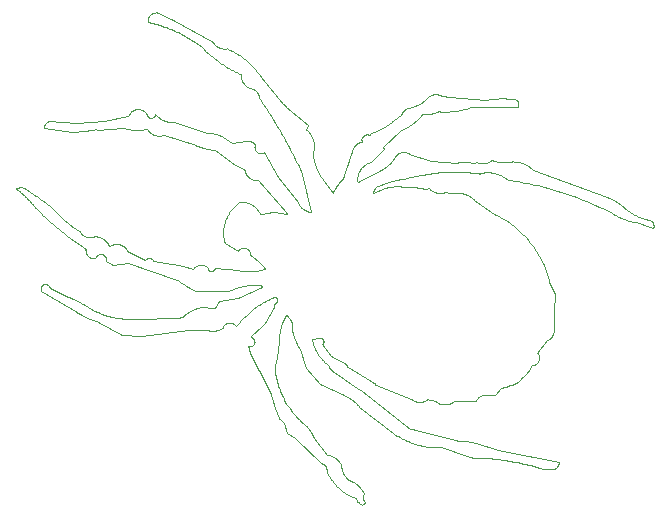
<source format=gbr>
%TF.GenerationSoftware,KiCad,Pcbnew,(5.1.12)-1*%
%TF.CreationDate,2021-12-19T17:26:02-05:00*%
%TF.ProjectId,FlipDisplay-Main,466c6970-4469-4737-906c-61792d4d6169,rev?*%
%TF.SameCoordinates,Original*%
%TF.FileFunction,Legend,Bot*%
%TF.FilePolarity,Positive*%
%FSLAX46Y46*%
G04 Gerber Fmt 4.6, Leading zero omitted, Abs format (unit mm)*
G04 Created by KiCad (PCBNEW (5.1.12)-1) date 2021-12-19 17:26:02*
%MOMM*%
%LPD*%
G01*
G04 APERTURE LIST*
%ADD10C,0.025000*%
G04 APERTURE END LIST*
D10*
X129740751Y-115855499D02*
X129782284Y-115818371D01*
X129782284Y-115818371D02*
X129824387Y-115781978D01*
X129824387Y-115781978D02*
X129867049Y-115746324D01*
X129867049Y-115746324D02*
X129910259Y-115711415D01*
X129910259Y-115711415D02*
X129954009Y-115677255D01*
X129954009Y-115677255D02*
X129998286Y-115643851D01*
X129998286Y-115643851D02*
X130043082Y-115611207D01*
X130043082Y-115611207D02*
X130088386Y-115579329D01*
X130088386Y-115579329D02*
X130134187Y-115548221D01*
X130134187Y-115548221D02*
X130180476Y-115517890D01*
X130180476Y-115517890D02*
X130227241Y-115488339D01*
X130227241Y-115488339D02*
X130274473Y-115459575D01*
X130274473Y-115459575D02*
X130322162Y-115431602D01*
X130322162Y-115431602D02*
X130370298Y-115404427D01*
X130370298Y-115404427D02*
X130418869Y-115378053D01*
X130418869Y-115378053D02*
X130467866Y-115352486D01*
X130467866Y-115352486D02*
X130517278Y-115327732D01*
X130517278Y-115327732D02*
X130567096Y-115303795D01*
X130567096Y-115303795D02*
X130617308Y-115280681D01*
X130617308Y-115280681D02*
X130667906Y-115258395D01*
X130667906Y-115258395D02*
X130718878Y-115236943D01*
X130718878Y-115236943D02*
X130770214Y-115216329D01*
X130770214Y-115216329D02*
X130821904Y-115196558D01*
X130821904Y-115196558D02*
X130873938Y-115177637D01*
X130873938Y-115177637D02*
X130926305Y-115159569D01*
X130926305Y-115159569D02*
X130978995Y-115142361D01*
X130978995Y-115142361D02*
X131031998Y-115126017D01*
X131031998Y-115126017D02*
X131085304Y-115110543D01*
X131085304Y-115110543D02*
X131138903Y-115095944D01*
X131138903Y-115095944D02*
X131192783Y-115082225D01*
X131192783Y-115082225D02*
X131246935Y-115069392D01*
X131246935Y-115069392D02*
X131301350Y-115057449D01*
X118457950Y-113427999D02*
X120026826Y-114181874D01*
X130151000Y-117003374D02*
X126300975Y-117546124D01*
X124561550Y-117409123D02*
X122556450Y-116290274D01*
X137732701Y-114481348D02*
X137733273Y-114444585D01*
X137733273Y-114444585D02*
X137729670Y-114408650D01*
X137729670Y-114408650D02*
X137722055Y-114373845D01*
X137722055Y-114373845D02*
X137710590Y-114340470D01*
X137710590Y-114340470D02*
X137695436Y-114308827D01*
X137695436Y-114308827D02*
X137676758Y-114279218D01*
X137676758Y-114279218D02*
X137654716Y-114251945D01*
X137654716Y-114251945D02*
X137629474Y-114227309D01*
X137629474Y-114227309D02*
X137601194Y-114205611D01*
X137601194Y-114205611D02*
X137570038Y-114187153D01*
X137570038Y-114187153D02*
X137547750Y-114176798D01*
X120765250Y-115492524D02*
X117754775Y-113661598D01*
X121889400Y-115173923D02*
X121999961Y-115236509D01*
X121999961Y-115236509D02*
X122111550Y-115296856D01*
X122111550Y-115296856D02*
X122224131Y-115354956D01*
X122224131Y-115354956D02*
X122337672Y-115410802D01*
X122337672Y-115410802D02*
X122452137Y-115464387D01*
X122452137Y-115464387D02*
X122567494Y-115515702D01*
X122567494Y-115515702D02*
X122683708Y-115564740D01*
X122683708Y-115564740D02*
X122800746Y-115611494D01*
X122800746Y-115611494D02*
X122918573Y-115655955D01*
X122918573Y-115655955D02*
X123037156Y-115698117D01*
X123037156Y-115698117D02*
X123156460Y-115737972D01*
X123156460Y-115737972D02*
X123276452Y-115775513D01*
X123276452Y-115775513D02*
X123397098Y-115810731D01*
X123397098Y-115810731D02*
X123518363Y-115843619D01*
X123518363Y-115843619D02*
X123640215Y-115874170D01*
X123640215Y-115874170D02*
X123762619Y-115902376D01*
X123762619Y-115902376D02*
X123885540Y-115928230D01*
X123885540Y-115928230D02*
X124008946Y-115951723D01*
X124008946Y-115951723D02*
X124132802Y-115972849D01*
X124132802Y-115972849D02*
X124257075Y-115991600D01*
X124257075Y-115991600D02*
X124381730Y-116007968D01*
X124381730Y-116007968D02*
X124506734Y-116021946D01*
X124506734Y-116021946D02*
X124632052Y-116033526D01*
X124632052Y-116033526D02*
X124757650Y-116042701D01*
X124757650Y-116042701D02*
X124883496Y-116049463D01*
X124883496Y-116049463D02*
X125009554Y-116053804D01*
X125009554Y-116053804D02*
X125135792Y-116055717D01*
X125135792Y-116055717D02*
X125262174Y-116055195D01*
X125262174Y-116055195D02*
X125388667Y-116052229D01*
X125388667Y-116052229D02*
X125515238Y-116046813D01*
X125515238Y-116046813D02*
X125641851Y-116038939D01*
X125641851Y-116038939D02*
X125768475Y-116028599D01*
X134380551Y-114304848D02*
X136478675Y-113372049D01*
X117297250Y-106705600D02*
X117251497Y-106647097D01*
X117251497Y-106647097D02*
X117205288Y-106588979D01*
X117205288Y-106588979D02*
X117158623Y-106531249D01*
X117158623Y-106531249D02*
X117111506Y-106473909D01*
X117111506Y-106473909D02*
X117063939Y-106416961D01*
X117063939Y-106416961D02*
X117015924Y-106360409D01*
X117015924Y-106360409D02*
X116967465Y-106304254D01*
X116967465Y-106304254D02*
X116918563Y-106248499D01*
X116918563Y-106248499D02*
X116869221Y-106193147D01*
X116869221Y-106193147D02*
X116819441Y-106138200D01*
X116819441Y-106138200D02*
X116769227Y-106083661D01*
X116769227Y-106083661D02*
X116718579Y-106029531D01*
X116718579Y-106029531D02*
X116667502Y-105975815D01*
X116667502Y-105975815D02*
X116615998Y-105922513D01*
X116615998Y-105922513D02*
X116564068Y-105869629D01*
X116564068Y-105869629D02*
X116511716Y-105817164D01*
X116511716Y-105817164D02*
X116458943Y-105765123D01*
X116458943Y-105765123D02*
X116405753Y-105713506D01*
X116405753Y-105713506D02*
X116352149Y-105662317D01*
X116352149Y-105662317D02*
X116298131Y-105611558D01*
X116298131Y-105611558D02*
X116243704Y-105561231D01*
X116243704Y-105561231D02*
X116188869Y-105511340D01*
X116188869Y-105511340D02*
X116133628Y-105461886D01*
X116133628Y-105461886D02*
X116077986Y-105412872D01*
X116077986Y-105412872D02*
X116021943Y-105364300D01*
X116021943Y-105364300D02*
X115965502Y-105316174D01*
X115965502Y-105316174D02*
X115908667Y-105268495D01*
X115908667Y-105268495D02*
X115851439Y-105221266D01*
X115851439Y-105221266D02*
X115793821Y-105174489D01*
X115793821Y-105174489D02*
X115735815Y-105128168D01*
X115735815Y-105128168D02*
X115677424Y-105082304D01*
X115677424Y-105082304D02*
X115618651Y-105036900D01*
X121715025Y-110729624D02*
X121686108Y-110699788D01*
X121686108Y-110699788D02*
X121659078Y-110668517D01*
X121659078Y-110668517D02*
X121633970Y-110635904D01*
X121633970Y-110635904D02*
X121610814Y-110602044D01*
X121610814Y-110602044D02*
X121589643Y-110567031D01*
X121589643Y-110567031D02*
X121570491Y-110530960D01*
X121570491Y-110530960D02*
X121553390Y-110493925D01*
X121553390Y-110493925D02*
X121538372Y-110456021D01*
X121538372Y-110456021D02*
X121525471Y-110417342D01*
X121525471Y-110417342D02*
X121514718Y-110377982D01*
X121514718Y-110377982D02*
X121506146Y-110338037D01*
X121506146Y-110338037D02*
X121499788Y-110297600D01*
X121499788Y-110297600D02*
X121495677Y-110256766D01*
X121495677Y-110256766D02*
X121493846Y-110215629D01*
X121493846Y-110215629D02*
X121494326Y-110174283D01*
X121494326Y-110174283D02*
X121497151Y-110132825D01*
X137457226Y-114890373D02*
X137502076Y-114756623D01*
X125108026Y-111343798D02*
X123858751Y-111519898D01*
X129253775Y-112734224D02*
X125108026Y-111343798D01*
X119938076Y-109014775D02*
X119851347Y-108947567D01*
X119851347Y-108947567D02*
X119764879Y-108880032D01*
X119764879Y-108880032D02*
X119678675Y-108812170D01*
X119678675Y-108812170D02*
X119592734Y-108743981D01*
X119592734Y-108743981D02*
X119507057Y-108675468D01*
X119507057Y-108675468D02*
X119421646Y-108606629D01*
X119421646Y-108606629D02*
X119336502Y-108537467D01*
X119336502Y-108537467D02*
X119251625Y-108467982D01*
X119251625Y-108467982D02*
X119167016Y-108398175D01*
X119167016Y-108398175D02*
X119082676Y-108328046D01*
X119082676Y-108328046D02*
X118998607Y-108257597D01*
X118998607Y-108257597D02*
X118914809Y-108186829D01*
X118914809Y-108186829D02*
X118831283Y-108115741D01*
X118831283Y-108115741D02*
X118748030Y-108044336D01*
X118748030Y-108044336D02*
X118665051Y-107972613D01*
X118665051Y-107972613D02*
X118582347Y-107900574D01*
X118582347Y-107900574D02*
X118499919Y-107828220D01*
X118499919Y-107828220D02*
X118417768Y-107755550D01*
X118417768Y-107755550D02*
X118335894Y-107682567D01*
X118335894Y-107682567D02*
X118254299Y-107609271D01*
X118254299Y-107609271D02*
X118172984Y-107535663D01*
X118172984Y-107535663D02*
X118091950Y-107461743D01*
X118091950Y-107461743D02*
X118011197Y-107387513D01*
X118011197Y-107387513D02*
X117930727Y-107312973D01*
X117930727Y-107312973D02*
X117850540Y-107238124D01*
X117850540Y-107238124D02*
X117770638Y-107162967D01*
X117770638Y-107162967D02*
X117691021Y-107087502D01*
X117691021Y-107087502D02*
X117611690Y-107011731D01*
X117611690Y-107011731D02*
X117532647Y-106935655D01*
X117532647Y-106935655D02*
X117453891Y-106859273D01*
X117453891Y-106859273D02*
X117375425Y-106782588D01*
X117375425Y-106782588D02*
X117297250Y-106705600D01*
X121497151Y-110132825D02*
X119938076Y-109014775D01*
X122315801Y-110932199D02*
X122274444Y-110936090D01*
X122274444Y-110936090D02*
X122233171Y-110937631D01*
X122233171Y-110937631D02*
X122192072Y-110936853D01*
X122192072Y-110936853D02*
X122151237Y-110933787D01*
X122151237Y-110933787D02*
X122110758Y-110928462D01*
X122110758Y-110928462D02*
X122070727Y-110920910D01*
X122070727Y-110920910D02*
X122031233Y-110911161D01*
X122031233Y-110911161D02*
X121992369Y-110899246D01*
X121992369Y-110899246D02*
X121954224Y-110885195D01*
X121954224Y-110885195D02*
X121916891Y-110869040D01*
X121916891Y-110869040D02*
X121880460Y-110850811D01*
X121880460Y-110850811D02*
X121845022Y-110830538D01*
X121845022Y-110830538D02*
X121810669Y-110808252D01*
X121810669Y-110808252D02*
X121777491Y-110783984D01*
X121777491Y-110783984D02*
X121745579Y-110757764D01*
X121745579Y-110757764D02*
X121715025Y-110729624D01*
X122635475Y-110594475D02*
X122605355Y-110604757D01*
X122605355Y-110604757D02*
X122576310Y-110616636D01*
X122576310Y-110616636D02*
X122548399Y-110630079D01*
X122548399Y-110630079D02*
X122521682Y-110645053D01*
X122521682Y-110645053D02*
X122496218Y-110661525D01*
X122496218Y-110661525D02*
X122472066Y-110679463D01*
X122472066Y-110679463D02*
X122449286Y-110698832D01*
X122449286Y-110698832D02*
X122427938Y-110719602D01*
X122427938Y-110719602D02*
X122408080Y-110741738D01*
X122408080Y-110741738D02*
X122389772Y-110765208D01*
X122389772Y-110765208D02*
X122373073Y-110789979D01*
X122373073Y-110789979D02*
X122358043Y-110816018D01*
X122358043Y-110816018D02*
X122344742Y-110843292D01*
X122344742Y-110843292D02*
X122333228Y-110871769D01*
X122333228Y-110871769D02*
X122323561Y-110901415D01*
X122323561Y-110901415D02*
X122315801Y-110932199D01*
X129232701Y-115973549D02*
X129712725Y-115863699D01*
X117785276Y-113252249D02*
X117802885Y-113230802D01*
X117802885Y-113230802D02*
X117821831Y-113210896D01*
X117821831Y-113210896D02*
X117842014Y-113192566D01*
X117842014Y-113192566D02*
X117863335Y-113175847D01*
X117863335Y-113175847D02*
X117885694Y-113160775D01*
X117885694Y-113160775D02*
X117908992Y-113147386D01*
X117908992Y-113147386D02*
X117933129Y-113135715D01*
X117933129Y-113135715D02*
X117958007Y-113125798D01*
X117958007Y-113125798D02*
X117983524Y-113117670D01*
X117983524Y-113117670D02*
X118009583Y-113111368D01*
X118009583Y-113111368D02*
X118036083Y-113106926D01*
X118036083Y-113106926D02*
X118062925Y-113104380D01*
X118062925Y-113104380D02*
X118090010Y-113103767D01*
X118090010Y-113103767D02*
X118117238Y-113105120D01*
X118117238Y-113105120D02*
X118144509Y-113108477D01*
X118144509Y-113108477D02*
X118171725Y-113113873D01*
X120026826Y-114181874D02*
X120087706Y-114207570D01*
X120087706Y-114207570D02*
X120148429Y-114233617D01*
X120148429Y-114233617D02*
X120208993Y-114260013D01*
X120208993Y-114260013D02*
X120269396Y-114286758D01*
X120269396Y-114286758D02*
X120329638Y-114313851D01*
X120329638Y-114313851D02*
X120389716Y-114341291D01*
X120389716Y-114341291D02*
X120449630Y-114369077D01*
X120449630Y-114369077D02*
X120509376Y-114397209D01*
X120509376Y-114397209D02*
X120568955Y-114425685D01*
X120568955Y-114425685D02*
X120628364Y-114454506D01*
X120628364Y-114454506D02*
X120687603Y-114483669D01*
X120687603Y-114483669D02*
X120746668Y-114513175D01*
X120746668Y-114513175D02*
X120805560Y-114543022D01*
X120805560Y-114543022D02*
X120864276Y-114573210D01*
X120864276Y-114573210D02*
X120922815Y-114603738D01*
X120922815Y-114603738D02*
X120981175Y-114634604D01*
X120981175Y-114634604D02*
X121039355Y-114665809D01*
X121039355Y-114665809D02*
X121097353Y-114697352D01*
X121097353Y-114697352D02*
X121155168Y-114729230D01*
X121155168Y-114729230D02*
X121212798Y-114761445D01*
X121212798Y-114761445D02*
X121270242Y-114793995D01*
X121270242Y-114793995D02*
X121327499Y-114826879D01*
X121327499Y-114826879D02*
X121384566Y-114860096D01*
X121384566Y-114860096D02*
X121441442Y-114893646D01*
X121441442Y-114893646D02*
X121498126Y-114927528D01*
X121498126Y-114927528D02*
X121554616Y-114961741D01*
X121554616Y-114961741D02*
X121610910Y-114996284D01*
X121610910Y-114996284D02*
X121667008Y-115031156D01*
X121667008Y-115031156D02*
X121722907Y-115066357D01*
X121722907Y-115066357D02*
X121778607Y-115101885D01*
X121778607Y-115101885D02*
X121834105Y-115137741D01*
X121834105Y-115137741D02*
X121889400Y-115173923D01*
X131699275Y-116976198D02*
X131651139Y-116982507D01*
X131651139Y-116982507D02*
X131602967Y-116988464D01*
X131602967Y-116988464D02*
X131554762Y-116994069D01*
X131554762Y-116994069D02*
X131506526Y-116999323D01*
X131506526Y-116999323D02*
X131458259Y-117004224D01*
X131458259Y-117004224D02*
X131409965Y-117008774D01*
X131409965Y-117008774D02*
X131361644Y-117012971D01*
X131361644Y-117012971D02*
X131313300Y-117016816D01*
X131313300Y-117016816D02*
X131264934Y-117020310D01*
X131264934Y-117020310D02*
X131216549Y-117023450D01*
X131216549Y-117023450D02*
X131168145Y-117026239D01*
X131168145Y-117026239D02*
X131119725Y-117028676D01*
X131119725Y-117028676D02*
X131071291Y-117030760D01*
X131071291Y-117030760D02*
X131022845Y-117032492D01*
X131022845Y-117032492D02*
X130974389Y-117033871D01*
X130974389Y-117033871D02*
X130925925Y-117034898D01*
X130925925Y-117034898D02*
X130877455Y-117035573D01*
X130877455Y-117035573D02*
X130828980Y-117035895D01*
X130828980Y-117035895D02*
X130780503Y-117035864D01*
X130780503Y-117035864D02*
X130732026Y-117035481D01*
X130732026Y-117035481D02*
X130683551Y-117034746D01*
X130683551Y-117034746D02*
X130635080Y-117033658D01*
X130635080Y-117033658D02*
X130586614Y-117032217D01*
X130586614Y-117032217D02*
X130538155Y-117030423D01*
X130538155Y-117030423D02*
X130489707Y-117028277D01*
X130489707Y-117028277D02*
X130441270Y-117025778D01*
X130441270Y-117025778D02*
X130392846Y-117022926D01*
X130392846Y-117022926D02*
X130344438Y-117019722D01*
X130344438Y-117019722D02*
X130296047Y-117016164D01*
X130296047Y-117016164D02*
X130247676Y-117012253D01*
X130247676Y-117012253D02*
X130199326Y-117007990D01*
X130199326Y-117007990D02*
X130151000Y-117003374D01*
X134376426Y-116535098D02*
X134197825Y-116623998D01*
X123101050Y-110703025D02*
X123077144Y-110681875D01*
X123077144Y-110681875D02*
X123052080Y-110662532D01*
X123052080Y-110662532D02*
X123025957Y-110645019D01*
X123025957Y-110645019D02*
X122998874Y-110629360D01*
X122998874Y-110629360D02*
X122970933Y-110615577D01*
X122970933Y-110615577D02*
X122942232Y-110603694D01*
X122942232Y-110603694D02*
X122912872Y-110593734D01*
X122912872Y-110593734D02*
X122882953Y-110585721D01*
X122882953Y-110585721D02*
X122852575Y-110579677D01*
X122852575Y-110579677D02*
X122821838Y-110575627D01*
X122821838Y-110575627D02*
X122790842Y-110573592D01*
X122790842Y-110573592D02*
X122759686Y-110573597D01*
X122759686Y-110573597D02*
X122728472Y-110575664D01*
X122728472Y-110575664D02*
X122697298Y-110579817D01*
X122697298Y-110579817D02*
X122666266Y-110586080D01*
X122666266Y-110586080D02*
X122635475Y-110594475D01*
X129712725Y-115863699D02*
X129740751Y-115855499D01*
X123234976Y-111161923D02*
X123241671Y-111130717D01*
X123241671Y-111130717D02*
X123246223Y-111099388D01*
X123246223Y-111099388D02*
X123248660Y-111068034D01*
X123248660Y-111068034D02*
X123249012Y-111036754D01*
X123249012Y-111036754D02*
X123247307Y-111005646D01*
X123247307Y-111005646D02*
X123243575Y-110974809D01*
X123243575Y-110974809D02*
X123237843Y-110944341D01*
X123237843Y-110944341D02*
X123230141Y-110914342D01*
X123230141Y-110914342D02*
X123220497Y-110884909D01*
X123220497Y-110884909D02*
X123208941Y-110856141D01*
X123208941Y-110856141D02*
X123195500Y-110828137D01*
X123195500Y-110828137D02*
X123180205Y-110800996D01*
X123180205Y-110800996D02*
X123163083Y-110774815D01*
X123163083Y-110774815D02*
X123144164Y-110749694D01*
X123144164Y-110749694D02*
X123123477Y-110725731D01*
X123123477Y-110725731D02*
X123101050Y-110703025D01*
X123858751Y-111519898D02*
X123234976Y-111161923D01*
X136478675Y-113372049D02*
X136389776Y-113193424D01*
X135624875Y-118319948D02*
X135654969Y-118300403D01*
X135654969Y-118300403D02*
X135682675Y-118278211D01*
X135682675Y-118278211D02*
X135707864Y-118253594D01*
X135707864Y-118253594D02*
X135730411Y-118226773D01*
X135730411Y-118226773D02*
X135750188Y-118197970D01*
X135750188Y-118197970D02*
X135767069Y-118167407D01*
X135767069Y-118167407D02*
X135780927Y-118135306D01*
X135780927Y-118135306D02*
X135791635Y-118101888D01*
X135791635Y-118101888D02*
X135799066Y-118067376D01*
X135799066Y-118067376D02*
X135803093Y-118031990D01*
X135803093Y-118031990D02*
X135803825Y-118008024D01*
X125768475Y-116028599D02*
X129232701Y-115973549D01*
X135623175Y-117697123D02*
X135534375Y-117518598D01*
X122556450Y-116290274D02*
X122496992Y-116274025D01*
X122496992Y-116274025D02*
X122437718Y-116257198D01*
X122437718Y-116257198D02*
X122378632Y-116239794D01*
X122378632Y-116239794D02*
X122319737Y-116221815D01*
X122319737Y-116221815D02*
X122261038Y-116203263D01*
X122261038Y-116203263D02*
X122202539Y-116184139D01*
X122202539Y-116184139D02*
X122144245Y-116164447D01*
X122144245Y-116164447D02*
X122086158Y-116144187D01*
X122086158Y-116144187D02*
X122028283Y-116123361D01*
X122028283Y-116123361D02*
X121970625Y-116101971D01*
X121970625Y-116101971D02*
X121913188Y-116080020D01*
X121913188Y-116080020D02*
X121855975Y-116057508D01*
X121855975Y-116057508D02*
X121798991Y-116034438D01*
X121798991Y-116034438D02*
X121742240Y-116010812D01*
X121742240Y-116010812D02*
X121685726Y-115986631D01*
X121685726Y-115986631D02*
X121629453Y-115961898D01*
X121629453Y-115961898D02*
X121573425Y-115936614D01*
X121573425Y-115936614D02*
X121517647Y-115910781D01*
X121517647Y-115910781D02*
X121462122Y-115884401D01*
X121462122Y-115884401D02*
X121406855Y-115857476D01*
X121406855Y-115857476D02*
X121351850Y-115830007D01*
X121351850Y-115830007D02*
X121297111Y-115801997D01*
X121297111Y-115801997D02*
X121242642Y-115773447D01*
X121242642Y-115773447D02*
X121188446Y-115744360D01*
X121188446Y-115744360D02*
X121134530Y-115714736D01*
X121134530Y-115714736D02*
X121080895Y-115684579D01*
X121080895Y-115684579D02*
X121027547Y-115653889D01*
X121027547Y-115653889D02*
X120974490Y-115622669D01*
X120974490Y-115622669D02*
X120921727Y-115590921D01*
X120921727Y-115590921D02*
X120869264Y-115558646D01*
X120869264Y-115558646D02*
X120817103Y-115525846D01*
X120817103Y-115525846D02*
X120765250Y-115492524D01*
X130857776Y-113718448D02*
X130804301Y-113693508D01*
X130804301Y-113693508D02*
X130751023Y-113668180D01*
X130751023Y-113668180D02*
X130697941Y-113642465D01*
X130697941Y-113642465D02*
X130645060Y-113616364D01*
X130645060Y-113616364D02*
X130592380Y-113589879D01*
X130592380Y-113589879D02*
X130539903Y-113563011D01*
X130539903Y-113563011D02*
X130487633Y-113535762D01*
X130487633Y-113535762D02*
X130435570Y-113508132D01*
X130435570Y-113508132D02*
X130383717Y-113480122D01*
X130383717Y-113480122D02*
X130332076Y-113451735D01*
X130332076Y-113451735D02*
X130280649Y-113422971D01*
X130280649Y-113422971D02*
X130229438Y-113393832D01*
X130229438Y-113393832D02*
X130178445Y-113364319D01*
X130178445Y-113364319D02*
X130127673Y-113334433D01*
X130127673Y-113334433D02*
X130077122Y-113304175D01*
X130077122Y-113304175D02*
X130026797Y-113273548D01*
X130026797Y-113273548D02*
X129976697Y-113242552D01*
X129976697Y-113242552D02*
X129926826Y-113211188D01*
X129926826Y-113211188D02*
X129877185Y-113179458D01*
X129877185Y-113179458D02*
X129827777Y-113147363D01*
X129827777Y-113147363D02*
X129778604Y-113114904D01*
X129778604Y-113114904D02*
X129729667Y-113082083D01*
X129729667Y-113082083D02*
X129680969Y-113048900D01*
X129680969Y-113048900D02*
X129632512Y-113015358D01*
X129632512Y-113015358D02*
X129584298Y-112981458D01*
X129584298Y-112981458D02*
X129536329Y-112947200D01*
X129536329Y-112947200D02*
X129488607Y-112912586D01*
X129488607Y-112912586D02*
X129441134Y-112877618D01*
X129441134Y-112877618D02*
X129393912Y-112842296D01*
X129393912Y-112842296D02*
X129346944Y-112806622D01*
X129346944Y-112806622D02*
X129300230Y-112770598D01*
X129300230Y-112770598D02*
X129253775Y-112734224D01*
X137412350Y-115024098D02*
X137457226Y-114890373D01*
X133570475Y-116391374D02*
X133526748Y-116401728D01*
X133526748Y-116401728D02*
X133484257Y-116414943D01*
X133484257Y-116414943D02*
X133443113Y-116430918D01*
X133443113Y-116430918D02*
X133403431Y-116449556D01*
X133403431Y-116449556D02*
X133365322Y-116470758D01*
X133365322Y-116470758D02*
X133328899Y-116494424D01*
X133328899Y-116494424D02*
X133294276Y-116520457D01*
X133294276Y-116520457D02*
X133261566Y-116548757D01*
X133261566Y-116548757D02*
X133230880Y-116579226D01*
X133230880Y-116579226D02*
X133202333Y-116611765D01*
X133202333Y-116611765D02*
X133176037Y-116646276D01*
X133176037Y-116646276D02*
X133152105Y-116682660D01*
X133152105Y-116682660D02*
X133130650Y-116720817D01*
X133130650Y-116720817D02*
X133111785Y-116760650D01*
X133111785Y-116760650D02*
X133095622Y-116802060D01*
X133095622Y-116802060D02*
X133082276Y-116844948D01*
X137502076Y-114756623D02*
X137537129Y-114745444D01*
X137537129Y-114745444D02*
X137570090Y-114730419D01*
X137570090Y-114730419D02*
X137600721Y-114711833D01*
X137600721Y-114711833D02*
X137628785Y-114689968D01*
X137628785Y-114689968D02*
X137654042Y-114665108D01*
X137654042Y-114665108D02*
X137676256Y-114637536D01*
X137676256Y-114637536D02*
X137695190Y-114607537D01*
X137695190Y-114607537D02*
X137710604Y-114575393D01*
X137710604Y-114575393D02*
X137722263Y-114541388D01*
X137722263Y-114541388D02*
X137729927Y-114505805D01*
X137729927Y-114505805D02*
X137732701Y-114481348D01*
X134197825Y-116623998D02*
X134168944Y-116589553D01*
X134168944Y-116589553D02*
X134137995Y-116557506D01*
X134137995Y-116557506D02*
X134105126Y-116527912D01*
X134105126Y-116527912D02*
X134070484Y-116500825D01*
X134070484Y-116500825D02*
X134034219Y-116476301D01*
X134034219Y-116476301D02*
X133996477Y-116454394D01*
X133996477Y-116454394D02*
X133957408Y-116435159D01*
X133957408Y-116435159D02*
X133917159Y-116418652D01*
X133917159Y-116418652D02*
X133875878Y-116404926D01*
X133875878Y-116404926D02*
X133833714Y-116394039D01*
X133833714Y-116394039D02*
X133790815Y-116386043D01*
X133790815Y-116386043D02*
X133747329Y-116380995D01*
X133747329Y-116380995D02*
X133703403Y-116378949D01*
X133703403Y-116378949D02*
X133659187Y-116379960D01*
X133659187Y-116379960D02*
X133614828Y-116384083D01*
X133614828Y-116384083D02*
X133570475Y-116391374D01*
X137547750Y-114176798D02*
X137430648Y-114222751D01*
X137430648Y-114222751D02*
X137314489Y-114270656D01*
X137314489Y-114270656D02*
X137199293Y-114320498D01*
X137199293Y-114320498D02*
X137085083Y-114372259D01*
X137085083Y-114372259D02*
X136971880Y-114425923D01*
X136971880Y-114425923D02*
X136859707Y-114481475D01*
X136859707Y-114481475D02*
X136748585Y-114538897D01*
X136748585Y-114538897D02*
X136638536Y-114598175D01*
X136638536Y-114598175D02*
X136529583Y-114659291D01*
X136529583Y-114659291D02*
X136421747Y-114722229D01*
X136421747Y-114722229D02*
X136315051Y-114786973D01*
X136315051Y-114786973D02*
X136209515Y-114853508D01*
X136209515Y-114853508D02*
X136105162Y-114921816D01*
X136105162Y-114921816D02*
X136002015Y-114991881D01*
X136002015Y-114991881D02*
X135900094Y-115063688D01*
X135900094Y-115063688D02*
X135799422Y-115137220D01*
X135799422Y-115137220D02*
X135700021Y-115212460D01*
X135700021Y-115212460D02*
X135601913Y-115289394D01*
X135601913Y-115289394D02*
X135505120Y-115368003D01*
X135505120Y-115368003D02*
X135409663Y-115448273D01*
X135409663Y-115448273D02*
X135315565Y-115530186D01*
X135315565Y-115530186D02*
X135222847Y-115613728D01*
X135222847Y-115613728D02*
X135131532Y-115698881D01*
X135131532Y-115698881D02*
X135041641Y-115785629D01*
X135041641Y-115785629D02*
X134953196Y-115873956D01*
X134953196Y-115873956D02*
X134866220Y-115963846D01*
X134866220Y-115963846D02*
X134780734Y-116055283D01*
X134780734Y-116055283D02*
X134696760Y-116148250D01*
X134696760Y-116148250D02*
X134614321Y-116242731D01*
X134614321Y-116242731D02*
X134533437Y-116338710D01*
X134533437Y-116338710D02*
X134454131Y-116436171D01*
X134454131Y-116436171D02*
X134376426Y-116535098D01*
X117754775Y-113661598D02*
X117742327Y-113636796D01*
X117742327Y-113636796D02*
X117731831Y-113611398D01*
X117731831Y-113611398D02*
X117723277Y-113585510D01*
X117723277Y-113585510D02*
X117716657Y-113559236D01*
X117716657Y-113559236D02*
X117711964Y-113532682D01*
X117711964Y-113532682D02*
X117709191Y-113505954D01*
X117709191Y-113505954D02*
X117708328Y-113479157D01*
X117708328Y-113479157D02*
X117709369Y-113452395D01*
X117709369Y-113452395D02*
X117712305Y-113425775D01*
X117712305Y-113425775D02*
X117717129Y-113399402D01*
X117717129Y-113399402D02*
X117723833Y-113373382D01*
X117723833Y-113373382D02*
X117732409Y-113347818D01*
X117732409Y-113347818D02*
X117742849Y-113322818D01*
X117742849Y-113322818D02*
X117755145Y-113298486D01*
X117755145Y-113298486D02*
X117769290Y-113274928D01*
X117769290Y-113274928D02*
X117785276Y-113252249D01*
X133534125Y-113723424D02*
X130857776Y-113718448D01*
X118171725Y-113113873D02*
X118198507Y-113121446D01*
X118198507Y-113121446D02*
X118224483Y-113131218D01*
X118224483Y-113131218D02*
X118249571Y-113143064D01*
X118249571Y-113143064D02*
X118273689Y-113156855D01*
X118273689Y-113156855D02*
X118296756Y-113172465D01*
X118296756Y-113172465D02*
X118318692Y-113189768D01*
X118318692Y-113189768D02*
X118339414Y-113208637D01*
X118339414Y-113208637D02*
X118358843Y-113228945D01*
X118358843Y-113228945D02*
X118376897Y-113250564D01*
X118376897Y-113250564D02*
X118393494Y-113273370D01*
X118393494Y-113273370D02*
X118408554Y-113297234D01*
X118408554Y-113297234D02*
X118421995Y-113322030D01*
X118421995Y-113322030D02*
X118433736Y-113347631D01*
X118433736Y-113347631D02*
X118443696Y-113373911D01*
X118443696Y-113373911D02*
X118451795Y-113400742D01*
X118451795Y-113400742D02*
X118457950Y-113427999D01*
X126300975Y-117546124D02*
X124561550Y-117409123D01*
X136389776Y-113193424D02*
X136297696Y-113186854D01*
X136297696Y-113186854D02*
X136205619Y-113181810D01*
X136205619Y-113181810D02*
X136113561Y-113178288D01*
X136113561Y-113178288D02*
X136021542Y-113176285D01*
X136021542Y-113176285D02*
X135929579Y-113175797D01*
X135929579Y-113175797D02*
X135837690Y-113176822D01*
X135837690Y-113176822D02*
X135745894Y-113179356D01*
X135745894Y-113179356D02*
X135654209Y-113183395D01*
X135654209Y-113183395D02*
X135562652Y-113188937D01*
X135562652Y-113188937D02*
X135471243Y-113195978D01*
X135471243Y-113195978D02*
X135379998Y-113204514D01*
X135379998Y-113204514D02*
X135288937Y-113214543D01*
X135288937Y-113214543D02*
X135198077Y-113226061D01*
X135198077Y-113226061D02*
X135107437Y-113239065D01*
X135107437Y-113239065D02*
X135017034Y-113253551D01*
X135017034Y-113253551D02*
X134926888Y-113269517D01*
X134926888Y-113269517D02*
X134837015Y-113286958D01*
X134837015Y-113286958D02*
X134747434Y-113305872D01*
X134747434Y-113305872D02*
X134658163Y-113326255D01*
X134658163Y-113326255D02*
X134569221Y-113348104D01*
X134569221Y-113348104D02*
X134480625Y-113371415D01*
X134480625Y-113371415D02*
X134392393Y-113396186D01*
X134392393Y-113396186D02*
X134304545Y-113422413D01*
X134304545Y-113422413D02*
X134217097Y-113450092D01*
X134217097Y-113450092D02*
X134130069Y-113479220D01*
X134130069Y-113479220D02*
X134043477Y-113509795D01*
X134043477Y-113509795D02*
X133957341Y-113541812D01*
X133957341Y-113541812D02*
X133871678Y-113575269D01*
X133871678Y-113575269D02*
X133786507Y-113610162D01*
X133786507Y-113610162D02*
X133701846Y-113646487D01*
X133701846Y-113646487D02*
X133617712Y-113684242D01*
X133617712Y-113684242D02*
X133534125Y-113723424D01*
X133082276Y-116844948D02*
X133042895Y-116867852D01*
X133042895Y-116867852D02*
X133003004Y-116889568D01*
X133003004Y-116889568D02*
X132962629Y-116910093D01*
X132962629Y-116910093D02*
X132921797Y-116929424D01*
X132921797Y-116929424D02*
X132880534Y-116947558D01*
X132880534Y-116947558D02*
X132838866Y-116964494D01*
X132838866Y-116964494D02*
X132796819Y-116980229D01*
X132796819Y-116980229D02*
X132754420Y-116994760D01*
X132754420Y-116994760D02*
X132711694Y-117008086D01*
X132711694Y-117008086D02*
X132668668Y-117020203D01*
X132668668Y-117020203D02*
X132625369Y-117031110D01*
X132625369Y-117031110D02*
X132581822Y-117040803D01*
X132581822Y-117040803D02*
X132538053Y-117049281D01*
X132538053Y-117049281D02*
X132494089Y-117056541D01*
X132494089Y-117056541D02*
X132449957Y-117062581D01*
X132449957Y-117062581D02*
X132405681Y-117067398D01*
X132405681Y-117067398D02*
X132361289Y-117070990D01*
X132361289Y-117070990D02*
X132316807Y-117073354D01*
X132316807Y-117073354D02*
X132272261Y-117074488D01*
X132272261Y-117074488D02*
X132227678Y-117074389D01*
X132227678Y-117074389D02*
X132183082Y-117073056D01*
X132183082Y-117073056D02*
X132138502Y-117070485D01*
X132138502Y-117070485D02*
X132093962Y-117066675D01*
X132093962Y-117066675D02*
X132049490Y-117061623D01*
X132049490Y-117061623D02*
X132005110Y-117055326D01*
X132005110Y-117055326D02*
X131960851Y-117047782D01*
X131960851Y-117047782D02*
X131916737Y-117038989D01*
X131916737Y-117038989D02*
X131872796Y-117028944D01*
X131872796Y-117028944D02*
X131829052Y-117017644D01*
X131829052Y-117017644D02*
X131785533Y-117005089D01*
X131785533Y-117005089D02*
X131742265Y-116991274D01*
X131742265Y-116991274D02*
X131699275Y-116976198D01*
X132818926Y-114524974D02*
X134380551Y-114304848D01*
X132460925Y-115148774D02*
X132818926Y-114524974D01*
X135265276Y-118320924D02*
X135297248Y-118337213D01*
X135297248Y-118337213D02*
X135330319Y-118350112D01*
X135330319Y-118350112D02*
X135364232Y-118359620D01*
X135364232Y-118359620D02*
X135398733Y-118365738D01*
X135398733Y-118365738D02*
X135433566Y-118368466D01*
X135433566Y-118368466D02*
X135468474Y-118367807D01*
X135468474Y-118367807D02*
X135503203Y-118363760D01*
X135503203Y-118363760D02*
X135537496Y-118356325D01*
X135537496Y-118356325D02*
X135571099Y-118345505D01*
X135571099Y-118345505D02*
X135603756Y-118331299D01*
X135603756Y-118331299D02*
X135624875Y-118319948D01*
X131301350Y-115057449D02*
X132460925Y-115148774D01*
X136651525Y-116405424D02*
X137412350Y-115024098D01*
X135803825Y-118008024D02*
X135801936Y-117972190D01*
X135801936Y-117972190D02*
X135796565Y-117937102D01*
X135796565Y-117937102D02*
X135787840Y-117902982D01*
X135787840Y-117902982D02*
X135775888Y-117870049D01*
X135775888Y-117870049D02*
X135760837Y-117838524D01*
X135760837Y-117838524D02*
X135742814Y-117808628D01*
X135742814Y-117808628D02*
X135721948Y-117780581D01*
X135721948Y-117780581D02*
X135698366Y-117754603D01*
X135698366Y-117754603D02*
X135672196Y-117730915D01*
X135672196Y-117730915D02*
X135643566Y-117709737D01*
X135643566Y-117709737D02*
X135623175Y-117697123D01*
X135534375Y-117518598D02*
X136428100Y-116628049D01*
X135433825Y-118928824D02*
X135421779Y-118891264D01*
X135421779Y-118891264D02*
X135409934Y-118853643D01*
X135409934Y-118853643D02*
X135398289Y-118815961D01*
X135398289Y-118815961D02*
X135386845Y-118778218D01*
X135386845Y-118778218D02*
X135375602Y-118740417D01*
X135375602Y-118740417D02*
X135364560Y-118702557D01*
X135364560Y-118702557D02*
X135353720Y-118664639D01*
X135353720Y-118664639D02*
X135343081Y-118626664D01*
X135343081Y-118626664D02*
X135332645Y-118588634D01*
X135332645Y-118588634D02*
X135322411Y-118550548D01*
X135322411Y-118550548D02*
X135312380Y-118512408D01*
X135312380Y-118512408D02*
X135302552Y-118474215D01*
X135302552Y-118474215D02*
X135292927Y-118435969D01*
X135292927Y-118435969D02*
X135283506Y-118397671D01*
X135283506Y-118397671D02*
X135274289Y-118359322D01*
X135274289Y-118359322D02*
X135265276Y-118320924D01*
X136428100Y-116628049D02*
X136651525Y-116405424D01*
X137507725Y-120132099D02*
X137504929Y-120160224D01*
X137504929Y-120160224D02*
X137502869Y-120188377D01*
X137502869Y-120188377D02*
X137501544Y-120216546D01*
X137501544Y-120216546D02*
X137500951Y-120244715D01*
X137500951Y-120244715D02*
X137501091Y-120272870D01*
X137501091Y-120272870D02*
X137501962Y-120300998D01*
X137501962Y-120300998D02*
X137503562Y-120329084D01*
X137503562Y-120329084D02*
X137505890Y-120357114D01*
X137505890Y-120357114D02*
X137508945Y-120385074D01*
X137508945Y-120385074D02*
X137512726Y-120412949D01*
X137512726Y-120412949D02*
X137517231Y-120440727D01*
X137517231Y-120440727D02*
X137522458Y-120468392D01*
X137522458Y-120468392D02*
X137528408Y-120495931D01*
X137528408Y-120495931D02*
X137535078Y-120523329D01*
X137535078Y-120523329D02*
X137542467Y-120550573D01*
X137542467Y-120550573D02*
X137550575Y-120577648D01*
X156391950Y-127191724D02*
X161564274Y-128182649D01*
X144675774Y-123508023D02*
X144644019Y-123467088D01*
X144644019Y-123467088D02*
X144611603Y-123426753D01*
X144611603Y-123426753D02*
X144578533Y-123387023D01*
X144578533Y-123387023D02*
X144544820Y-123347906D01*
X144544820Y-123347906D02*
X144510471Y-123309407D01*
X144510471Y-123309407D02*
X144475496Y-123271535D01*
X144475496Y-123271535D02*
X144439903Y-123234295D01*
X144439903Y-123234295D02*
X144403703Y-123197695D01*
X144403703Y-123197695D02*
X144366902Y-123161741D01*
X144366902Y-123161741D02*
X144329512Y-123126440D01*
X144329512Y-123126440D02*
X144291540Y-123091799D01*
X144291540Y-123091799D02*
X144252995Y-123057824D01*
X144252995Y-123057824D02*
X144213887Y-123024523D01*
X144213887Y-123024523D02*
X144174225Y-122991903D01*
X144174225Y-122991903D02*
X144134016Y-122959969D01*
X144134016Y-122959969D02*
X144093271Y-122928729D01*
X144093271Y-122928729D02*
X144051999Y-122898190D01*
X144051999Y-122898190D02*
X144010207Y-122868358D01*
X144010207Y-122868358D02*
X143967906Y-122839241D01*
X143967906Y-122839241D02*
X143925104Y-122810844D01*
X143925104Y-122810844D02*
X143881810Y-122783176D01*
X143881810Y-122783176D02*
X143838033Y-122756241D01*
X143838033Y-122756241D02*
X143793782Y-122730049D01*
X143793782Y-122730049D02*
X143749066Y-122704604D01*
X143749066Y-122704604D02*
X143703894Y-122679915D01*
X143703894Y-122679915D02*
X143658275Y-122655987D01*
X143658275Y-122655987D02*
X143612218Y-122632828D01*
X143612218Y-122632828D02*
X143565732Y-122610444D01*
X143565732Y-122610444D02*
X143518826Y-122588842D01*
X143518826Y-122588842D02*
X143471508Y-122568029D01*
X143471508Y-122568029D02*
X143423788Y-122548012D01*
X143423788Y-122548012D02*
X143375675Y-122528798D01*
X143980725Y-131097823D02*
X143893634Y-131053741D01*
X143893634Y-131053741D02*
X143807719Y-131007800D01*
X143807719Y-131007800D02*
X143723004Y-130960027D01*
X143723004Y-130960027D02*
X143639515Y-130910448D01*
X143639515Y-130910448D02*
X143557276Y-130859090D01*
X143557276Y-130859090D02*
X143476312Y-130805978D01*
X143476312Y-130805978D02*
X143396647Y-130751139D01*
X143396647Y-130751139D02*
X143318307Y-130694600D01*
X143318307Y-130694600D02*
X143241317Y-130636387D01*
X143241317Y-130636387D02*
X143165700Y-130576527D01*
X143165700Y-130576527D02*
X143091483Y-130515045D01*
X143091483Y-130515045D02*
X143018689Y-130451968D01*
X143018689Y-130451968D02*
X142947344Y-130387322D01*
X142947344Y-130387322D02*
X142877472Y-130321135D01*
X142877472Y-130321135D02*
X142809098Y-130253431D01*
X142809098Y-130253431D02*
X142742247Y-130184239D01*
X142742247Y-130184239D02*
X142676943Y-130113583D01*
X142676943Y-130113583D02*
X142613212Y-130041490D01*
X142613212Y-130041490D02*
X142551079Y-129967988D01*
X142551079Y-129967988D02*
X142490567Y-129893101D01*
X142490567Y-129893101D02*
X142431702Y-129816857D01*
X142431702Y-129816857D02*
X142374509Y-129739282D01*
X142374509Y-129739282D02*
X142319013Y-129660402D01*
X142319013Y-129660402D02*
X142265237Y-129580244D01*
X142265237Y-129580244D02*
X142213208Y-129498833D01*
X142213208Y-129498833D02*
X142162950Y-129416198D01*
X142162950Y-129416198D02*
X142114487Y-129332363D01*
X142114487Y-129332363D02*
X142067845Y-129247355D01*
X142067845Y-129247355D02*
X142023047Y-129161200D01*
X142023047Y-129161200D02*
X141980120Y-129073926D01*
X141980120Y-129073926D02*
X141939088Y-128985558D01*
X141939088Y-128985558D02*
X141899976Y-128896123D01*
X151575000Y-126915249D02*
X151438917Y-126921595D01*
X151438917Y-126921595D02*
X151302973Y-126924949D01*
X151302973Y-126924949D02*
X151167215Y-126925326D01*
X151167215Y-126925326D02*
X151031688Y-126922740D01*
X151031688Y-126922740D02*
X150896438Y-126917203D01*
X150896438Y-126917203D02*
X150761512Y-126908730D01*
X150761512Y-126908730D02*
X150626955Y-126897335D01*
X150626955Y-126897335D02*
X150492815Y-126883032D01*
X150492815Y-126883032D02*
X150359136Y-126865834D01*
X150359136Y-126865834D02*
X150225966Y-126845756D01*
X150225966Y-126845756D02*
X150093349Y-126822812D01*
X150093349Y-126822812D02*
X149961333Y-126797015D01*
X149961333Y-126797015D02*
X149829964Y-126768379D01*
X149829964Y-126768379D02*
X149699287Y-126736919D01*
X149699287Y-126736919D02*
X149569349Y-126702648D01*
X149569349Y-126702648D02*
X149440196Y-126665579D01*
X149440196Y-126665579D02*
X149311874Y-126625728D01*
X149311874Y-126625728D02*
X149184430Y-126583107D01*
X149184430Y-126583107D02*
X149057909Y-126537732D01*
X149057909Y-126537732D02*
X148932357Y-126489615D01*
X148932357Y-126489615D02*
X148807820Y-126438770D01*
X148807820Y-126438770D02*
X148684346Y-126385212D01*
X148684346Y-126385212D02*
X148561980Y-126328955D01*
X148561980Y-126328955D02*
X148440767Y-126270011D01*
X148440767Y-126270011D02*
X148320755Y-126208396D01*
X148320755Y-126208396D02*
X148201989Y-126144123D01*
X148201989Y-126144123D02*
X148084515Y-126077206D01*
X148084515Y-126077206D02*
X147968380Y-126007659D01*
X147968380Y-126007659D02*
X147853630Y-125935496D01*
X147853630Y-125935496D02*
X147740311Y-125860730D01*
X147740311Y-125860730D02*
X147628469Y-125783376D01*
X147628469Y-125783376D02*
X147518150Y-125703448D01*
X141899976Y-128896123D02*
X141902176Y-128868845D01*
X141902176Y-128868845D02*
X141903075Y-128841745D01*
X141903075Y-128841745D02*
X141902697Y-128814859D01*
X141902697Y-128814859D02*
X141901066Y-128788219D01*
X141901066Y-128788219D02*
X141898209Y-128761859D01*
X141898209Y-128761859D02*
X141894148Y-128735813D01*
X141894148Y-128735813D02*
X141888909Y-128710115D01*
X141888909Y-128710115D02*
X141882516Y-128684798D01*
X141882516Y-128684798D02*
X141874994Y-128659897D01*
X141874994Y-128659897D02*
X141866368Y-128635444D01*
X141866368Y-128635444D02*
X141856662Y-128611474D01*
X141856662Y-128611474D02*
X141845901Y-128588020D01*
X141845901Y-128588020D02*
X141834109Y-128565117D01*
X141834109Y-128565117D02*
X141821311Y-128542797D01*
X141821311Y-128542797D02*
X141807532Y-128521095D01*
X141807532Y-128521095D02*
X141792797Y-128500045D01*
X141792797Y-128500045D02*
X141777129Y-128479680D01*
X141777129Y-128479680D02*
X141760554Y-128460033D01*
X141760554Y-128460033D02*
X141743096Y-128441140D01*
X141743096Y-128441140D02*
X141724781Y-128423032D01*
X141724781Y-128423032D02*
X141705631Y-128405745D01*
X141705631Y-128405745D02*
X141685673Y-128389312D01*
X141685673Y-128389312D02*
X141664931Y-128373767D01*
X141664931Y-128373767D02*
X141643429Y-128359143D01*
X141643429Y-128359143D02*
X141621192Y-128345474D01*
X141621192Y-128345474D02*
X141598245Y-128332794D01*
X141598245Y-128332794D02*
X141574613Y-128321137D01*
X141574613Y-128321137D02*
X141550319Y-128310537D01*
X141550319Y-128310537D02*
X141525388Y-128301026D01*
X141525388Y-128301026D02*
X141499846Y-128292640D01*
X141499846Y-128292640D02*
X141473717Y-128285411D01*
X141473717Y-128285411D02*
X141447026Y-128279374D01*
X144518799Y-131541249D02*
X144508930Y-131492797D01*
X144508930Y-131492797D02*
X144494833Y-131446232D01*
X144494833Y-131446232D02*
X144476735Y-131401741D01*
X144476735Y-131401741D02*
X144454862Y-131359513D01*
X144454862Y-131359513D02*
X144429443Y-131319735D01*
X144429443Y-131319735D02*
X144400703Y-131282597D01*
X144400703Y-131282597D02*
X144368871Y-131248286D01*
X144368871Y-131248286D02*
X144334174Y-131216992D01*
X144334174Y-131216992D02*
X144296839Y-131188902D01*
X144296839Y-131188902D02*
X144257094Y-131164205D01*
X144257094Y-131164205D02*
X144215165Y-131143090D01*
X144215165Y-131143090D02*
X144171280Y-131125743D01*
X144171280Y-131125743D02*
X144125666Y-131112355D01*
X144125666Y-131112355D02*
X144078551Y-131103113D01*
X144078551Y-131103113D02*
X144030161Y-131098206D01*
X144030161Y-131098206D02*
X143980725Y-131097823D01*
X144926725Y-131777024D02*
X144892550Y-131778287D01*
X144892550Y-131778287D02*
X144859018Y-131774599D01*
X144859018Y-131774599D02*
X144826514Y-131766301D01*
X144826514Y-131766301D02*
X144795422Y-131753734D01*
X144795422Y-131753734D02*
X144766125Y-131737241D01*
X144766125Y-131737241D02*
X144739007Y-131717162D01*
X144739007Y-131717162D02*
X144714452Y-131693840D01*
X144714452Y-131693840D02*
X144692844Y-131667617D01*
X144692844Y-131667617D02*
X144674567Y-131638833D01*
X144674567Y-131638833D02*
X144660004Y-131607831D01*
X144660004Y-131607831D02*
X144652550Y-131586099D01*
X141983626Y-127566673D02*
X142030155Y-127575668D01*
X142030155Y-127575668D02*
X142076254Y-127585978D01*
X142076254Y-127585978D02*
X142121899Y-127597585D01*
X142121899Y-127597585D02*
X142167068Y-127610472D01*
X142167068Y-127610472D02*
X142211737Y-127624623D01*
X142211737Y-127624623D02*
X142255883Y-127640020D01*
X142255883Y-127640020D02*
X142299483Y-127656645D01*
X142299483Y-127656645D02*
X142342513Y-127674482D01*
X142342513Y-127674482D02*
X142384950Y-127693513D01*
X142384950Y-127693513D02*
X142426772Y-127713722D01*
X142426772Y-127713722D02*
X142467955Y-127735091D01*
X142467955Y-127735091D02*
X142508475Y-127757602D01*
X142508475Y-127757602D02*
X142548311Y-127781239D01*
X142548311Y-127781239D02*
X142587437Y-127805985D01*
X142587437Y-127805985D02*
X142625832Y-127831822D01*
X142625832Y-127831822D02*
X142663472Y-127858733D01*
X142663472Y-127858733D02*
X142700333Y-127886701D01*
X142700333Y-127886701D02*
X142736393Y-127915708D01*
X142736393Y-127915708D02*
X142771629Y-127945739D01*
X142771629Y-127945739D02*
X142806016Y-127976775D01*
X142806016Y-127976775D02*
X142839533Y-128008799D01*
X142839533Y-128008799D02*
X142872156Y-128041794D01*
X142872156Y-128041794D02*
X142903861Y-128075743D01*
X142903861Y-128075743D02*
X142934626Y-128110628D01*
X142934626Y-128110628D02*
X142964427Y-128146433D01*
X142964427Y-128146433D02*
X142993241Y-128183141D01*
X142993241Y-128183141D02*
X143021044Y-128220733D01*
X143021044Y-128220733D02*
X143047815Y-128259194D01*
X143047815Y-128259194D02*
X143073529Y-128298505D01*
X143073529Y-128298505D02*
X143098163Y-128338650D01*
X143098163Y-128338650D02*
X143121694Y-128379612D01*
X143121694Y-128379612D02*
X143144100Y-128421373D01*
X140123675Y-120247924D02*
X139636050Y-118596673D01*
X141325600Y-121543749D02*
X140123675Y-120247924D01*
X154519675Y-126563799D02*
X156391950Y-127191724D01*
X138286375Y-124838924D02*
X137930000Y-124570624D01*
X145071625Y-130855873D02*
X145044312Y-130896958D01*
X145044312Y-130896958D02*
X145021470Y-130939728D01*
X145021470Y-130939728D02*
X145003064Y-130983871D01*
X145003064Y-130983871D02*
X144989058Y-131029076D01*
X144989058Y-131029076D02*
X144979416Y-131075033D01*
X144979416Y-131075033D02*
X144974104Y-131121430D01*
X144974104Y-131121430D02*
X144973086Y-131167955D01*
X144973086Y-131167955D02*
X144976327Y-131214298D01*
X144976327Y-131214298D02*
X144983792Y-131260148D01*
X144983792Y-131260148D02*
X144995446Y-131305194D01*
X144995446Y-131305194D02*
X145011252Y-131349124D01*
X145011252Y-131349124D02*
X145031177Y-131391627D01*
X145031177Y-131391627D02*
X145055184Y-131432392D01*
X145055184Y-131432392D02*
X145083239Y-131471108D01*
X145083239Y-131471108D02*
X145115306Y-131507464D01*
X145115306Y-131507464D02*
X145151350Y-131541149D01*
X149124600Y-125349548D02*
X153092600Y-126382774D01*
X142936100Y-120823924D02*
X142994432Y-120869717D01*
X142994432Y-120869717D02*
X143052963Y-120915247D01*
X143052963Y-120915247D02*
X143111692Y-120960512D01*
X143111692Y-120960512D02*
X143170617Y-121005512D01*
X143170617Y-121005512D02*
X143229739Y-121050246D01*
X143229739Y-121050246D02*
X143289055Y-121094713D01*
X143289055Y-121094713D02*
X143348566Y-121138914D01*
X143348566Y-121138914D02*
X143408271Y-121182846D01*
X143408271Y-121182846D02*
X143468167Y-121226511D01*
X143468167Y-121226511D02*
X143528256Y-121269906D01*
X143528256Y-121269906D02*
X143588534Y-121313033D01*
X143588534Y-121313033D02*
X143649003Y-121355889D01*
X143649003Y-121355889D02*
X143709661Y-121398474D01*
X143709661Y-121398474D02*
X143770507Y-121440788D01*
X143770507Y-121440788D02*
X143831539Y-121482831D01*
X143831539Y-121482831D02*
X143892759Y-121524601D01*
X143892759Y-121524601D02*
X143954163Y-121566098D01*
X143954163Y-121566098D02*
X144015752Y-121607322D01*
X144015752Y-121607322D02*
X144077525Y-121648271D01*
X144077525Y-121648271D02*
X144139480Y-121688946D01*
X144139480Y-121688946D02*
X144201617Y-121729345D01*
X144201617Y-121729345D02*
X144263935Y-121769469D01*
X144263935Y-121769469D02*
X144326433Y-121809316D01*
X144326433Y-121809316D02*
X144389111Y-121848886D01*
X144389111Y-121848886D02*
X144451966Y-121888178D01*
X144451966Y-121888178D02*
X144514999Y-121927192D01*
X144514999Y-121927192D02*
X144578209Y-121965926D01*
X144578209Y-121965926D02*
X144641594Y-122004382D01*
X144641594Y-122004382D02*
X144705155Y-122042557D01*
X144705155Y-122042557D02*
X144768888Y-122080452D01*
X144768888Y-122080452D02*
X144832795Y-122118066D01*
X144832795Y-122118066D02*
X144896875Y-122155398D01*
X159645574Y-128580499D02*
X159507395Y-128543280D01*
X159507395Y-128543280D02*
X159369014Y-128506910D01*
X159369014Y-128506910D02*
X159230432Y-128471391D01*
X159230432Y-128471391D02*
X159091654Y-128436721D01*
X159091654Y-128436721D02*
X158952684Y-128402903D01*
X158952684Y-128402903D02*
X158813526Y-128369936D01*
X158813526Y-128369936D02*
X158674183Y-128337822D01*
X158674183Y-128337822D02*
X158534659Y-128306561D01*
X158534659Y-128306561D02*
X158394959Y-128276154D01*
X158394959Y-128276154D02*
X158255085Y-128246601D01*
X158255085Y-128246601D02*
X158115042Y-128217903D01*
X158115042Y-128217903D02*
X157974834Y-128190060D01*
X157974834Y-128190060D02*
X157834464Y-128163074D01*
X157834464Y-128163074D02*
X157693937Y-128136945D01*
X157693937Y-128136945D02*
X157553256Y-128111674D01*
X157553256Y-128111674D02*
X157412424Y-128087261D01*
X157412424Y-128087261D02*
X157271447Y-128063707D01*
X157271447Y-128063707D02*
X157130327Y-128041013D01*
X157130327Y-128041013D02*
X156989068Y-128019179D01*
X156989068Y-128019179D02*
X156847675Y-127998206D01*
X156847675Y-127998206D02*
X156706151Y-127978094D01*
X156706151Y-127978094D02*
X156564500Y-127958845D01*
X156564500Y-127958845D02*
X156422726Y-127940459D01*
X156422726Y-127940459D02*
X156280833Y-127922936D01*
X156280833Y-127922936D02*
X156138824Y-127906278D01*
X156138824Y-127906278D02*
X155996703Y-127890484D01*
X155996703Y-127890484D02*
X155854474Y-127875556D01*
X155854474Y-127875556D02*
X155712142Y-127861495D01*
X155712142Y-127861495D02*
X155569709Y-127848300D01*
X155569709Y-127848300D02*
X155427180Y-127835973D01*
X155427180Y-127835973D02*
X155284559Y-127824514D01*
X155284559Y-127824514D02*
X155141849Y-127813924D01*
X137898375Y-117567523D02*
X137894465Y-117648714D01*
X137894465Y-117648714D02*
X137890015Y-117729865D01*
X137890015Y-117729865D02*
X137885027Y-117810973D01*
X137885027Y-117810973D02*
X137879500Y-117892035D01*
X137879500Y-117892035D02*
X137873435Y-117973049D01*
X137873435Y-117973049D02*
X137866832Y-118054011D01*
X137866832Y-118054011D02*
X137859691Y-118134918D01*
X137859691Y-118134918D02*
X137852013Y-118215769D01*
X137852013Y-118215769D02*
X137843799Y-118296561D01*
X137843799Y-118296561D02*
X137835049Y-118377290D01*
X137835049Y-118377290D02*
X137825762Y-118457955D01*
X137825762Y-118457955D02*
X137815941Y-118538551D01*
X137815941Y-118538551D02*
X137805584Y-118619078D01*
X137805584Y-118619078D02*
X137794693Y-118699531D01*
X137794693Y-118699531D02*
X137783268Y-118779908D01*
X137783268Y-118779908D02*
X137771309Y-118860207D01*
X137771309Y-118860207D02*
X137758817Y-118940425D01*
X137758817Y-118940425D02*
X137745792Y-119020559D01*
X137745792Y-119020559D02*
X137732235Y-119100606D01*
X137732235Y-119100606D02*
X137718145Y-119180564D01*
X137718145Y-119180564D02*
X137703524Y-119260429D01*
X137703524Y-119260429D02*
X137688372Y-119340200D01*
X137688372Y-119340200D02*
X137672689Y-119419874D01*
X137672689Y-119419874D02*
X137656475Y-119499447D01*
X137656475Y-119499447D02*
X137639732Y-119578917D01*
X137639732Y-119578917D02*
X137622459Y-119658282D01*
X137622459Y-119658282D02*
X137604657Y-119737538D01*
X137604657Y-119737538D02*
X137586326Y-119816683D01*
X137586326Y-119816683D02*
X137567467Y-119895714D01*
X137567467Y-119895714D02*
X137548080Y-119974629D01*
X137548080Y-119974629D02*
X137528166Y-120053425D01*
X137528166Y-120053425D02*
X137507725Y-120132099D01*
X138615101Y-115873849D02*
X138526251Y-115695274D01*
X140152800Y-125099249D02*
X140180245Y-125127065D01*
X140180245Y-125127065D02*
X140207306Y-125155221D01*
X140207306Y-125155221D02*
X140233979Y-125183714D01*
X140233979Y-125183714D02*
X140260262Y-125212539D01*
X140260262Y-125212539D02*
X140286151Y-125241692D01*
X140286151Y-125241692D02*
X140311644Y-125271169D01*
X140311644Y-125271169D02*
X140336739Y-125300964D01*
X140336739Y-125300964D02*
X140361432Y-125331075D01*
X140361432Y-125331075D02*
X140385720Y-125361496D01*
X140385720Y-125361496D02*
X140409602Y-125392224D01*
X140409602Y-125392224D02*
X140433074Y-125423254D01*
X140433074Y-125423254D02*
X140456133Y-125454582D01*
X140456133Y-125454582D02*
X140478777Y-125486204D01*
X140478777Y-125486204D02*
X140501003Y-125518115D01*
X140501003Y-125518115D02*
X140522809Y-125550311D01*
X140522809Y-125550311D02*
X140544191Y-125582788D01*
X140544191Y-125582788D02*
X140565146Y-125615542D01*
X140565146Y-125615542D02*
X140585673Y-125648568D01*
X140585673Y-125648568D02*
X140605768Y-125681863D01*
X140605768Y-125681863D02*
X140625429Y-125715421D01*
X140625429Y-125715421D02*
X140644652Y-125749239D01*
X140644652Y-125749239D02*
X140663436Y-125783312D01*
X140663436Y-125783312D02*
X140681777Y-125817636D01*
X140681777Y-125817636D02*
X140699673Y-125852207D01*
X140699673Y-125852207D02*
X140717120Y-125887020D01*
X140717120Y-125887020D02*
X140734117Y-125922072D01*
X140734117Y-125922072D02*
X140750660Y-125957358D01*
X140750660Y-125957358D02*
X140766746Y-125992874D01*
X140766746Y-125992874D02*
X140782374Y-126028615D01*
X140782374Y-126028615D02*
X140797540Y-126064577D01*
X140797540Y-126064577D02*
X140812241Y-126100756D01*
X140812241Y-126100756D02*
X140826475Y-126137149D01*
X161144525Y-128776748D02*
X161096871Y-128781875D01*
X161096871Y-128781875D02*
X161049187Y-128786264D01*
X161049187Y-128786264D02*
X161001479Y-128789917D01*
X161001479Y-128789917D02*
X160953756Y-128792834D01*
X160953756Y-128792834D02*
X160906026Y-128795018D01*
X160906026Y-128795018D02*
X160858298Y-128796468D01*
X160858298Y-128796468D02*
X160810581Y-128797186D01*
X160810581Y-128797186D02*
X160762882Y-128797173D01*
X160762882Y-128797173D02*
X160715211Y-128796430D01*
X160715211Y-128796430D02*
X160667574Y-128794959D01*
X160667574Y-128794959D02*
X160619982Y-128792760D01*
X160619982Y-128792760D02*
X160572442Y-128789835D01*
X160572442Y-128789835D02*
X160524963Y-128786185D01*
X160524963Y-128786185D02*
X160477553Y-128781810D01*
X160477553Y-128781810D02*
X160430221Y-128776712D01*
X160430221Y-128776712D02*
X160382974Y-128770892D01*
X160382974Y-128770892D02*
X160335822Y-128764351D01*
X160335822Y-128764351D02*
X160288772Y-128757091D01*
X160288772Y-128757091D02*
X160241834Y-128749112D01*
X160241834Y-128749112D02*
X160195015Y-128740415D01*
X160195015Y-128740415D02*
X160148324Y-128731003D01*
X160148324Y-128731003D02*
X160101770Y-128720874D01*
X160101770Y-128720874D02*
X160055360Y-128710032D01*
X160055360Y-128710032D02*
X160009103Y-128698477D01*
X160009103Y-128698477D02*
X159963008Y-128686209D01*
X159963008Y-128686209D02*
X159917083Y-128673231D01*
X159917083Y-128673231D02*
X159871337Y-128659543D01*
X159871337Y-128659543D02*
X159825777Y-128645147D01*
X159825777Y-128645147D02*
X159780412Y-128630043D01*
X159780412Y-128630043D02*
X159735251Y-128614233D01*
X159735251Y-128614233D02*
X159690302Y-128597718D01*
X159690302Y-128597718D02*
X159645574Y-128580499D01*
X143762824Y-129700449D02*
X143816626Y-129718691D01*
X143816626Y-129718691D02*
X143869803Y-129738271D01*
X143869803Y-129738271D02*
X143922334Y-129759168D01*
X143922334Y-129759168D02*
X143974198Y-129781365D01*
X143974198Y-129781365D02*
X144025375Y-129804843D01*
X144025375Y-129804843D02*
X144075843Y-129829583D01*
X144075843Y-129829583D02*
X144125583Y-129855569D01*
X144125583Y-129855569D02*
X144174574Y-129882780D01*
X144174574Y-129882780D02*
X144222794Y-129911199D01*
X144222794Y-129911199D02*
X144270223Y-129940807D01*
X144270223Y-129940807D02*
X144316840Y-129971586D01*
X144316840Y-129971586D02*
X144362625Y-130003517D01*
X144362625Y-130003517D02*
X144407557Y-130036583D01*
X144407557Y-130036583D02*
X144451616Y-130070764D01*
X144451616Y-130070764D02*
X144494779Y-130106043D01*
X144494779Y-130106043D02*
X144537028Y-130142401D01*
X144537028Y-130142401D02*
X144578340Y-130179820D01*
X144578340Y-130179820D02*
X144618696Y-130218280D01*
X144618696Y-130218280D02*
X144658074Y-130257765D01*
X144658074Y-130257765D02*
X144696454Y-130298255D01*
X144696454Y-130298255D02*
X144733815Y-130339732D01*
X144733815Y-130339732D02*
X144770137Y-130382178D01*
X144770137Y-130382178D02*
X144805399Y-130425574D01*
X144805399Y-130425574D02*
X144839580Y-130469902D01*
X144839580Y-130469902D02*
X144872659Y-130515144D01*
X144872659Y-130515144D02*
X144904615Y-130561281D01*
X144904615Y-130561281D02*
X144935429Y-130608295D01*
X144935429Y-130608295D02*
X144965078Y-130656167D01*
X144965078Y-130656167D02*
X144993543Y-130704879D01*
X144993543Y-130704879D02*
X145020803Y-130754413D01*
X145020803Y-130754413D02*
X145046837Y-130804750D01*
X145046837Y-130804750D02*
X145071625Y-130855873D01*
X147518150Y-125703448D02*
X144675774Y-123508023D01*
X153784224Y-127656198D02*
X151575000Y-126915249D01*
X139210950Y-126137549D02*
X138597051Y-125686973D01*
X144652550Y-131586099D02*
X144518799Y-131541249D01*
X139636050Y-118596673D02*
X139606608Y-118550629D01*
X139606608Y-118550629D02*
X139577725Y-118504266D01*
X139577725Y-118504266D02*
X139549404Y-118457587D01*
X139549404Y-118457587D02*
X139521647Y-118410598D01*
X139521647Y-118410598D02*
X139494456Y-118363304D01*
X139494456Y-118363304D02*
X139467833Y-118315712D01*
X139467833Y-118315712D02*
X139441781Y-118267825D01*
X139441781Y-118267825D02*
X139416300Y-118219650D01*
X139416300Y-118219650D02*
X139391395Y-118171191D01*
X139391395Y-118171191D02*
X139367065Y-118122454D01*
X139367065Y-118122454D02*
X139343315Y-118073445D01*
X139343315Y-118073445D02*
X139320146Y-118024168D01*
X139320146Y-118024168D02*
X139297560Y-117974629D01*
X139297560Y-117974629D02*
X139275559Y-117924833D01*
X139275559Y-117924833D02*
X139254146Y-117874785D01*
X139254146Y-117874785D02*
X139233322Y-117824491D01*
X139233322Y-117824491D02*
X139213090Y-117773957D01*
X139213090Y-117773957D02*
X139193451Y-117723186D01*
X139193451Y-117723186D02*
X139174409Y-117672185D01*
X139174409Y-117672185D02*
X139155965Y-117620959D01*
X139155965Y-117620959D02*
X139138121Y-117569514D01*
X139138121Y-117569514D02*
X139120880Y-117517854D01*
X139120880Y-117517854D02*
X139104243Y-117465984D01*
X139104243Y-117465984D02*
X139088213Y-117413911D01*
X139088213Y-117413911D02*
X139072792Y-117361640D01*
X139072792Y-117361640D02*
X139057982Y-117309175D01*
X139057982Y-117309175D02*
X139043785Y-117256522D01*
X139043785Y-117256522D02*
X139030204Y-117203686D01*
X139030204Y-117203686D02*
X139017240Y-117150673D01*
X139017240Y-117150673D02*
X139004896Y-117097488D01*
X139004896Y-117097488D02*
X138993173Y-117044137D01*
X138993173Y-117044137D02*
X138982075Y-116990624D01*
X155141849Y-127813924D02*
X155098870Y-127821550D01*
X155098870Y-127821550D02*
X155055812Y-127828353D01*
X155055812Y-127828353D02*
X155012686Y-127834334D01*
X155012686Y-127834334D02*
X154969504Y-127839493D01*
X154969504Y-127839493D02*
X154926277Y-127843833D01*
X154926277Y-127843833D02*
X154883017Y-127847355D01*
X154883017Y-127847355D02*
X154839735Y-127850059D01*
X154839735Y-127850059D02*
X154796443Y-127851948D01*
X154796443Y-127851948D02*
X154753152Y-127853023D01*
X154753152Y-127853023D02*
X154709873Y-127853286D01*
X154709873Y-127853286D02*
X154666619Y-127852736D01*
X154666619Y-127852736D02*
X154623400Y-127851377D01*
X154623400Y-127851377D02*
X154580228Y-127849209D01*
X154580228Y-127849209D02*
X154537116Y-127846234D01*
X154537116Y-127846234D02*
X154494073Y-127842453D01*
X154494073Y-127842453D02*
X154451112Y-127837867D01*
X154451112Y-127837867D02*
X154408244Y-127832478D01*
X154408244Y-127832478D02*
X154365481Y-127826288D01*
X154365481Y-127826288D02*
X154322833Y-127819296D01*
X154322833Y-127819296D02*
X154280314Y-127811506D01*
X154280314Y-127811506D02*
X154237934Y-127802918D01*
X154237934Y-127802918D02*
X154195704Y-127793534D01*
X154195704Y-127793534D02*
X154153637Y-127783355D01*
X154153637Y-127783355D02*
X154111743Y-127772382D01*
X154111743Y-127772382D02*
X154070034Y-127760618D01*
X154070034Y-127760618D02*
X154028522Y-127748062D01*
X154028522Y-127748062D02*
X153987218Y-127734717D01*
X153987218Y-127734717D02*
X153946134Y-127720584D01*
X153946134Y-127720584D02*
X153905281Y-127705664D01*
X153905281Y-127705664D02*
X153864670Y-127689958D01*
X153864670Y-127689958D02*
X153824314Y-127673469D01*
X153824314Y-127673469D02*
X153784224Y-127656198D01*
X148979600Y-125389549D02*
X149124600Y-125349548D01*
X140826475Y-126137149D02*
X141983626Y-127566673D01*
X153092600Y-126382774D02*
X153137740Y-126382688D01*
X153137740Y-126382688D02*
X153182868Y-126382977D01*
X153182868Y-126382977D02*
X153227982Y-126383639D01*
X153227982Y-126383639D02*
X153273080Y-126384673D01*
X153273080Y-126384673D02*
X153318160Y-126386081D01*
X153318160Y-126386081D02*
X153363218Y-126387860D01*
X153363218Y-126387860D02*
X153408253Y-126390012D01*
X153408253Y-126390012D02*
X153453262Y-126392535D01*
X153453262Y-126392535D02*
X153498243Y-126395429D01*
X153498243Y-126395429D02*
X153543193Y-126398695D01*
X153543193Y-126398695D02*
X153588111Y-126402331D01*
X153588111Y-126402331D02*
X153632994Y-126406338D01*
X153632994Y-126406338D02*
X153677839Y-126410715D01*
X153677839Y-126410715D02*
X153722645Y-126415462D01*
X153722645Y-126415462D02*
X153767408Y-126420578D01*
X153767408Y-126420578D02*
X153812127Y-126426064D01*
X153812127Y-126426064D02*
X153856799Y-126431918D01*
X153856799Y-126431918D02*
X153901422Y-126438141D01*
X153901422Y-126438141D02*
X153945993Y-126444733D01*
X153945993Y-126444733D02*
X153990511Y-126451692D01*
X153990511Y-126451692D02*
X154034973Y-126459019D01*
X154034973Y-126459019D02*
X154079376Y-126466714D01*
X154079376Y-126466714D02*
X154123718Y-126474776D01*
X154123718Y-126474776D02*
X154167997Y-126483204D01*
X154167997Y-126483204D02*
X154212211Y-126491999D01*
X154212211Y-126491999D02*
X154256356Y-126501160D01*
X154256356Y-126501160D02*
X154300432Y-126510687D01*
X154300432Y-126510687D02*
X154344435Y-126520579D01*
X154344435Y-126520579D02*
X154388363Y-126530837D01*
X154388363Y-126530837D02*
X154432214Y-126541460D01*
X154432214Y-126541460D02*
X154475985Y-126552447D01*
X154475985Y-126552447D02*
X154519675Y-126563799D01*
X137175775Y-122383599D02*
X136336000Y-120696273D01*
X137930000Y-124570624D02*
X137901029Y-124504261D01*
X137901029Y-124504261D02*
X137872402Y-124437758D01*
X137872402Y-124437758D02*
X137844120Y-124371114D01*
X137844120Y-124371114D02*
X137816182Y-124304330D01*
X137816182Y-124304330D02*
X137788589Y-124237410D01*
X137788589Y-124237410D02*
X137761341Y-124170353D01*
X137761341Y-124170353D02*
X137734440Y-124103161D01*
X137734440Y-124103161D02*
X137707886Y-124035836D01*
X137707886Y-124035836D02*
X137681678Y-123968379D01*
X137681678Y-123968379D02*
X137655818Y-123900791D01*
X137655818Y-123900791D02*
X137630306Y-123833074D01*
X137630306Y-123833074D02*
X137605142Y-123765229D01*
X137605142Y-123765229D02*
X137580327Y-123697258D01*
X137580327Y-123697258D02*
X137555862Y-123629161D01*
X137555862Y-123629161D02*
X137531746Y-123560941D01*
X137531746Y-123560941D02*
X137507981Y-123492598D01*
X137507981Y-123492598D02*
X137484567Y-123424134D01*
X137484567Y-123424134D02*
X137461504Y-123355551D01*
X137461504Y-123355551D02*
X137438793Y-123286849D01*
X137438793Y-123286849D02*
X137416434Y-123218031D01*
X137416434Y-123218031D02*
X137394427Y-123149097D01*
X137394427Y-123149097D02*
X137372774Y-123080049D01*
X137372774Y-123080049D02*
X137351475Y-123010888D01*
X137351475Y-123010888D02*
X137330530Y-122941616D01*
X137330530Y-122941616D02*
X137309939Y-122872234D01*
X137309939Y-122872234D02*
X137289704Y-122802743D01*
X137289704Y-122802743D02*
X137269824Y-122733146D01*
X137269824Y-122733146D02*
X137250300Y-122663442D01*
X137250300Y-122663442D02*
X137231132Y-122593635D01*
X137231132Y-122593635D02*
X137212322Y-122523724D01*
X137212322Y-122523724D02*
X137193869Y-122453711D01*
X137193869Y-122453711D02*
X137175775Y-122383599D01*
X161564274Y-128182649D02*
X161564867Y-128207925D01*
X161564867Y-128207925D02*
X161564394Y-128233023D01*
X161564394Y-128233023D02*
X161560323Y-128282584D01*
X161560323Y-128282584D02*
X161552207Y-128331127D01*
X161552207Y-128331127D02*
X161540190Y-128378449D01*
X161540190Y-128378449D02*
X161524417Y-128424344D01*
X161524417Y-128424344D02*
X161505034Y-128468610D01*
X161505034Y-128468610D02*
X161482185Y-128511041D01*
X161482185Y-128511041D02*
X161456015Y-128551435D01*
X161456015Y-128551435D02*
X161426670Y-128589587D01*
X161426670Y-128589587D02*
X161394294Y-128625294D01*
X161394294Y-128625294D02*
X161359033Y-128658350D01*
X161359033Y-128658350D02*
X161321032Y-128688553D01*
X161321032Y-128688553D02*
X161280435Y-128715698D01*
X161280435Y-128715698D02*
X161237389Y-128739582D01*
X161237389Y-128739582D02*
X161192037Y-128759999D01*
X161192037Y-128759999D02*
X161168541Y-128768845D01*
X161168541Y-128768845D02*
X161144525Y-128776748D01*
X136336000Y-120696273D02*
X136318993Y-120669583D01*
X136318993Y-120669583D02*
X136302759Y-120642437D01*
X136302759Y-120642437D02*
X136287310Y-120614852D01*
X136287310Y-120614852D02*
X136272653Y-120586845D01*
X136272653Y-120586845D02*
X136258799Y-120558434D01*
X136258799Y-120558434D02*
X136245758Y-120529636D01*
X136245758Y-120529636D02*
X136233538Y-120500468D01*
X136233538Y-120500468D02*
X136222151Y-120470948D01*
X145151350Y-131541149D02*
X145146938Y-131575000D01*
X145146938Y-131575000D02*
X145138232Y-131607314D01*
X145138232Y-131607314D02*
X145125526Y-131637784D01*
X145125526Y-131637784D02*
X145109113Y-131666100D01*
X145109113Y-131666100D02*
X145089289Y-131691953D01*
X145089289Y-131691953D02*
X145066348Y-131715034D01*
X145066348Y-131715034D02*
X145040584Y-131735035D01*
X145040584Y-131735035D02*
X145012292Y-131751646D01*
X145012292Y-131751646D02*
X144981766Y-131764559D01*
X144981766Y-131764559D02*
X144949300Y-131773465D01*
X144949300Y-131773465D02*
X144926725Y-131777024D01*
X143375675Y-122528798D02*
X141325600Y-121543749D01*
X136222151Y-120470948D02*
X135433825Y-118928824D01*
X138982075Y-116990624D02*
X138991287Y-116951919D01*
X138991287Y-116951919D02*
X138999051Y-116913110D01*
X138999051Y-116913110D02*
X139005379Y-116874232D01*
X139005379Y-116874232D02*
X139010282Y-116835321D01*
X139010282Y-116835321D02*
X139013772Y-116796410D01*
X139013772Y-116796410D02*
X139015859Y-116757536D01*
X139015859Y-116757536D02*
X139016554Y-116718732D01*
X139016554Y-116718732D02*
X139015871Y-116680034D01*
X139015871Y-116680034D02*
X139013819Y-116641477D01*
X139013819Y-116641477D02*
X139010410Y-116603095D01*
X139010410Y-116603095D02*
X139005655Y-116564924D01*
X139005655Y-116564924D02*
X138999567Y-116526999D01*
X138999567Y-116526999D02*
X138992155Y-116489354D01*
X138992155Y-116489354D02*
X138983432Y-116452024D01*
X138983432Y-116452024D02*
X138973409Y-116415045D01*
X138973409Y-116415045D02*
X138962097Y-116378451D01*
X138962097Y-116378451D02*
X138949508Y-116342277D01*
X138949508Y-116342277D02*
X138935653Y-116306559D01*
X138935653Y-116306559D02*
X138920542Y-116271330D01*
X138920542Y-116271330D02*
X138904189Y-116236627D01*
X138904189Y-116236627D02*
X138886604Y-116202483D01*
X138886604Y-116202483D02*
X138867797Y-116168934D01*
X138867797Y-116168934D02*
X138847782Y-116136015D01*
X138847782Y-116136015D02*
X138826569Y-116103761D01*
X138826569Y-116103761D02*
X138804169Y-116072206D01*
X138804169Y-116072206D02*
X138780594Y-116041386D01*
X138780594Y-116041386D02*
X138755855Y-116011336D01*
X138755855Y-116011336D02*
X138729964Y-115982090D01*
X138729964Y-115982090D02*
X138702931Y-115953683D01*
X138702931Y-115953683D02*
X138674769Y-115926151D01*
X138674769Y-115926151D02*
X138645488Y-115899527D01*
X138645488Y-115899527D02*
X138615101Y-115873849D01*
X144896875Y-122155398D02*
X148979600Y-125389549D01*
X138597051Y-125686973D02*
X138286375Y-124838924D01*
X141447026Y-128279374D02*
X139210950Y-126137549D01*
X143144100Y-128421373D02*
X143146121Y-128467694D01*
X143146121Y-128467694D02*
X143149361Y-128513818D01*
X143149361Y-128513818D02*
X143153810Y-128559723D01*
X143153810Y-128559723D02*
X143159458Y-128605388D01*
X143159458Y-128605388D02*
X143166294Y-128650792D01*
X143166294Y-128650792D02*
X143174308Y-128695914D01*
X143174308Y-128695914D02*
X143183491Y-128740732D01*
X143183491Y-128740732D02*
X143193831Y-128785225D01*
X143193831Y-128785225D02*
X143205318Y-128829372D01*
X143205318Y-128829372D02*
X143217943Y-128873152D01*
X143217943Y-128873152D02*
X143231695Y-128916543D01*
X143231695Y-128916543D02*
X143246565Y-128959524D01*
X143246565Y-128959524D02*
X143262541Y-129002075D01*
X143262541Y-129002075D02*
X143279613Y-129044173D01*
X143279613Y-129044173D02*
X143297773Y-129085798D01*
X143297773Y-129085798D02*
X143317008Y-129126929D01*
X143317008Y-129126929D02*
X143337309Y-129167544D01*
X143337309Y-129167544D02*
X143358667Y-129207621D01*
X143358667Y-129207621D02*
X143381070Y-129247141D01*
X143381070Y-129247141D02*
X143404508Y-129286081D01*
X143404508Y-129286081D02*
X143428972Y-129324421D01*
X143428972Y-129324421D02*
X143454450Y-129362139D01*
X143454450Y-129362139D02*
X143480934Y-129399213D01*
X143480934Y-129399213D02*
X143508412Y-129435624D01*
X143508412Y-129435624D02*
X143536875Y-129471349D01*
X143536875Y-129471349D02*
X143566312Y-129506367D01*
X143566312Y-129506367D02*
X143596713Y-129540657D01*
X143596713Y-129540657D02*
X143628068Y-129574199D01*
X143628068Y-129574199D02*
X143660367Y-129606970D01*
X143660367Y-129606970D02*
X143693599Y-129638949D01*
X143693599Y-129638949D02*
X143727755Y-129670116D01*
X143727755Y-129670116D02*
X143762824Y-129700449D01*
X138526251Y-115695274D02*
X138490793Y-115747275D01*
X138490793Y-115747275D02*
X138456310Y-115799834D01*
X138456310Y-115799834D02*
X138422806Y-115852938D01*
X138422806Y-115852938D02*
X138390287Y-115906573D01*
X138390287Y-115906573D02*
X138358756Y-115960724D01*
X138358756Y-115960724D02*
X138328220Y-116015379D01*
X138328220Y-116015379D02*
X138298681Y-116070523D01*
X138298681Y-116070523D02*
X138270146Y-116126142D01*
X138270146Y-116126142D02*
X138242618Y-116182222D01*
X138242618Y-116182222D02*
X138216102Y-116238750D01*
X138216102Y-116238750D02*
X138190604Y-116295712D01*
X138190604Y-116295712D02*
X138166127Y-116353093D01*
X138166127Y-116353093D02*
X138142677Y-116410880D01*
X138142677Y-116410880D02*
X138120258Y-116469060D01*
X138120258Y-116469060D02*
X138098874Y-116527617D01*
X138098874Y-116527617D02*
X138078531Y-116586539D01*
X138078531Y-116586539D02*
X138059233Y-116645811D01*
X138059233Y-116645811D02*
X138040986Y-116705420D01*
X138040986Y-116705420D02*
X138023792Y-116765352D01*
X138023792Y-116765352D02*
X138007658Y-116825592D01*
X138007658Y-116825592D02*
X137992588Y-116886128D01*
X137992588Y-116886128D02*
X137978586Y-116946944D01*
X137978586Y-116946944D02*
X137965658Y-117008028D01*
X137965658Y-117008028D02*
X137953807Y-117069366D01*
X137953807Y-117069366D02*
X137943040Y-117130942D01*
X137943040Y-117130942D02*
X137933359Y-117192745D01*
X137933359Y-117192745D02*
X137924771Y-117254759D01*
X137924771Y-117254759D02*
X137917280Y-117316972D01*
X137917280Y-117316972D02*
X137910889Y-117379368D01*
X137910889Y-117379368D02*
X137905605Y-117441934D01*
X137905605Y-117441934D02*
X137901432Y-117504657D01*
X137901432Y-117504657D02*
X137898375Y-117567523D01*
X137550575Y-120577648D02*
X137577485Y-120744196D01*
X137577485Y-120744196D02*
X137608242Y-120909705D01*
X137608242Y-120909705D02*
X137642813Y-121074116D01*
X137642813Y-121074116D02*
X137681164Y-121237369D01*
X137681164Y-121237369D02*
X137723261Y-121399407D01*
X137723261Y-121399407D02*
X137769071Y-121560169D01*
X137769071Y-121560169D02*
X137818560Y-121719597D01*
X137818560Y-121719597D02*
X137871694Y-121877631D01*
X137871694Y-121877631D02*
X137928439Y-122034214D01*
X137928439Y-122034214D02*
X137988762Y-122189286D01*
X137988762Y-122189286D02*
X138052629Y-122342787D01*
X138052629Y-122342787D02*
X138120006Y-122494660D01*
X138120006Y-122494660D02*
X138190860Y-122644845D01*
X138190860Y-122644845D02*
X138265157Y-122793283D01*
X138265157Y-122793283D02*
X138342863Y-122939915D01*
X138342863Y-122939915D02*
X138423944Y-123084683D01*
X138423944Y-123084683D02*
X138508367Y-123227527D01*
X138508367Y-123227527D02*
X138596098Y-123368388D01*
X138596098Y-123368388D02*
X138687104Y-123507207D01*
X138687104Y-123507207D02*
X138781350Y-123643926D01*
X138781350Y-123643926D02*
X138878803Y-123778485D01*
X138878803Y-123778485D02*
X138979429Y-123910826D01*
X138979429Y-123910826D02*
X139083194Y-124040890D01*
X139083194Y-124040890D02*
X139190066Y-124168617D01*
X139190066Y-124168617D02*
X139300009Y-124293949D01*
X139300009Y-124293949D02*
X139412991Y-124416826D01*
X139412991Y-124416826D02*
X139528977Y-124537190D01*
X139528977Y-124537190D02*
X139647935Y-124654982D01*
X139647935Y-124654982D02*
X139769829Y-124770143D01*
X139769829Y-124770143D02*
X139894628Y-124882613D01*
X139894628Y-124882613D02*
X140022295Y-124992335D01*
X140022295Y-124992335D02*
X140152800Y-125099249D01*
X161138799Y-117030523D02*
X161137673Y-117065415D01*
X161137673Y-117065415D02*
X161135250Y-117100048D01*
X161135250Y-117100048D02*
X161131551Y-117134393D01*
X161131551Y-117134393D02*
X161126595Y-117168421D01*
X161126595Y-117168421D02*
X161120401Y-117202104D01*
X161120401Y-117202104D02*
X161112990Y-117235413D01*
X161112990Y-117235413D02*
X161104381Y-117268319D01*
X161104381Y-117268319D02*
X161094593Y-117300795D01*
X161094593Y-117300795D02*
X161083647Y-117332812D01*
X161083647Y-117332812D02*
X161071562Y-117364341D01*
X161071562Y-117364341D02*
X161058357Y-117395353D01*
X161058357Y-117395353D02*
X161044054Y-117425821D01*
X161044054Y-117425821D02*
X161028670Y-117455715D01*
X161028670Y-117455715D02*
X161012226Y-117485007D01*
X161012226Y-117485007D02*
X160994742Y-117513669D01*
X160994742Y-117513669D02*
X160976237Y-117541673D01*
X160976237Y-117541673D02*
X160956730Y-117568989D01*
X160956730Y-117568989D02*
X160936243Y-117595589D01*
X160936243Y-117595589D02*
X160914793Y-117621445D01*
X160914793Y-117621445D02*
X160892402Y-117646528D01*
X160892402Y-117646528D02*
X160869089Y-117670810D01*
X160869089Y-117670810D02*
X160844872Y-117694262D01*
X160844872Y-117694262D02*
X160819773Y-117716856D01*
X160819773Y-117716856D02*
X160793811Y-117738563D01*
X160793811Y-117738563D02*
X160767005Y-117759354D01*
X160767005Y-117759354D02*
X160739376Y-117779202D01*
X160739376Y-117779202D02*
X160710942Y-117798078D01*
X160710942Y-117798078D02*
X160681723Y-117815952D01*
X160681723Y-117815952D02*
X160651740Y-117832797D01*
X160651740Y-117832797D02*
X160621012Y-117848585D01*
X160621012Y-117848585D02*
X160589559Y-117863286D01*
X160589559Y-117863286D02*
X160557400Y-117876873D01*
X148899849Y-102065074D02*
X150772100Y-102693000D01*
X159846450Y-119619549D02*
X159825067Y-119660368D01*
X159825067Y-119660368D02*
X159800873Y-119699105D01*
X159800873Y-119699105D02*
X159774034Y-119735665D01*
X159774034Y-119735665D02*
X159744716Y-119769957D01*
X159744716Y-119769957D02*
X159713085Y-119801888D01*
X159713085Y-119801888D02*
X159679308Y-119831367D01*
X159679308Y-119831367D02*
X159643550Y-119858301D01*
X159643550Y-119858301D02*
X159605977Y-119882598D01*
X159605977Y-119882598D02*
X159566756Y-119904166D01*
X159566756Y-119904166D02*
X159526052Y-119922912D01*
X159526052Y-119922912D02*
X159484032Y-119938744D01*
X159484032Y-119938744D02*
X159440862Y-119951571D01*
X159440862Y-119951571D02*
X159396707Y-119961299D01*
X159396707Y-119961299D02*
X159351734Y-119967837D01*
X159351734Y-119967837D02*
X159306109Y-119971092D01*
X159306109Y-119971092D02*
X159259999Y-119970973D01*
X161004850Y-113471674D02*
X161278349Y-113952949D01*
X154992674Y-103687549D02*
X154928250Y-103722150D01*
X160759775Y-112975249D02*
X161004850Y-113471674D01*
X168069424Y-107899125D02*
X167999811Y-107884128D01*
X167999811Y-107884128D02*
X167930404Y-107868356D01*
X167930404Y-107868356D02*
X167861207Y-107851812D01*
X167861207Y-107851812D02*
X167792228Y-107834499D01*
X167792228Y-107834499D02*
X167723473Y-107816419D01*
X167723473Y-107816419D02*
X167654948Y-107797575D01*
X167654948Y-107797575D02*
X167586658Y-107777969D01*
X167586658Y-107777969D02*
X167518612Y-107757603D01*
X167518612Y-107757603D02*
X167450814Y-107736481D01*
X167450814Y-107736481D02*
X167383271Y-107714605D01*
X167383271Y-107714605D02*
X167315990Y-107691978D01*
X167315990Y-107691978D02*
X167248976Y-107668601D01*
X167248976Y-107668601D02*
X167182236Y-107644478D01*
X167182236Y-107644478D02*
X167115777Y-107619612D01*
X167115777Y-107619612D02*
X167049604Y-107594004D01*
X167049604Y-107594004D02*
X166983724Y-107567658D01*
X166983724Y-107567658D02*
X166918142Y-107540576D01*
X166918142Y-107540576D02*
X166852867Y-107512760D01*
X166852867Y-107512760D02*
X166787903Y-107484214D01*
X166787903Y-107484214D02*
X166723257Y-107454939D01*
X166723257Y-107454939D02*
X166658935Y-107424939D01*
X166658935Y-107424939D02*
X166594944Y-107394215D01*
X166594944Y-107394215D02*
X166531290Y-107362771D01*
X166531290Y-107362771D02*
X166467979Y-107330609D01*
X166467979Y-107330609D02*
X166405017Y-107297731D01*
X166405017Y-107297731D02*
X166342411Y-107264141D01*
X166342411Y-107264141D02*
X166280168Y-107229840D01*
X166280168Y-107229840D02*
X166218292Y-107194832D01*
X166218292Y-107194832D02*
X166156791Y-107159119D01*
X166156791Y-107159119D02*
X166095671Y-107122703D01*
X166095671Y-107122703D02*
X166034938Y-107085588D01*
X166034938Y-107085588D02*
X165974599Y-107047775D01*
X157508224Y-102740624D02*
X157574959Y-102736552D01*
X157574959Y-102736552D02*
X157641574Y-102734399D01*
X157641574Y-102734399D02*
X157708032Y-102734151D01*
X157708032Y-102734151D02*
X157774296Y-102735794D01*
X157774296Y-102735794D02*
X157840330Y-102739312D01*
X157840330Y-102739312D02*
X157906096Y-102744691D01*
X157906096Y-102744691D02*
X157971558Y-102751916D01*
X157971558Y-102751916D02*
X158036680Y-102760973D01*
X158036680Y-102760973D02*
X158101424Y-102771846D01*
X158101424Y-102771846D02*
X158165753Y-102784521D01*
X158165753Y-102784521D02*
X158229631Y-102798985D01*
X158229631Y-102798985D02*
X158293021Y-102815220D01*
X158293021Y-102815220D02*
X158355886Y-102833215D01*
X158355886Y-102833215D02*
X158418190Y-102852952D01*
X158418190Y-102852952D02*
X158479895Y-102874419D01*
X158479895Y-102874419D02*
X158540965Y-102897599D01*
X158540965Y-102897599D02*
X158601363Y-102922479D01*
X158601363Y-102922479D02*
X158661052Y-102949044D01*
X158661052Y-102949044D02*
X158719996Y-102977279D01*
X158719996Y-102977279D02*
X158778157Y-103007170D01*
X158778157Y-103007170D02*
X158835499Y-103038702D01*
X158835499Y-103038702D02*
X158891985Y-103071859D01*
X158891985Y-103071859D02*
X158947578Y-103106628D01*
X158947578Y-103106628D02*
X159002242Y-103142994D01*
X159002242Y-103142994D02*
X159055940Y-103180943D01*
X159055940Y-103180943D02*
X159108634Y-103220458D01*
X159108634Y-103220458D02*
X159160288Y-103261527D01*
X159160288Y-103261527D02*
X159210866Y-103304133D01*
X159210866Y-103304133D02*
X159260330Y-103348264D01*
X159260330Y-103348264D02*
X159308644Y-103393903D01*
X159308644Y-103393903D02*
X159355771Y-103441036D01*
X159355771Y-103441036D02*
X159401675Y-103489649D01*
X155857374Y-102613149D02*
X155907114Y-102630377D01*
X155907114Y-102630377D02*
X155957080Y-102646759D01*
X155957080Y-102646759D02*
X156007261Y-102662294D01*
X156007261Y-102662294D02*
X156057645Y-102676981D01*
X156057645Y-102676981D02*
X156108224Y-102690820D01*
X156108224Y-102690820D02*
X156158985Y-102703809D01*
X156158985Y-102703809D02*
X156209919Y-102715948D01*
X156209919Y-102715948D02*
X156261014Y-102727236D01*
X156261014Y-102727236D02*
X156312260Y-102737672D01*
X156312260Y-102737672D02*
X156363647Y-102747256D01*
X156363647Y-102747256D02*
X156415164Y-102755985D01*
X156415164Y-102755985D02*
X156466800Y-102763860D01*
X156466800Y-102763860D02*
X156518544Y-102770880D01*
X156518544Y-102770880D02*
X156570387Y-102777044D01*
X156570387Y-102777044D02*
X156622317Y-102782350D01*
X156622317Y-102782350D02*
X156674324Y-102786799D01*
X156674324Y-102786799D02*
X156726397Y-102790389D01*
X156726397Y-102790389D02*
X156778526Y-102793119D01*
X156778526Y-102793119D02*
X156830699Y-102794989D01*
X156830699Y-102794989D02*
X156882907Y-102795998D01*
X156882907Y-102795998D02*
X156935139Y-102796145D01*
X156935139Y-102796145D02*
X156987384Y-102795429D01*
X156987384Y-102795429D02*
X157039632Y-102793849D01*
X157039632Y-102793849D02*
X157091871Y-102791405D01*
X157091871Y-102791405D02*
X157144092Y-102788095D01*
X157144092Y-102788095D02*
X157196284Y-102783919D01*
X157196284Y-102783919D02*
X157248435Y-102778876D01*
X157248435Y-102778876D02*
X157300536Y-102772965D01*
X157300536Y-102772965D02*
X157352576Y-102766185D01*
X157352576Y-102766185D02*
X157404545Y-102758535D01*
X157404545Y-102758535D02*
X157456431Y-102750015D01*
X157456431Y-102750015D02*
X157508224Y-102740624D01*
X147702125Y-102320424D02*
X147727678Y-102284267D01*
X147727678Y-102284267D02*
X147754720Y-102249777D01*
X147754720Y-102249777D02*
X147783178Y-102216968D01*
X147783178Y-102216968D02*
X147812981Y-102185855D01*
X147812981Y-102185855D02*
X147844055Y-102156454D01*
X147844055Y-102156454D02*
X147876329Y-102128780D01*
X147876329Y-102128780D02*
X147909730Y-102102847D01*
X147909730Y-102102847D02*
X147944186Y-102078672D01*
X147944186Y-102078672D02*
X147979625Y-102056269D01*
X147979625Y-102056269D02*
X148015975Y-102035654D01*
X148015975Y-102035654D02*
X148053163Y-102016841D01*
X148053163Y-102016841D02*
X148091118Y-101999846D01*
X148091118Y-101999846D02*
X148129766Y-101984684D01*
X148129766Y-101984684D02*
X148169036Y-101971370D01*
X148169036Y-101971370D02*
X148208856Y-101959920D01*
X148208856Y-101959920D02*
X148249152Y-101950349D01*
X148249152Y-101950349D02*
X148289854Y-101942671D01*
X148289854Y-101942671D02*
X148330888Y-101936902D01*
X148330888Y-101936902D02*
X148372183Y-101933057D01*
X148372183Y-101933057D02*
X148413666Y-101931151D01*
X148413666Y-101931151D02*
X148455265Y-101931200D01*
X148455265Y-101931200D02*
X148496907Y-101933218D01*
X148496907Y-101933218D02*
X148538522Y-101937222D01*
X148538522Y-101937222D02*
X148580035Y-101943225D01*
X148580035Y-101943225D02*
X148621376Y-101951244D01*
X148621376Y-101951244D02*
X148662471Y-101961292D01*
X148662471Y-101961292D02*
X148703249Y-101973387D01*
X148703249Y-101973387D02*
X148743637Y-101987542D01*
X148743637Y-101987542D02*
X148783564Y-102003773D01*
X148783564Y-102003773D02*
X148822956Y-102022095D01*
X148822956Y-102022095D02*
X148861741Y-102042524D01*
X148861741Y-102042524D02*
X148899849Y-102065074D01*
X150455700Y-104967249D02*
X150589450Y-105012100D01*
X146887249Y-104960725D02*
X146933755Y-104949311D01*
X146933755Y-104949311D02*
X146980371Y-104938457D01*
X146980371Y-104938457D02*
X147027090Y-104928162D01*
X147027090Y-104928162D02*
X147073907Y-104918428D01*
X147073907Y-104918428D02*
X147120817Y-104909253D01*
X147120817Y-104909253D02*
X147167816Y-104900639D01*
X147167816Y-104900639D02*
X147214898Y-104892585D01*
X147214898Y-104892585D02*
X147262058Y-104885092D01*
X147262058Y-104885092D02*
X147309290Y-104878161D01*
X147309290Y-104878161D02*
X147356591Y-104871791D01*
X147356591Y-104871791D02*
X147403954Y-104865983D01*
X147403954Y-104865983D02*
X147451374Y-104860737D01*
X147451374Y-104860737D02*
X147498847Y-104856054D01*
X147498847Y-104856054D02*
X147546368Y-104851933D01*
X147546368Y-104851933D02*
X147593931Y-104848375D01*
X147593931Y-104848375D02*
X147641531Y-104845381D01*
X147641531Y-104845381D02*
X147689162Y-104842950D01*
X147689162Y-104842950D02*
X147736821Y-104841082D01*
X147736821Y-104841082D02*
X147784502Y-104839779D01*
X147784502Y-104839779D02*
X147832200Y-104839040D01*
X147832200Y-104839040D02*
X147879909Y-104838866D01*
X147879909Y-104838866D02*
X147927625Y-104839257D01*
X147927625Y-104839257D02*
X147975342Y-104840213D01*
X147975342Y-104840213D02*
X148023056Y-104841734D01*
X148023056Y-104841734D02*
X148070761Y-104843822D01*
X148070761Y-104843822D02*
X148118452Y-104846475D01*
X148118452Y-104846475D02*
X148166125Y-104849695D01*
X148166125Y-104849695D02*
X148213773Y-104853481D01*
X148213773Y-104853481D02*
X148261392Y-104857834D01*
X148261392Y-104857834D02*
X148308977Y-104862755D01*
X148308977Y-104862755D02*
X148356522Y-104868243D01*
X148356522Y-104868243D02*
X148404024Y-104874299D01*
X140663525Y-117750999D02*
X140680681Y-117837166D01*
X140680681Y-117837166D02*
X140699895Y-117922686D01*
X140699895Y-117922686D02*
X140721147Y-118007529D01*
X140721147Y-118007529D02*
X140744415Y-118091661D01*
X140744415Y-118091661D02*
X140769680Y-118175050D01*
X140769680Y-118175050D02*
X140796921Y-118257665D01*
X140796921Y-118257665D02*
X140826117Y-118339472D01*
X140826117Y-118339472D02*
X140857248Y-118420441D01*
X140857248Y-118420441D02*
X140890293Y-118500539D01*
X140890293Y-118500539D02*
X140925232Y-118579734D01*
X140925232Y-118579734D02*
X140962044Y-118657993D01*
X140962044Y-118657993D02*
X141000708Y-118735285D01*
X141000708Y-118735285D02*
X141041204Y-118811578D01*
X141041204Y-118811578D02*
X141083511Y-118886839D01*
X141083511Y-118886839D02*
X141127609Y-118961037D01*
X141127609Y-118961037D02*
X141173478Y-119034138D01*
X141173478Y-119034138D02*
X141221096Y-119106112D01*
X141221096Y-119106112D02*
X141270443Y-119176926D01*
X141270443Y-119176926D02*
X141321499Y-119246548D01*
X141321499Y-119246548D02*
X141374243Y-119314946D01*
X141374243Y-119314946D02*
X141428654Y-119382087D01*
X141428654Y-119382087D02*
X141484712Y-119447940D01*
X141484712Y-119447940D02*
X141542396Y-119512473D01*
X141542396Y-119512473D02*
X141601687Y-119575653D01*
X141601687Y-119575653D02*
X141662562Y-119637448D01*
X141662562Y-119637448D02*
X141725002Y-119697827D01*
X141725002Y-119697827D02*
X141788986Y-119756757D01*
X141788986Y-119756757D02*
X141854494Y-119814205D01*
X141854494Y-119814205D02*
X141921505Y-119870141D01*
X141921505Y-119870141D02*
X141989998Y-119924532D01*
X141989998Y-119924532D02*
X142059953Y-119977345D01*
X142059953Y-119977345D02*
X142131350Y-120028549D01*
X145826275Y-121425899D02*
X145757586Y-121382435D01*
X145757586Y-121382435D02*
X145688847Y-121339053D01*
X145688847Y-121339053D02*
X145620057Y-121295754D01*
X145620057Y-121295754D02*
X145551215Y-121252537D01*
X145551215Y-121252537D02*
X145482322Y-121209403D01*
X145482322Y-121209403D02*
X145413379Y-121166350D01*
X145413379Y-121166350D02*
X145344385Y-121123380D01*
X145344385Y-121123380D02*
X145275340Y-121080493D01*
X145275340Y-121080493D02*
X145206244Y-121037687D01*
X145206244Y-121037687D02*
X145137097Y-120994965D01*
X145137097Y-120994965D02*
X145067900Y-120952324D01*
X145067900Y-120952324D02*
X144998653Y-120909766D01*
X144998653Y-120909766D02*
X144929355Y-120867291D01*
X144929355Y-120867291D02*
X144860006Y-120824898D01*
X144860006Y-120824898D02*
X144790607Y-120782588D01*
X144790607Y-120782588D02*
X144721159Y-120740361D01*
X144721159Y-120740361D02*
X144651659Y-120698215D01*
X144651659Y-120698215D02*
X144582110Y-120656153D01*
X144582110Y-120656153D02*
X144512511Y-120614173D01*
X144512511Y-120614173D02*
X144442862Y-120572276D01*
X144442862Y-120572276D02*
X144373163Y-120530462D01*
X144373163Y-120530462D02*
X144303414Y-120488731D01*
X144303414Y-120488731D02*
X144233615Y-120447082D01*
X144233615Y-120447082D02*
X144163767Y-120405516D01*
X144163767Y-120405516D02*
X144093869Y-120364033D01*
X144093869Y-120364033D02*
X144023921Y-120322633D01*
X144023921Y-120322633D02*
X143953924Y-120281315D01*
X143953924Y-120281315D02*
X143883878Y-120240081D01*
X143883878Y-120240081D02*
X143813782Y-120198929D01*
X143813782Y-120198929D02*
X143743637Y-120157861D01*
X143743637Y-120157861D02*
X143673443Y-120116875D01*
X143673443Y-120116875D02*
X143603200Y-120075973D01*
X148632249Y-104117175D02*
X148546224Y-104182125D01*
X142266701Y-119181374D02*
X141554826Y-118198699D01*
X156669225Y-121928874D02*
X156177599Y-122507748D01*
X150410849Y-105100975D02*
X150455700Y-104967249D01*
X146119825Y-104878675D02*
X146092116Y-104901125D01*
X146092116Y-104901125D02*
X146065778Y-104924897D01*
X146065778Y-104924897D02*
X146040847Y-104949926D01*
X146040847Y-104949926D02*
X146017357Y-104976146D01*
X146017357Y-104976146D02*
X145995343Y-105003494D01*
X145995343Y-105003494D02*
X145974840Y-105031905D01*
X145974840Y-105031905D02*
X145955883Y-105061315D01*
X145955883Y-105061315D02*
X145938506Y-105091658D01*
X145938506Y-105091658D02*
X145922744Y-105122870D01*
X145922744Y-105122870D02*
X145908633Y-105154888D01*
X145908633Y-105154888D02*
X145896207Y-105187645D01*
X145896207Y-105187645D02*
X145885501Y-105221078D01*
X145885501Y-105221078D02*
X145876550Y-105255122D01*
X145876550Y-105255122D02*
X145869389Y-105289712D01*
X145869389Y-105289712D02*
X145864052Y-105324784D01*
X145864052Y-105324784D02*
X145860575Y-105360274D01*
X149861474Y-103906724D02*
X148632249Y-104117175D01*
X169295274Y-107711950D02*
X169318415Y-107722798D01*
X169318415Y-107722798D02*
X169340866Y-107734759D01*
X169340866Y-107734759D02*
X169362593Y-107747799D01*
X169362593Y-107747799D02*
X169383564Y-107761880D01*
X169383564Y-107761880D02*
X169403745Y-107776968D01*
X169403745Y-107776968D02*
X169423103Y-107793027D01*
X169423103Y-107793027D02*
X169441604Y-107810021D01*
X169441604Y-107810021D02*
X169459215Y-107827915D01*
X169459215Y-107827915D02*
X169475903Y-107846673D01*
X169475903Y-107846673D02*
X169491634Y-107866259D01*
X169491634Y-107866259D02*
X169506376Y-107886637D01*
X169506376Y-107886637D02*
X169520095Y-107907773D01*
X169520095Y-107907773D02*
X169532757Y-107929630D01*
X169532757Y-107929630D02*
X169544330Y-107952173D01*
X169544330Y-107952173D02*
X169554780Y-107975366D01*
X169554780Y-107975366D02*
X169564074Y-107999174D01*
X154873825Y-103771125D02*
X154717658Y-103746769D01*
X154717658Y-103746769D02*
X154561301Y-103724263D01*
X154561301Y-103724263D02*
X154404770Y-103703604D01*
X154404770Y-103703604D02*
X154248079Y-103684794D01*
X154248079Y-103684794D02*
X154091247Y-103667831D01*
X154091247Y-103667831D02*
X153934288Y-103652715D01*
X153934288Y-103652715D02*
X153777218Y-103639446D01*
X153777218Y-103639446D02*
X153620054Y-103628023D01*
X153620054Y-103628023D02*
X153462811Y-103618446D01*
X153462811Y-103618446D02*
X153305506Y-103610715D01*
X153305506Y-103610715D02*
X153148155Y-103604828D01*
X153148155Y-103604828D02*
X152990773Y-103600787D01*
X152990773Y-103600787D02*
X152833377Y-103598589D01*
X152833377Y-103598589D02*
X152675983Y-103598236D01*
X152675983Y-103598236D02*
X152518607Y-103599726D01*
X152518607Y-103599726D02*
X152361265Y-103603059D01*
X152361265Y-103603059D02*
X152203972Y-103608235D01*
X152203972Y-103608235D02*
X152046745Y-103615253D01*
X152046745Y-103615253D02*
X151889601Y-103624113D01*
X151889601Y-103624113D02*
X151732554Y-103634814D01*
X151732554Y-103634814D02*
X151575621Y-103647357D01*
X151575621Y-103647357D02*
X151418819Y-103661740D01*
X151418819Y-103661740D02*
X151262162Y-103677963D01*
X151262162Y-103677963D02*
X151105668Y-103696027D01*
X151105668Y-103696027D02*
X150949352Y-103715930D01*
X150949352Y-103715930D02*
X150793230Y-103737672D01*
X150793230Y-103737672D02*
X150637318Y-103761253D01*
X150637318Y-103761253D02*
X150481632Y-103786672D01*
X150481632Y-103786672D02*
X150326189Y-103813929D01*
X150326189Y-103813929D02*
X150171004Y-103843023D01*
X150171004Y-103843023D02*
X150016094Y-103873955D01*
X150016094Y-103873955D02*
X149861474Y-103906724D01*
X150589450Y-105012100D02*
X150623529Y-105046036D01*
X150623529Y-105046036D02*
X150658643Y-105078521D01*
X150658643Y-105078521D02*
X150694744Y-105109544D01*
X150694744Y-105109544D02*
X150731791Y-105139095D01*
X150731791Y-105139095D02*
X150769737Y-105167163D01*
X150769737Y-105167163D02*
X150808538Y-105193737D01*
X150808538Y-105193737D02*
X150848150Y-105218809D01*
X150848150Y-105218809D02*
X150888528Y-105242367D01*
X150888528Y-105242367D02*
X150929627Y-105264401D01*
X150929627Y-105264401D02*
X150971404Y-105284901D01*
X150971404Y-105284901D02*
X151013813Y-105303857D01*
X151013813Y-105303857D02*
X151056811Y-105321258D01*
X151056811Y-105321258D02*
X151100351Y-105337093D01*
X151100351Y-105337093D02*
X151144391Y-105351354D01*
X151144391Y-105351354D02*
X151188886Y-105364029D01*
X151188886Y-105364029D02*
X151233790Y-105375108D01*
X151233790Y-105375108D02*
X151279059Y-105384581D01*
X151279059Y-105384581D02*
X151324650Y-105392438D01*
X151324650Y-105392438D02*
X151370517Y-105398668D01*
X151370517Y-105398668D02*
X151416615Y-105403261D01*
X151416615Y-105403261D02*
X151462901Y-105406207D01*
X151462901Y-105406207D02*
X151509330Y-105407495D01*
X151509330Y-105407495D02*
X151555857Y-105407115D01*
X151555857Y-105407115D02*
X151602438Y-105405058D01*
X151602438Y-105405058D02*
X151649028Y-105401311D01*
X151649028Y-105401311D02*
X151695583Y-105395867D01*
X151695583Y-105395867D02*
X151742057Y-105388713D01*
X151742057Y-105388713D02*
X151788408Y-105379840D01*
X151788408Y-105379840D02*
X151834589Y-105369237D01*
X151834589Y-105369237D02*
X151880557Y-105356894D01*
X151880557Y-105356894D02*
X151926267Y-105342802D01*
X151926267Y-105342802D02*
X151971675Y-105326949D01*
X161278349Y-113952949D02*
X161266866Y-114048676D01*
X161266866Y-114048676D02*
X161255843Y-114144448D01*
X161255843Y-114144448D02*
X161245278Y-114240263D01*
X161245278Y-114240263D02*
X161235172Y-114336120D01*
X161235172Y-114336120D02*
X161225525Y-114432017D01*
X161225525Y-114432017D02*
X161216337Y-114527952D01*
X161216337Y-114527952D02*
X161207608Y-114623924D01*
X161207608Y-114623924D02*
X161199338Y-114719931D01*
X161199338Y-114719931D02*
X161191528Y-114815972D01*
X161191528Y-114815972D02*
X161184176Y-114912045D01*
X161184176Y-114912045D02*
X161177284Y-115008148D01*
X161177284Y-115008148D02*
X161170852Y-115104280D01*
X161170852Y-115104280D02*
X161164879Y-115200439D01*
X161164879Y-115200439D02*
X161159366Y-115296624D01*
X161159366Y-115296624D02*
X161154312Y-115392832D01*
X161154312Y-115392832D02*
X161149718Y-115489064D01*
X161149718Y-115489064D02*
X161145584Y-115585316D01*
X161145584Y-115585316D02*
X161141910Y-115681587D01*
X161141910Y-115681587D02*
X161138695Y-115777876D01*
X161138695Y-115777876D02*
X161135941Y-115874182D01*
X161135941Y-115874182D02*
X161133647Y-115970501D01*
X161133647Y-115970501D02*
X161131813Y-116066834D01*
X161131813Y-116066834D02*
X161130439Y-116163178D01*
X161130439Y-116163178D02*
X161129526Y-116259532D01*
X161129526Y-116259532D02*
X161129073Y-116355894D01*
X161129073Y-116355894D02*
X161129080Y-116452262D01*
X161129080Y-116452262D02*
X161129548Y-116548636D01*
X161129548Y-116548636D02*
X161130477Y-116645013D01*
X161130477Y-116645013D02*
X161131866Y-116741391D01*
X161131866Y-116741391D02*
X161133716Y-116837770D01*
X161133716Y-116837770D02*
X161136027Y-116934148D01*
X161136027Y-116934148D02*
X161138799Y-117030523D01*
X165664749Y-105753574D02*
X165716159Y-105773369D01*
X165716159Y-105773369D02*
X165767276Y-105793820D01*
X165767276Y-105793820D02*
X165818094Y-105814922D01*
X165818094Y-105814922D02*
X165868606Y-105836671D01*
X165868606Y-105836671D02*
X165918807Y-105859063D01*
X165918807Y-105859063D02*
X165968691Y-105882095D01*
X165968691Y-105882095D02*
X166018251Y-105905763D01*
X166018251Y-105905763D02*
X166067483Y-105930063D01*
X166067483Y-105930063D02*
X166116380Y-105954991D01*
X166116380Y-105954991D02*
X166164936Y-105980543D01*
X166164936Y-105980543D02*
X166213145Y-106006717D01*
X166213145Y-106006717D02*
X166261002Y-106033507D01*
X166261002Y-106033507D02*
X166308501Y-106060910D01*
X166308501Y-106060910D02*
X166355635Y-106088923D01*
X166355635Y-106088923D02*
X166402399Y-106117541D01*
X166402399Y-106117541D02*
X166448786Y-106146761D01*
X166448786Y-106146761D02*
X166494792Y-106176579D01*
X166494792Y-106176579D02*
X166540410Y-106206991D01*
X166540410Y-106206991D02*
X166585634Y-106237993D01*
X166585634Y-106237993D02*
X166630458Y-106269582D01*
X166630458Y-106269582D02*
X166674877Y-106301754D01*
X166674877Y-106301754D02*
X166718884Y-106334505D01*
X166718884Y-106334505D02*
X166762473Y-106367831D01*
X166762473Y-106367831D02*
X166805640Y-106401728D01*
X166805640Y-106401728D02*
X166848377Y-106436193D01*
X166848377Y-106436193D02*
X166890679Y-106471222D01*
X166890679Y-106471222D02*
X166932540Y-106506811D01*
X166932540Y-106506811D02*
X166973954Y-106542956D01*
X166973954Y-106542956D02*
X167014915Y-106579654D01*
X167014915Y-106579654D02*
X167055418Y-106616900D01*
X167055418Y-106616900D02*
X167095456Y-106654691D01*
X167095456Y-106654691D02*
X167135024Y-106693024D01*
X159752549Y-118945949D02*
X159781669Y-118981636D01*
X159781669Y-118981636D02*
X159807805Y-119019007D01*
X159807805Y-119019007D02*
X159830931Y-119057886D01*
X159830931Y-119057886D02*
X159851023Y-119098093D01*
X159851023Y-119098093D02*
X159868055Y-119139451D01*
X159868055Y-119139451D02*
X159882004Y-119181783D01*
X159882004Y-119181783D02*
X159892845Y-119224911D01*
X159892845Y-119224911D02*
X159900552Y-119268657D01*
X159900552Y-119268657D02*
X159905101Y-119312843D01*
X159905101Y-119312843D02*
X159906468Y-119357292D01*
X159906468Y-119357292D02*
X159904628Y-119401826D01*
X159904628Y-119401826D02*
X159899555Y-119446267D01*
X159899555Y-119446267D02*
X159891225Y-119490438D01*
X159891225Y-119490438D02*
X159879615Y-119534160D01*
X159879615Y-119534160D02*
X159864697Y-119577256D01*
X159864697Y-119577256D02*
X159846450Y-119619549D01*
X153149324Y-105408000D02*
X153194666Y-105411176D01*
X153194666Y-105411176D02*
X153239823Y-105415423D01*
X153239823Y-105415423D02*
X153284777Y-105420731D01*
X153284777Y-105420731D02*
X153329513Y-105427093D01*
X153329513Y-105427093D02*
X153374012Y-105434501D01*
X153374012Y-105434501D02*
X153418258Y-105442946D01*
X153418258Y-105442946D02*
X153462233Y-105452422D01*
X153462233Y-105452422D02*
X153505921Y-105462919D01*
X153505921Y-105462919D02*
X153549303Y-105474430D01*
X153549303Y-105474430D02*
X153592364Y-105486946D01*
X153592364Y-105486946D02*
X153635086Y-105500461D01*
X153635086Y-105500461D02*
X153677452Y-105514965D01*
X153677452Y-105514965D02*
X153719445Y-105530450D01*
X153719445Y-105530450D02*
X153761048Y-105546910D01*
X153761048Y-105546910D02*
X153802244Y-105564335D01*
X153802244Y-105564335D02*
X153843015Y-105582718D01*
X153843015Y-105582718D02*
X153883345Y-105602050D01*
X153883345Y-105602050D02*
X153923216Y-105622324D01*
X153923216Y-105622324D02*
X153962611Y-105643532D01*
X153962611Y-105643532D02*
X154001514Y-105665665D01*
X154001514Y-105665665D02*
X154039908Y-105688716D01*
X154039908Y-105688716D02*
X154077774Y-105712677D01*
X154077774Y-105712677D02*
X154115096Y-105737539D01*
X154115096Y-105737539D02*
X154151857Y-105763295D01*
X154151857Y-105763295D02*
X154188040Y-105789936D01*
X154188040Y-105789936D02*
X154223628Y-105817455D01*
X154223628Y-105817455D02*
X154258604Y-105845843D01*
X154258604Y-105845843D02*
X154292950Y-105875093D01*
X154292950Y-105875093D02*
X154326649Y-105905197D01*
X154326649Y-105905197D02*
X154359686Y-105936146D01*
X154359686Y-105936146D02*
X154392041Y-105967932D01*
X154392041Y-105967932D02*
X154423699Y-106000549D01*
X160557400Y-117876873D02*
X159752549Y-118945949D01*
X169540550Y-108392499D02*
X168069424Y-107899125D01*
X142086501Y-120162274D02*
X142110046Y-120186555D01*
X142110046Y-120186555D02*
X142133801Y-120210617D01*
X142133801Y-120210617D02*
X142157763Y-120234457D01*
X142157763Y-120234457D02*
X142181933Y-120258074D01*
X142181933Y-120258074D02*
X142206307Y-120281467D01*
X142206307Y-120281467D02*
X142230885Y-120304636D01*
X142230885Y-120304636D02*
X142255664Y-120327577D01*
X142255664Y-120327577D02*
X142280644Y-120350291D01*
X142280644Y-120350291D02*
X142305822Y-120372777D01*
X142305822Y-120372777D02*
X142331197Y-120395032D01*
X142331197Y-120395032D02*
X142356768Y-120417056D01*
X142356768Y-120417056D02*
X142382532Y-120438847D01*
X142382532Y-120438847D02*
X142408489Y-120460404D01*
X142408489Y-120460404D02*
X142434636Y-120481727D01*
X142434636Y-120481727D02*
X142460973Y-120502813D01*
X142460973Y-120502813D02*
X142487497Y-120523661D01*
X142487497Y-120523661D02*
X142514207Y-120544271D01*
X142514207Y-120544271D02*
X142541101Y-120564640D01*
X142541101Y-120564640D02*
X142568179Y-120584769D01*
X142568179Y-120584769D02*
X142595437Y-120604655D01*
X142595437Y-120604655D02*
X142622875Y-120624297D01*
X142622875Y-120624297D02*
X142650491Y-120643694D01*
X142650491Y-120643694D02*
X142678284Y-120662846D01*
X142678284Y-120662846D02*
X142706252Y-120681749D01*
X142706252Y-120681749D02*
X142734393Y-120700404D01*
X142734393Y-120700404D02*
X142762705Y-120718809D01*
X142762705Y-120718809D02*
X142791188Y-120736964D01*
X142791188Y-120736964D02*
X142819839Y-120754865D01*
X142819839Y-120754865D02*
X142848658Y-120772513D01*
X142848658Y-120772513D02*
X142877642Y-120789906D01*
X142877642Y-120789906D02*
X142906789Y-120807044D01*
X142906789Y-120807044D02*
X142936100Y-120823924D01*
X141612575Y-117833699D02*
X141600312Y-117811558D01*
X141600312Y-117811558D02*
X141579156Y-117780762D01*
X141579156Y-117780762D02*
X141554957Y-117753025D01*
X141554957Y-117753025D02*
X141528017Y-117728528D01*
X141528017Y-117728528D02*
X141498640Y-117707451D01*
X141498640Y-117707451D02*
X141467127Y-117689975D01*
X141467127Y-117689975D02*
X141433783Y-117676280D01*
X141433783Y-117676280D02*
X141398910Y-117666546D01*
X141398910Y-117666546D02*
X141362812Y-117660955D01*
X141362812Y-117660955D02*
X141325791Y-117659687D01*
X141325791Y-117659687D02*
X141300747Y-117661332D01*
X141300747Y-117661332D02*
X141288151Y-117662923D01*
X146058275Y-121643599D02*
X146041438Y-121618455D01*
X146041438Y-121618455D02*
X146023481Y-121594193D01*
X146023481Y-121594193D02*
X146004439Y-121570847D01*
X146004439Y-121570847D02*
X145984347Y-121548450D01*
X145984347Y-121548450D02*
X145963243Y-121527037D01*
X145963243Y-121527037D02*
X145941163Y-121506640D01*
X145941163Y-121506640D02*
X145918142Y-121487294D01*
X145918142Y-121487294D02*
X145894217Y-121469034D01*
X145894217Y-121469034D02*
X145869425Y-121451891D01*
X145869425Y-121451891D02*
X145843801Y-121435901D01*
X145843801Y-121435901D02*
X145826275Y-121425899D01*
X155807425Y-107036925D02*
X156040318Y-107140773D01*
X156040318Y-107140773D02*
X156269217Y-107251156D01*
X156269217Y-107251156D02*
X156494017Y-107367948D01*
X156494017Y-107367948D02*
X156714613Y-107491021D01*
X156714613Y-107491021D02*
X156930902Y-107620249D01*
X156930902Y-107620249D02*
X157142777Y-107755507D01*
X157142777Y-107755507D02*
X157350135Y-107896669D01*
X157350135Y-107896669D02*
X157552871Y-108043608D01*
X157552871Y-108043608D02*
X157750879Y-108196197D01*
X157750879Y-108196197D02*
X157944057Y-108354312D01*
X157944057Y-108354312D02*
X158132298Y-108517825D01*
X158132298Y-108517825D02*
X158315499Y-108686611D01*
X158315499Y-108686611D02*
X158493554Y-108860543D01*
X158493554Y-108860543D02*
X158666359Y-109039495D01*
X158666359Y-109039495D02*
X158833809Y-109223341D01*
X158833809Y-109223341D02*
X158995800Y-109411955D01*
X158995800Y-109411955D02*
X159152226Y-109605211D01*
X159152226Y-109605211D02*
X159302984Y-109802982D01*
X159302984Y-109802982D02*
X159447969Y-110005142D01*
X159447969Y-110005142D02*
X159587075Y-110211566D01*
X159587075Y-110211566D02*
X159720199Y-110422126D01*
X159720199Y-110422126D02*
X159847236Y-110636698D01*
X159847236Y-110636698D02*
X159968080Y-110855154D01*
X159968080Y-110855154D02*
X160082628Y-111077368D01*
X160082628Y-111077368D02*
X160190775Y-111303215D01*
X160190775Y-111303215D02*
X160292416Y-111532568D01*
X160292416Y-111532568D02*
X160387446Y-111765301D01*
X160387446Y-111765301D02*
X160475761Y-112001287D01*
X160475761Y-112001287D02*
X160557256Y-112240402D01*
X160557256Y-112240402D02*
X160631826Y-112482517D01*
X160631826Y-112482517D02*
X160699367Y-112727508D01*
X160699367Y-112727508D02*
X160759775Y-112975249D01*
X152957550Y-102830874D02*
X153003451Y-102824154D01*
X153003451Y-102824154D02*
X153049405Y-102817966D01*
X153049405Y-102817966D02*
X153095407Y-102812307D01*
X153095407Y-102812307D02*
X153141452Y-102807179D01*
X153141452Y-102807179D02*
X153187535Y-102802581D01*
X153187535Y-102802581D02*
X153233652Y-102798512D01*
X153233652Y-102798512D02*
X153279798Y-102794973D01*
X153279798Y-102794973D02*
X153325969Y-102791963D01*
X153325969Y-102791963D02*
X153372159Y-102789483D01*
X153372159Y-102789483D02*
X153418365Y-102787532D01*
X153418365Y-102787532D02*
X153464582Y-102786110D01*
X153464582Y-102786110D02*
X153510804Y-102785217D01*
X153510804Y-102785217D02*
X153557029Y-102784853D01*
X153557029Y-102784853D02*
X153603250Y-102785017D01*
X153603250Y-102785017D02*
X153649464Y-102785709D01*
X153649464Y-102785709D02*
X153695665Y-102786930D01*
X153695665Y-102786930D02*
X153741849Y-102788679D01*
X153741849Y-102788679D02*
X153788012Y-102790956D01*
X153788012Y-102790956D02*
X153834148Y-102793760D01*
X153834148Y-102793760D02*
X153880254Y-102797092D01*
X153880254Y-102797092D02*
X153926325Y-102800952D01*
X153926325Y-102800952D02*
X153972356Y-102805339D01*
X153972356Y-102805339D02*
X154018342Y-102810253D01*
X154018342Y-102810253D02*
X154064278Y-102815693D01*
X154064278Y-102815693D02*
X154110161Y-102821661D01*
X154110161Y-102821661D02*
X154155986Y-102828156D01*
X154155986Y-102828156D02*
X154201748Y-102835177D01*
X154201748Y-102835177D02*
X154247442Y-102842724D01*
X154247442Y-102842724D02*
X154293064Y-102850797D01*
X154293064Y-102850797D02*
X154338609Y-102859397D01*
X154338609Y-102859397D02*
X154384072Y-102868522D01*
X154384072Y-102868522D02*
X154429450Y-102878174D01*
X145860575Y-105360274D02*
X146887249Y-104960725D01*
X154608049Y-102789274D02*
X154647089Y-102807129D01*
X154647089Y-102807129D02*
X154686547Y-102823420D01*
X154686547Y-102823420D02*
X154726381Y-102838151D01*
X154726381Y-102838151D02*
X154766549Y-102851330D01*
X154766549Y-102851330D02*
X154807010Y-102862961D01*
X154807010Y-102862961D02*
X154847722Y-102873050D01*
X154847722Y-102873050D02*
X154888643Y-102881603D01*
X154888643Y-102881603D02*
X154929731Y-102888626D01*
X154929731Y-102888626D02*
X154970944Y-102894125D01*
X154970944Y-102894125D02*
X155012241Y-102898105D01*
X155012241Y-102898105D02*
X155053580Y-102900572D01*
X155053580Y-102900572D02*
X155094919Y-102901532D01*
X155094919Y-102901532D02*
X155136216Y-102900991D01*
X155136216Y-102900991D02*
X155177430Y-102898954D01*
X155177430Y-102898954D02*
X155218518Y-102895428D01*
X155218518Y-102895428D02*
X155259440Y-102890418D01*
X155259440Y-102890418D02*
X155300152Y-102883929D01*
X155300152Y-102883929D02*
X155340614Y-102875968D01*
X155340614Y-102875968D02*
X155380784Y-102866541D01*
X155380784Y-102866541D02*
X155420619Y-102855652D01*
X155420619Y-102855652D02*
X155460079Y-102843309D01*
X155460079Y-102843309D02*
X155499121Y-102829516D01*
X155499121Y-102829516D02*
X155537703Y-102814280D01*
X155537703Y-102814280D02*
X155575784Y-102797606D01*
X155575784Y-102797606D02*
X155613322Y-102779500D01*
X155613322Y-102779500D02*
X155650275Y-102759968D01*
X155650275Y-102759968D02*
X155686602Y-102739015D01*
X155686602Y-102739015D02*
X155722260Y-102716648D01*
X155722260Y-102716648D02*
X155757208Y-102692872D01*
X155757208Y-102692872D02*
X155791404Y-102667693D01*
X155791404Y-102667693D02*
X155824807Y-102641116D01*
X155824807Y-102641116D02*
X155857374Y-102613149D01*
X141554826Y-118198699D02*
X141571930Y-118180018D01*
X141571930Y-118180018D02*
X141587318Y-118160268D01*
X141587318Y-118160268D02*
X141607141Y-118128878D01*
X141607141Y-118128878D02*
X141623001Y-118095706D01*
X141623001Y-118095706D02*
X141634838Y-118061127D01*
X141634838Y-118061127D02*
X141642594Y-118025517D01*
X141642594Y-118025517D02*
X141646209Y-117989252D01*
X141646209Y-117989252D02*
X141645624Y-117952707D01*
X141645624Y-117952707D02*
X141640778Y-117916259D01*
X141640778Y-117916259D02*
X141631614Y-117880283D01*
X141631614Y-117880283D02*
X141623076Y-117856747D01*
X141623076Y-117856747D02*
X141612575Y-117833699D01*
X155276024Y-103656249D02*
X155251283Y-103668612D01*
X155251283Y-103668612D02*
X155225847Y-103679059D01*
X155225847Y-103679059D02*
X155199825Y-103687579D01*
X155199825Y-103687579D02*
X155173329Y-103694158D01*
X155173329Y-103694158D02*
X155146468Y-103698786D01*
X155146468Y-103698786D02*
X155119351Y-103701449D01*
X155119351Y-103701449D02*
X155092090Y-103702135D01*
X155092090Y-103702135D02*
X155064794Y-103700834D01*
X155064794Y-103700834D02*
X155037574Y-103697531D01*
X155037574Y-103697531D02*
X155010539Y-103692216D01*
X155010539Y-103692216D02*
X154992674Y-103687549D01*
X154429450Y-102878174D02*
X154608049Y-102789274D01*
X159401675Y-103489649D02*
X165664749Y-105753574D01*
X157237049Y-104266124D02*
X157184943Y-104224802D01*
X157184943Y-104224802D02*
X157131980Y-104184833D01*
X157131980Y-104184833D02*
X157078187Y-104146226D01*
X157078187Y-104146226D02*
X157023590Y-104108989D01*
X157023590Y-104108989D02*
X156968214Y-104073130D01*
X156968214Y-104073130D02*
X156912088Y-104038657D01*
X156912088Y-104038657D02*
X156855237Y-104005578D01*
X156855237Y-104005578D02*
X156797688Y-103973903D01*
X156797688Y-103973903D02*
X156739467Y-103943639D01*
X156739467Y-103943639D02*
X156680602Y-103914795D01*
X156680602Y-103914795D02*
X156621117Y-103887378D01*
X156621117Y-103887378D02*
X156561041Y-103861398D01*
X156561041Y-103861398D02*
X156500399Y-103836863D01*
X156500399Y-103836863D02*
X156439218Y-103813781D01*
X156439218Y-103813781D02*
X156377525Y-103792160D01*
X156377525Y-103792160D02*
X156315346Y-103772008D01*
X156315346Y-103772008D02*
X156252707Y-103753335D01*
X156252707Y-103753335D02*
X156189635Y-103736148D01*
X156189635Y-103736148D02*
X156126157Y-103720455D01*
X156126157Y-103720455D02*
X156062299Y-103706265D01*
X156062299Y-103706265D02*
X155998088Y-103693587D01*
X155998088Y-103693587D02*
X155933550Y-103682428D01*
X155933550Y-103682428D02*
X155868711Y-103672797D01*
X155868711Y-103672797D02*
X155803599Y-103664702D01*
X155803599Y-103664702D02*
X155738239Y-103658152D01*
X155738239Y-103658152D02*
X155672658Y-103653155D01*
X155672658Y-103653155D02*
X155606883Y-103649719D01*
X155606883Y-103649719D02*
X155540941Y-103647853D01*
X155540941Y-103647853D02*
X155474857Y-103647564D01*
X155474857Y-103647564D02*
X155408659Y-103648861D01*
X155408659Y-103648861D02*
X155342372Y-103651754D01*
X155342372Y-103651754D02*
X155276024Y-103656249D01*
X151402000Y-123210723D02*
X151375260Y-123190902D01*
X151375260Y-123190902D02*
X151348166Y-123171661D01*
X151348166Y-123171661D02*
X151320727Y-123153004D01*
X151320727Y-123153004D02*
X151292953Y-123134932D01*
X151292953Y-123134932D02*
X151264853Y-123117450D01*
X151264853Y-123117450D02*
X151236437Y-123100561D01*
X151236437Y-123100561D02*
X151207715Y-123084268D01*
X151207715Y-123084268D02*
X151178695Y-123068574D01*
X151178695Y-123068574D02*
X151149388Y-123053483D01*
X151149388Y-123053483D02*
X151119803Y-123038997D01*
X151119803Y-123038997D02*
X151089950Y-123025120D01*
X151089950Y-123025120D02*
X151059838Y-123011855D01*
X151059838Y-123011855D02*
X151029477Y-122999206D01*
X151029477Y-122999206D02*
X150998876Y-122987175D01*
X150998876Y-122987175D02*
X150968045Y-122975766D01*
X150968045Y-122975766D02*
X150936993Y-122964983D01*
X150936993Y-122964983D02*
X150905730Y-122954827D01*
X150905730Y-122954827D02*
X150874266Y-122945304D01*
X150874266Y-122945304D02*
X150842609Y-122936415D01*
X150842609Y-122936415D02*
X150810770Y-122928164D01*
X150810770Y-122928164D02*
X150778758Y-122920554D01*
X150778758Y-122920554D02*
X150746583Y-122913589D01*
X150746583Y-122913589D02*
X150714255Y-122907271D01*
X150714255Y-122907271D02*
X150681781Y-122901605D01*
X150681781Y-122901605D02*
X150649174Y-122896593D01*
X150649174Y-122896593D02*
X150616441Y-122892238D01*
X150616441Y-122892238D02*
X150583592Y-122888544D01*
X150583592Y-122888544D02*
X150550637Y-122885514D01*
X150550637Y-122885514D02*
X150517586Y-122883152D01*
X150517586Y-122883152D02*
X150484448Y-122881459D01*
X150484448Y-122881459D02*
X150451233Y-122880440D01*
X150451233Y-122880440D02*
X150417950Y-122880099D01*
X142131350Y-120028549D02*
X142086501Y-120162274D01*
X141288151Y-117662923D02*
X140663525Y-117750999D01*
X159259999Y-119970973D02*
X159243925Y-120010352D01*
X159243925Y-120010352D02*
X159227212Y-120049417D01*
X159227212Y-120049417D02*
X159209865Y-120088160D01*
X159209865Y-120088160D02*
X159191890Y-120126574D01*
X159191890Y-120126574D02*
X159173292Y-120164652D01*
X159173292Y-120164652D02*
X159154076Y-120202388D01*
X159154076Y-120202388D02*
X159134247Y-120239773D01*
X159134247Y-120239773D02*
X159113811Y-120276801D01*
X159113811Y-120276801D02*
X159092774Y-120313465D01*
X159092774Y-120313465D02*
X159071140Y-120349758D01*
X159071140Y-120349758D02*
X159048915Y-120385672D01*
X159048915Y-120385672D02*
X159026104Y-120421202D01*
X159026104Y-120421202D02*
X159002713Y-120456338D01*
X159002713Y-120456338D02*
X158978747Y-120491075D01*
X158978747Y-120491075D02*
X158954212Y-120525406D01*
X158954212Y-120525406D02*
X158929112Y-120559323D01*
X158929112Y-120559323D02*
X158903452Y-120592819D01*
X158903452Y-120592819D02*
X158877240Y-120625888D01*
X158877240Y-120625888D02*
X158850479Y-120658521D01*
X158850479Y-120658521D02*
X158823175Y-120690713D01*
X158823175Y-120690713D02*
X158795333Y-120722456D01*
X158795333Y-120722456D02*
X158766959Y-120753743D01*
X158766959Y-120753743D02*
X158738059Y-120784566D01*
X158738059Y-120784566D02*
X158708637Y-120814920D01*
X158708637Y-120814920D02*
X158678698Y-120844796D01*
X158678698Y-120844796D02*
X158648249Y-120874188D01*
X158648249Y-120874188D02*
X158617294Y-120903089D01*
X158617294Y-120903089D02*
X158585839Y-120931491D01*
X158585839Y-120931491D02*
X158553889Y-120959387D01*
X158553889Y-120959387D02*
X158521450Y-120986771D01*
X158521450Y-120986771D02*
X158488527Y-121013636D01*
X158488527Y-121013636D02*
X158455125Y-121039974D01*
X167135024Y-106693024D02*
X167193920Y-106740691D01*
X167193920Y-106740691D02*
X167253493Y-106787396D01*
X167253493Y-106787396D02*
X167313730Y-106833131D01*
X167313730Y-106833131D02*
X167374619Y-106877891D01*
X167374619Y-106877891D02*
X167436149Y-106921671D01*
X167436149Y-106921671D02*
X167498307Y-106964464D01*
X167498307Y-106964464D02*
X167561081Y-107006264D01*
X167561081Y-107006264D02*
X167624459Y-107047067D01*
X167624459Y-107047067D02*
X167688429Y-107086866D01*
X167688429Y-107086866D02*
X167752978Y-107125655D01*
X167752978Y-107125655D02*
X167818096Y-107163429D01*
X167818096Y-107163429D02*
X167883769Y-107200182D01*
X167883769Y-107200182D02*
X167949985Y-107235908D01*
X167949985Y-107235908D02*
X168016733Y-107270602D01*
X168016733Y-107270602D02*
X168084000Y-107304257D01*
X168084000Y-107304257D02*
X168151774Y-107336868D01*
X168151774Y-107336868D02*
X168220043Y-107368429D01*
X168220043Y-107368429D02*
X168288796Y-107398935D01*
X168288796Y-107398935D02*
X168358019Y-107428379D01*
X168358019Y-107428379D02*
X168427701Y-107456756D01*
X168427701Y-107456756D02*
X168497830Y-107484060D01*
X168497830Y-107484060D02*
X168568393Y-107510286D01*
X168568393Y-107510286D02*
X168639379Y-107535427D01*
X168639379Y-107535427D02*
X168710776Y-107559478D01*
X168710776Y-107559478D02*
X168782571Y-107582433D01*
X168782571Y-107582433D02*
X168854752Y-107604287D01*
X168854752Y-107604287D02*
X168927307Y-107625033D01*
X168927307Y-107625033D02*
X169000225Y-107644665D01*
X169000225Y-107644665D02*
X169073492Y-107663179D01*
X169073492Y-107663179D02*
X169147098Y-107680568D01*
X169147098Y-107680568D02*
X169221029Y-107696827D01*
X169221029Y-107696827D02*
X169295274Y-107711950D01*
X149089525Y-122846524D02*
X146058275Y-121643599D01*
X152742025Y-122992198D02*
X152706332Y-123020060D01*
X152706332Y-123020060D02*
X152669895Y-123046621D01*
X152669895Y-123046621D02*
X152632749Y-123071875D01*
X152632749Y-123071875D02*
X152594927Y-123095817D01*
X152594927Y-123095817D02*
X152556464Y-123118440D01*
X152556464Y-123118440D02*
X152517395Y-123139739D01*
X152517395Y-123139739D02*
X152477754Y-123159709D01*
X152477754Y-123159709D02*
X152437576Y-123178344D01*
X152437576Y-123178344D02*
X152396896Y-123195638D01*
X152396896Y-123195638D02*
X152355747Y-123211587D01*
X152355747Y-123211587D02*
X152314165Y-123226184D01*
X152314165Y-123226184D02*
X152272184Y-123239424D01*
X152272184Y-123239424D02*
X152229839Y-123251302D01*
X152229839Y-123251302D02*
X152187164Y-123261811D01*
X152187164Y-123261811D02*
X152144193Y-123270947D01*
X152144193Y-123270947D02*
X152100962Y-123278704D01*
X152100962Y-123278704D02*
X152057505Y-123285076D01*
X152057505Y-123285076D02*
X152013856Y-123290057D01*
X152013856Y-123290057D02*
X151970050Y-123293643D01*
X151970050Y-123293643D02*
X151926121Y-123295828D01*
X151926121Y-123295828D02*
X151882105Y-123296606D01*
X151882105Y-123296606D02*
X151838035Y-123295971D01*
X151838035Y-123295971D02*
X151793946Y-123293918D01*
X151793946Y-123293918D02*
X151749873Y-123290442D01*
X151749873Y-123290442D02*
X151705850Y-123285537D01*
X151705850Y-123285537D02*
X151661912Y-123279197D01*
X151661912Y-123279197D02*
X151618093Y-123271417D01*
X151618093Y-123271417D02*
X151574429Y-123262192D01*
X151574429Y-123262192D02*
X151530952Y-123251515D01*
X151530952Y-123251515D02*
X151487699Y-123239382D01*
X151487699Y-123239382D02*
X151444703Y-123225786D01*
X151444703Y-123225786D02*
X151402000Y-123210723D01*
X151971675Y-105326949D02*
X152007938Y-105334710D01*
X152007938Y-105334710D02*
X152044260Y-105342135D01*
X152044260Y-105342135D02*
X152080637Y-105349225D01*
X152080637Y-105349225D02*
X152117067Y-105355979D01*
X152117067Y-105355979D02*
X152153547Y-105362397D01*
X152153547Y-105362397D02*
X152190077Y-105368478D01*
X152190077Y-105368478D02*
X152226652Y-105374223D01*
X152226652Y-105374223D02*
X152263271Y-105379631D01*
X152263271Y-105379631D02*
X152299932Y-105384703D01*
X152299932Y-105384703D02*
X152336632Y-105389437D01*
X152336632Y-105389437D02*
X152373369Y-105393835D01*
X152373369Y-105393835D02*
X152410140Y-105397895D01*
X152410140Y-105397895D02*
X152446944Y-105401617D01*
X152446944Y-105401617D02*
X152483778Y-105405002D01*
X152483778Y-105405002D02*
X152520640Y-105408049D01*
X152520640Y-105408049D02*
X152557528Y-105410758D01*
X152557528Y-105410758D02*
X152594438Y-105413129D01*
X152594438Y-105413129D02*
X152631370Y-105415162D01*
X152631370Y-105415162D02*
X152668320Y-105416856D01*
X152668320Y-105416856D02*
X152705286Y-105418211D01*
X152705286Y-105418211D02*
X152742267Y-105419228D01*
X152742267Y-105419228D02*
X152779259Y-105419906D01*
X152779259Y-105419906D02*
X152816261Y-105420244D01*
X152816261Y-105420244D02*
X152853270Y-105420243D01*
X152853270Y-105420243D02*
X152890284Y-105419903D01*
X152890284Y-105419903D02*
X152927300Y-105419223D01*
X152927300Y-105419223D02*
X152964317Y-105418203D01*
X152964317Y-105418203D02*
X153001331Y-105416843D01*
X153001331Y-105416843D02*
X153038341Y-105415143D01*
X153038341Y-105415143D02*
X153075345Y-105413102D01*
X153075345Y-105413102D02*
X153112340Y-105410721D01*
X153112340Y-105410721D02*
X153149324Y-105408000D01*
X158455125Y-121039974D02*
X158428878Y-121072756D01*
X158428878Y-121072756D02*
X158401931Y-121104853D01*
X158401931Y-121104853D02*
X158374297Y-121136257D01*
X158374297Y-121136257D02*
X158345991Y-121166958D01*
X158345991Y-121166958D02*
X158317027Y-121196950D01*
X158317027Y-121196950D02*
X158287420Y-121226222D01*
X158287420Y-121226222D02*
X158257183Y-121254766D01*
X158257183Y-121254766D02*
X158226332Y-121282575D01*
X158226332Y-121282575D02*
X158194881Y-121309639D01*
X158194881Y-121309639D02*
X158162843Y-121335950D01*
X158162843Y-121335950D02*
X158130234Y-121361499D01*
X158130234Y-121361499D02*
X158097067Y-121386278D01*
X158097067Y-121386278D02*
X158063357Y-121410279D01*
X158063357Y-121410279D02*
X158029118Y-121433492D01*
X158029118Y-121433492D02*
X157994365Y-121455910D01*
X157994365Y-121455910D02*
X157959112Y-121477524D01*
X157959112Y-121477524D02*
X157923373Y-121498324D01*
X157923373Y-121498324D02*
X157887163Y-121518304D01*
X157887163Y-121518304D02*
X157850495Y-121537454D01*
X157850495Y-121537454D02*
X157813385Y-121555765D01*
X157813385Y-121555765D02*
X157775846Y-121573230D01*
X157775846Y-121573230D02*
X157737894Y-121589840D01*
X157737894Y-121589840D02*
X157699541Y-121605586D01*
X157699541Y-121605586D02*
X157660804Y-121620459D01*
X157660804Y-121620459D02*
X157621695Y-121634452D01*
X157621695Y-121634452D02*
X157582230Y-121647556D01*
X157582230Y-121647556D02*
X157542422Y-121659761D01*
X157542422Y-121659761D02*
X157502286Y-121671060D01*
X157502286Y-121671060D02*
X157461836Y-121681445D01*
X157461836Y-121681445D02*
X157421087Y-121690906D01*
X157421087Y-121690906D02*
X157380053Y-121699435D01*
X157380053Y-121699435D02*
X157338749Y-121707024D01*
X148404024Y-104874299D02*
X148467403Y-104873060D01*
X148467403Y-104873060D02*
X148530774Y-104872362D01*
X148530774Y-104872362D02*
X148594133Y-104872205D01*
X148594133Y-104872205D02*
X148657478Y-104872588D01*
X148657478Y-104872588D02*
X148720804Y-104873511D01*
X148720804Y-104873511D02*
X148784108Y-104874973D01*
X148784108Y-104874973D02*
X148847387Y-104876974D01*
X148847387Y-104876974D02*
X148910636Y-104879514D01*
X148910636Y-104879514D02*
X148973854Y-104882592D01*
X148973854Y-104882592D02*
X149037035Y-104886208D01*
X149037035Y-104886208D02*
X149100176Y-104890361D01*
X149100176Y-104890361D02*
X149163275Y-104895050D01*
X149163275Y-104895050D02*
X149226327Y-104900277D01*
X149226327Y-104900277D02*
X149289330Y-104906039D01*
X149289330Y-104906039D02*
X149352278Y-104912337D01*
X149352278Y-104912337D02*
X149415170Y-104919171D01*
X149415170Y-104919171D02*
X149478002Y-104926539D01*
X149478002Y-104926539D02*
X149540769Y-104934442D01*
X149540769Y-104934442D02*
X149603470Y-104942879D01*
X149603470Y-104942879D02*
X149666099Y-104951850D01*
X149666099Y-104951850D02*
X149728654Y-104961353D01*
X149728654Y-104961353D02*
X149791131Y-104971390D01*
X149791131Y-104971390D02*
X149853526Y-104981959D01*
X149853526Y-104981959D02*
X149915837Y-104993060D01*
X149915837Y-104993060D02*
X149978060Y-105004693D01*
X149978060Y-105004693D02*
X150040190Y-105016857D01*
X150040190Y-105016857D02*
X150102225Y-105029552D01*
X150102225Y-105029552D02*
X150164162Y-105042777D01*
X150164162Y-105042777D02*
X150225996Y-105056533D01*
X150225996Y-105056533D02*
X150287724Y-105070818D01*
X150287724Y-105070818D02*
X150349342Y-105085632D01*
X150349342Y-105085632D02*
X150410849Y-105100975D01*
X165974599Y-107047775D02*
X165716471Y-106919305D01*
X165716471Y-106919305D02*
X165457182Y-106793451D01*
X165457182Y-106793451D02*
X165196751Y-106670221D01*
X165196751Y-106670221D02*
X164935199Y-106549620D01*
X164935199Y-106549620D02*
X164672546Y-106431654D01*
X164672546Y-106431654D02*
X164408810Y-106316330D01*
X164408810Y-106316330D02*
X164144013Y-106203654D01*
X164144013Y-106203654D02*
X163878174Y-106093634D01*
X163878174Y-106093634D02*
X163611312Y-105986274D01*
X163611312Y-105986274D02*
X163343448Y-105881582D01*
X163343448Y-105881582D02*
X163074601Y-105779563D01*
X163074601Y-105779563D02*
X162804792Y-105680225D01*
X162804792Y-105680225D02*
X162534040Y-105583573D01*
X162534040Y-105583573D02*
X162262366Y-105489615D01*
X162262366Y-105489615D02*
X161989788Y-105398355D01*
X161989788Y-105398355D02*
X161716327Y-105309802D01*
X161716327Y-105309802D02*
X161442003Y-105223960D01*
X161442003Y-105223960D02*
X161166835Y-105140837D01*
X161166835Y-105140837D02*
X160890844Y-105060439D01*
X160890844Y-105060439D02*
X160614049Y-104982772D01*
X160614049Y-104982772D02*
X160336470Y-104907842D01*
X160336470Y-104907842D02*
X160058127Y-104835657D01*
X160058127Y-104835657D02*
X159779040Y-104766222D01*
X159779040Y-104766222D02*
X159499229Y-104699543D01*
X159499229Y-104699543D02*
X159218713Y-104635628D01*
X159218713Y-104635628D02*
X158937513Y-104574482D01*
X158937513Y-104574482D02*
X158655648Y-104516112D01*
X158655648Y-104516112D02*
X158373138Y-104460525D01*
X158373138Y-104460525D02*
X158090004Y-104407725D01*
X158090004Y-104407725D02*
X157806264Y-104357721D01*
X157806264Y-104357721D02*
X157521939Y-104310519D01*
X157521939Y-104310519D02*
X157237049Y-104266124D01*
X143514350Y-119897399D02*
X142266701Y-119181374D01*
X154526225Y-122995423D02*
X152742025Y-122992198D01*
X143603200Y-120075973D02*
X143514350Y-119897399D01*
X150417950Y-122880099D02*
X150380401Y-122907414D01*
X150380401Y-122907414D02*
X150341995Y-122932883D01*
X150341995Y-122932883D02*
X150302791Y-122956507D01*
X150302791Y-122956507D02*
X150262850Y-122978287D01*
X150262850Y-122978287D02*
X150222231Y-122998225D01*
X150222231Y-122998225D02*
X150180995Y-123016323D01*
X150180995Y-123016323D02*
X150139202Y-123032583D01*
X150139202Y-123032583D02*
X150096913Y-123047005D01*
X150096913Y-123047005D02*
X150054187Y-123059593D01*
X150054187Y-123059593D02*
X150011085Y-123070347D01*
X150011085Y-123070347D02*
X149967667Y-123079270D01*
X149967667Y-123079270D02*
X149923993Y-123086363D01*
X149923993Y-123086363D02*
X149880123Y-123091627D01*
X149880123Y-123091627D02*
X149836118Y-123095065D01*
X149836118Y-123095065D02*
X149792038Y-123096677D01*
X149792038Y-123096677D02*
X149747943Y-123096467D01*
X149747943Y-123096467D02*
X149703893Y-123094435D01*
X149703893Y-123094435D02*
X149659949Y-123090583D01*
X149659949Y-123090583D02*
X149616171Y-123084913D01*
X149616171Y-123084913D02*
X149572618Y-123077427D01*
X149572618Y-123077427D02*
X149529351Y-123068126D01*
X149529351Y-123068126D02*
X149486431Y-123057011D01*
X149486431Y-123057011D02*
X149443918Y-123044086D01*
X149443918Y-123044086D02*
X149401871Y-123029350D01*
X149401871Y-123029350D02*
X149360351Y-123012807D01*
X149360351Y-123012807D02*
X149319418Y-122994458D01*
X149319418Y-122994458D02*
X149279133Y-122974304D01*
X149279133Y-122974304D02*
X149239555Y-122952347D01*
X149239555Y-122952347D02*
X149200745Y-122928588D01*
X149200745Y-122928588D02*
X149162763Y-122903031D01*
X149162763Y-122903031D02*
X149125670Y-122875675D01*
X149125670Y-122875675D02*
X149089525Y-122846524D01*
X155802300Y-122538524D02*
X155757109Y-122521984D01*
X155757109Y-122521984D02*
X155711604Y-122507666D01*
X155711604Y-122507666D02*
X155665850Y-122495546D01*
X155665850Y-122495546D02*
X155619914Y-122485600D01*
X155619914Y-122485600D02*
X155573861Y-122477806D01*
X155573861Y-122477806D02*
X155527757Y-122472140D01*
X155527757Y-122472140D02*
X155481667Y-122468578D01*
X155481667Y-122468578D02*
X155435657Y-122467098D01*
X155435657Y-122467098D02*
X155389792Y-122467677D01*
X155389792Y-122467677D02*
X155344139Y-122470290D01*
X155344139Y-122470290D02*
X155298763Y-122474914D01*
X155298763Y-122474914D02*
X155253730Y-122481527D01*
X155253730Y-122481527D02*
X155209106Y-122490105D01*
X155209106Y-122490105D02*
X155164955Y-122500624D01*
X155164955Y-122500624D02*
X155121345Y-122513062D01*
X155121345Y-122513062D02*
X155078340Y-122527395D01*
X155078340Y-122527395D02*
X155036006Y-122543599D01*
X155036006Y-122543599D02*
X154994409Y-122561652D01*
X154994409Y-122561652D02*
X154953615Y-122581530D01*
X154953615Y-122581530D02*
X154913690Y-122603210D01*
X154913690Y-122603210D02*
X154874698Y-122626668D01*
X154874698Y-122626668D02*
X154836706Y-122651881D01*
X154836706Y-122651881D02*
X154799780Y-122678827D01*
X154799780Y-122678827D02*
X154763984Y-122707480D01*
X154763984Y-122707480D02*
X154729386Y-122737819D01*
X154729386Y-122737819D02*
X154696049Y-122769820D01*
X154696049Y-122769820D02*
X154664042Y-122803460D01*
X154664042Y-122803460D02*
X154633428Y-122838715D01*
X154633428Y-122838715D02*
X154604273Y-122875562D01*
X154604273Y-122875562D02*
X154576644Y-122913978D01*
X154576644Y-122913978D02*
X154550606Y-122953939D01*
X154550606Y-122953939D02*
X154526225Y-122995423D01*
X156177599Y-122507748D02*
X155802300Y-122538524D01*
X148546224Y-104182125D02*
X148467505Y-104192235D01*
X148467505Y-104192235D02*
X148388920Y-104203113D01*
X148388920Y-104203113D02*
X148310472Y-104214757D01*
X148310472Y-104214757D02*
X148232168Y-104227165D01*
X148232168Y-104227165D02*
X148154013Y-104240336D01*
X148154013Y-104240336D02*
X148076012Y-104254268D01*
X148076012Y-104254268D02*
X147998171Y-104268960D01*
X147998171Y-104268960D02*
X147920495Y-104284410D01*
X147920495Y-104284410D02*
X147842989Y-104300617D01*
X147842989Y-104300617D02*
X147765660Y-104317579D01*
X147765660Y-104317579D02*
X147688511Y-104335294D01*
X147688511Y-104335294D02*
X147611549Y-104353762D01*
X147611549Y-104353762D02*
X147534780Y-104372980D01*
X147534780Y-104372980D02*
X147458207Y-104392946D01*
X147458207Y-104392946D02*
X147381838Y-104413661D01*
X147381838Y-104413661D02*
X147305677Y-104435121D01*
X147305677Y-104435121D02*
X147229729Y-104457326D01*
X147229729Y-104457326D02*
X147154001Y-104480273D01*
X147154001Y-104480273D02*
X147078497Y-104503962D01*
X147078497Y-104503962D02*
X147003223Y-104528390D01*
X147003223Y-104528390D02*
X146928184Y-104553557D01*
X146928184Y-104553557D02*
X146853385Y-104579460D01*
X146853385Y-104579460D02*
X146778833Y-104606099D01*
X146778833Y-104606099D02*
X146704532Y-104633471D01*
X146704532Y-104633471D02*
X146630488Y-104661575D01*
X146630488Y-104661575D02*
X146556706Y-104690410D01*
X146556706Y-104690410D02*
X146483192Y-104719974D01*
X146483192Y-104719974D02*
X146409951Y-104750265D01*
X146409951Y-104750265D02*
X146336988Y-104781282D01*
X146336988Y-104781282D02*
X146264309Y-104813024D01*
X146264309Y-104813024D02*
X146191920Y-104845489D01*
X146191920Y-104845489D02*
X146119825Y-104878675D01*
X154928250Y-103722150D02*
X154873825Y-103771125D01*
X150772100Y-102693000D02*
X152957550Y-102830874D01*
X169564074Y-107999174D02*
X169572133Y-108023433D01*
X169572133Y-108023433D02*
X169578904Y-108047971D01*
X169578904Y-108047971D02*
X169584391Y-108072737D01*
X169584391Y-108072737D02*
X169588597Y-108097682D01*
X169588597Y-108097682D02*
X169591526Y-108122753D01*
X169591526Y-108122753D02*
X169593182Y-108147902D01*
X169593182Y-108147902D02*
X169593569Y-108173076D01*
X169593569Y-108173076D02*
X169592690Y-108198227D01*
X169592690Y-108198227D02*
X169590549Y-108223302D01*
X169590549Y-108223302D02*
X169587150Y-108248253D01*
X169587150Y-108248253D02*
X169582497Y-108273028D01*
X169582497Y-108273028D02*
X169576593Y-108297576D01*
X169576593Y-108297576D02*
X169569443Y-108321848D01*
X169569443Y-108321848D02*
X169561050Y-108345793D01*
X169561050Y-108345793D02*
X169551417Y-108369360D01*
X169551417Y-108369360D02*
X169540550Y-108392499D01*
X157338749Y-121707024D02*
X156669225Y-121928874D01*
X154423699Y-106000549D02*
X155807425Y-107036925D01*
X128892876Y-90743024D02*
X132279400Y-92622649D01*
X136244125Y-95440125D02*
X136333050Y-95618649D01*
X145557324Y-100497750D02*
X145602175Y-100364049D01*
X142425901Y-105398575D02*
X142445564Y-105356559D01*
X142445564Y-105356559D02*
X142465699Y-105314792D01*
X142465699Y-105314792D02*
X142486302Y-105273277D01*
X142486302Y-105273277D02*
X142507372Y-105232017D01*
X142507372Y-105232017D02*
X142528904Y-105191017D01*
X142528904Y-105191017D02*
X142550897Y-105150281D01*
X142550897Y-105150281D02*
X142573348Y-105109811D01*
X142573348Y-105109811D02*
X142596255Y-105069612D01*
X142596255Y-105069612D02*
X142619613Y-105029688D01*
X142619613Y-105029688D02*
X142643422Y-104990041D01*
X142643422Y-104990041D02*
X142667678Y-104950677D01*
X142667678Y-104950677D02*
X142692378Y-104911599D01*
X142692378Y-104911599D02*
X142717520Y-104872810D01*
X142717520Y-104872810D02*
X142743101Y-104834314D01*
X142743101Y-104834314D02*
X142769119Y-104796116D01*
X142769119Y-104796116D02*
X142795571Y-104758218D01*
X142795571Y-104758218D02*
X142822454Y-104720625D01*
X142822454Y-104720625D02*
X142849765Y-104683340D01*
X142849765Y-104683340D02*
X142877503Y-104646367D01*
X142877503Y-104646367D02*
X142905663Y-104609710D01*
X142905663Y-104609710D02*
X142934244Y-104573372D01*
X142934244Y-104573372D02*
X142963243Y-104537358D01*
X142963243Y-104537358D02*
X142992657Y-104501671D01*
X142992657Y-104501671D02*
X143022483Y-104466315D01*
X143022483Y-104466315D02*
X143052719Y-104431293D01*
X143052719Y-104431293D02*
X143083363Y-104396609D01*
X143083363Y-104396609D02*
X143114410Y-104362268D01*
X143114410Y-104362268D02*
X143145860Y-104328272D01*
X143145860Y-104328272D02*
X143177709Y-104294626D01*
X143177709Y-104294626D02*
X143209954Y-104261334D01*
X143209954Y-104261334D02*
X143242593Y-104228398D01*
X143242593Y-104228398D02*
X143275624Y-104195824D01*
X143724175Y-102858400D02*
X143736888Y-102820350D01*
X143736888Y-102820350D02*
X143749607Y-102782302D01*
X143749607Y-102782302D02*
X143762333Y-102744257D01*
X143762333Y-102744257D02*
X143775066Y-102706214D01*
X143775066Y-102706214D02*
X143787804Y-102668173D01*
X143787804Y-102668173D02*
X143800549Y-102630134D01*
X143800549Y-102630134D02*
X143813300Y-102592097D01*
X143813300Y-102592097D02*
X143826058Y-102554063D01*
X143826058Y-102554063D02*
X143838822Y-102516031D01*
X143838822Y-102516031D02*
X143851592Y-102478001D01*
X143851592Y-102478001D02*
X143864368Y-102439973D01*
X143864368Y-102439973D02*
X143877151Y-102401948D01*
X143877151Y-102401948D02*
X143889940Y-102363925D01*
X143889940Y-102363925D02*
X143902736Y-102325903D01*
X143902736Y-102325903D02*
X143915538Y-102287884D01*
X143915538Y-102287884D02*
X143928346Y-102249868D01*
X143928346Y-102249868D02*
X143941161Y-102211853D01*
X143941161Y-102211853D02*
X143953982Y-102173841D01*
X143953982Y-102173841D02*
X143966809Y-102135831D01*
X143966809Y-102135831D02*
X143979643Y-102097823D01*
X143979643Y-102097823D02*
X143992483Y-102059817D01*
X143992483Y-102059817D02*
X144005330Y-102021814D01*
X144005330Y-102021814D02*
X144018183Y-101983812D01*
X144018183Y-101983812D02*
X144031042Y-101945813D01*
X144031042Y-101945813D02*
X144043908Y-101907816D01*
X144043908Y-101907816D02*
X144056780Y-101869821D01*
X144056780Y-101869821D02*
X144069659Y-101831829D01*
X144069659Y-101831829D02*
X144082544Y-101793838D01*
X144082544Y-101793838D02*
X144095436Y-101755850D01*
X144095436Y-101755850D02*
X144108333Y-101717864D01*
X144108333Y-101717864D02*
X144121238Y-101679880D01*
X144121238Y-101679880D02*
X144134149Y-101641899D01*
X140205525Y-100041800D02*
X140257327Y-100087924D01*
X140257327Y-100087924D02*
X140307043Y-100135717D01*
X140307043Y-100135717D02*
X140354654Y-100185111D01*
X140354654Y-100185111D02*
X140400142Y-100236036D01*
X140400142Y-100236036D02*
X140443487Y-100288425D01*
X140443487Y-100288425D02*
X140484673Y-100342208D01*
X140484673Y-100342208D02*
X140523680Y-100397317D01*
X140523680Y-100397317D02*
X140560490Y-100453683D01*
X140560490Y-100453683D02*
X140595085Y-100511239D01*
X140595085Y-100511239D02*
X140627447Y-100569914D01*
X140627447Y-100569914D02*
X140657556Y-100629642D01*
X140657556Y-100629642D02*
X140685396Y-100690352D01*
X140685396Y-100690352D02*
X140710947Y-100751977D01*
X140710947Y-100751977D02*
X140734191Y-100814447D01*
X140734191Y-100814447D02*
X140755109Y-100877696D01*
X140755109Y-100877696D02*
X140773684Y-100941653D01*
X140773684Y-100941653D02*
X140789897Y-101006250D01*
X140789897Y-101006250D02*
X140803730Y-101071418D01*
X140803730Y-101071418D02*
X140815164Y-101137090D01*
X140815164Y-101137090D02*
X140824181Y-101203196D01*
X140824181Y-101203196D02*
X140830762Y-101269669D01*
X140830762Y-101269669D02*
X140834890Y-101336438D01*
X140834890Y-101336438D02*
X140836546Y-101403436D01*
X140836546Y-101403436D02*
X140835711Y-101470595D01*
X140835711Y-101470595D02*
X140832367Y-101537845D01*
X140832367Y-101537845D02*
X140826497Y-101605118D01*
X140826497Y-101605118D02*
X140818080Y-101672345D01*
X140818080Y-101672345D02*
X140807100Y-101739458D01*
X140807100Y-101739458D02*
X140793538Y-101806389D01*
X140793538Y-101806389D02*
X140777375Y-101873068D01*
X140777375Y-101873068D02*
X140758594Y-101939428D01*
X140758594Y-101939428D02*
X140737175Y-102005399D01*
X143679350Y-102992150D02*
X143724175Y-102858400D01*
X145110674Y-100496924D02*
X145137274Y-100484621D01*
X145137274Y-100484621D02*
X145164403Y-100473974D01*
X145164403Y-100473974D02*
X145191984Y-100464979D01*
X145191984Y-100464979D02*
X145219943Y-100457635D01*
X145219943Y-100457635D02*
X145248203Y-100451941D01*
X145248203Y-100451941D02*
X145276689Y-100447896D01*
X145276689Y-100447896D02*
X145305326Y-100445497D01*
X145305326Y-100445497D02*
X145334036Y-100444743D01*
X145334036Y-100444743D02*
X145362746Y-100445632D01*
X145362746Y-100445632D02*
X145391379Y-100448164D01*
X145391379Y-100448164D02*
X145419859Y-100452336D01*
X145419859Y-100452336D02*
X145448111Y-100458147D01*
X145448111Y-100458147D02*
X145476059Y-100465595D01*
X145476059Y-100465595D02*
X145503627Y-100474680D01*
X145503627Y-100474680D02*
X145530741Y-100485398D01*
X145530741Y-100485398D02*
X145557324Y-100497750D01*
X127466600Y-90115974D02*
X128892876Y-90743024D01*
X133438175Y-93160074D02*
X133544333Y-93205079D01*
X133544333Y-93205079D02*
X133649520Y-93251959D01*
X133649520Y-93251959D02*
X133753715Y-93300694D01*
X133753715Y-93300694D02*
X133856895Y-93351268D01*
X133856895Y-93351268D02*
X133959039Y-93403661D01*
X133959039Y-93403661D02*
X134060123Y-93457856D01*
X134060123Y-93457856D02*
X134160127Y-93513835D01*
X134160127Y-93513835D02*
X134259027Y-93571579D01*
X134259027Y-93571579D02*
X134356802Y-93631071D01*
X134356802Y-93631071D02*
X134453429Y-93692293D01*
X134453429Y-93692293D02*
X134548886Y-93755225D01*
X134548886Y-93755225D02*
X134643152Y-93819851D01*
X134643152Y-93819851D02*
X134736204Y-93886153D01*
X134736204Y-93886153D02*
X134828020Y-93954111D01*
X134828020Y-93954111D02*
X134918578Y-94023708D01*
X134918578Y-94023708D02*
X135007856Y-94094927D01*
X135007856Y-94094927D02*
X135095831Y-94167748D01*
X135095831Y-94167748D02*
X135182482Y-94242154D01*
X135182482Y-94242154D02*
X135267786Y-94318127D01*
X135267786Y-94318127D02*
X135351721Y-94395649D01*
X135351721Y-94395649D02*
X135434265Y-94474701D01*
X135434265Y-94474701D02*
X135515397Y-94555266D01*
X135515397Y-94555266D02*
X135595093Y-94637325D01*
X135595093Y-94637325D02*
X135673332Y-94720860D01*
X135673332Y-94720860D02*
X135750091Y-94805854D01*
X135750091Y-94805854D02*
X135825349Y-94892288D01*
X135825349Y-94892288D02*
X135899083Y-94980144D01*
X135899083Y-94980144D02*
X135971271Y-95069404D01*
X135971271Y-95069404D02*
X136041892Y-95160051D01*
X136041892Y-95160051D02*
X136110922Y-95252065D01*
X136110922Y-95252065D02*
X136178341Y-95345429D01*
X136178341Y-95345429D02*
X136244125Y-95440125D01*
X146488524Y-103487999D02*
X146535323Y-103461964D01*
X146535323Y-103461964D02*
X146581630Y-103435179D01*
X146581630Y-103435179D02*
X146627436Y-103407651D01*
X146627436Y-103407651D02*
X146672733Y-103379387D01*
X146672733Y-103379387D02*
X146717513Y-103350397D01*
X146717513Y-103350397D02*
X146761767Y-103320686D01*
X146761767Y-103320686D02*
X146805490Y-103290263D01*
X146805490Y-103290263D02*
X146848671Y-103259135D01*
X146848671Y-103259135D02*
X146891303Y-103227309D01*
X146891303Y-103227309D02*
X146933379Y-103194795D01*
X146933379Y-103194795D02*
X146974890Y-103161598D01*
X146974890Y-103161598D02*
X147015829Y-103127727D01*
X147015829Y-103127727D02*
X147056187Y-103093190D01*
X147056187Y-103093190D02*
X147095957Y-103057993D01*
X147095957Y-103057993D02*
X147135130Y-103022144D01*
X147135130Y-103022144D02*
X147173699Y-102985652D01*
X147173699Y-102985652D02*
X147211656Y-102948524D01*
X147211656Y-102948524D02*
X147248992Y-102910767D01*
X147248992Y-102910767D02*
X147285700Y-102872389D01*
X147285700Y-102872389D02*
X147321772Y-102833397D01*
X147321772Y-102833397D02*
X147357200Y-102793800D01*
X147357200Y-102793800D02*
X147391976Y-102753605D01*
X147391976Y-102753605D02*
X147426092Y-102712819D01*
X147426092Y-102712819D02*
X147459540Y-102671449D01*
X147459540Y-102671449D02*
X147492312Y-102629505D01*
X147492312Y-102629505D02*
X147524400Y-102586993D01*
X147524400Y-102586993D02*
X147555797Y-102543921D01*
X147555797Y-102543921D02*
X147586493Y-102500296D01*
X147586493Y-102500296D02*
X147616482Y-102456126D01*
X147616482Y-102456126D02*
X147645756Y-102411419D01*
X147645756Y-102411419D02*
X147674306Y-102366182D01*
X147674306Y-102366182D02*
X147702125Y-102320424D01*
X144524100Y-104465749D02*
X146488524Y-103487999D01*
X151582749Y-98501524D02*
X151449024Y-98456650D01*
X144842975Y-100853200D02*
X144849086Y-100824543D01*
X144849086Y-100824543D02*
X144856818Y-100796468D01*
X144856818Y-100796468D02*
X144866126Y-100769031D01*
X144866126Y-100769031D02*
X144876966Y-100742290D01*
X144876966Y-100742290D02*
X144889295Y-100716304D01*
X144889295Y-100716304D02*
X144903069Y-100691132D01*
X144903069Y-100691132D02*
X144918245Y-100666830D01*
X144918245Y-100666830D02*
X144934778Y-100643458D01*
X144934778Y-100643458D02*
X144952624Y-100621074D01*
X144952624Y-100621074D02*
X144971742Y-100599735D01*
X144971742Y-100599735D02*
X144992085Y-100579500D01*
X144992085Y-100579500D02*
X145013612Y-100560428D01*
X145013612Y-100560428D02*
X145036278Y-100542576D01*
X145036278Y-100542576D02*
X145060039Y-100526002D01*
X145060039Y-100526002D02*
X145084852Y-100510765D01*
X145084852Y-100510765D02*
X145110674Y-100496924D01*
X145686925Y-102772900D02*
X145615156Y-102790455D01*
X145615156Y-102790455D02*
X145545005Y-102811257D01*
X145545005Y-102811257D02*
X145476539Y-102835209D01*
X145476539Y-102835209D02*
X145409825Y-102862214D01*
X145409825Y-102862214D02*
X145344929Y-102892175D01*
X145344929Y-102892175D02*
X145281918Y-102924997D01*
X145281918Y-102924997D02*
X145220860Y-102960582D01*
X145220860Y-102960582D02*
X145161820Y-102998834D01*
X145161820Y-102998834D02*
X145104865Y-103039656D01*
X145104865Y-103039656D02*
X145050063Y-103082952D01*
X145050063Y-103082952D02*
X144997480Y-103128624D01*
X144997480Y-103128624D02*
X144947182Y-103176577D01*
X144947182Y-103176577D02*
X144899237Y-103226714D01*
X144899237Y-103226714D02*
X144853712Y-103278938D01*
X144853712Y-103278938D02*
X144810673Y-103333153D01*
X144810673Y-103333153D02*
X144770187Y-103389262D01*
X144770187Y-103389262D02*
X144732320Y-103447167D01*
X144732320Y-103447167D02*
X144697140Y-103506774D01*
X144697140Y-103506774D02*
X144664713Y-103567985D01*
X144664713Y-103567985D02*
X144635107Y-103630704D01*
X144635107Y-103630704D02*
X144608387Y-103694833D01*
X144608387Y-103694833D02*
X144584621Y-103760277D01*
X144584621Y-103760277D02*
X144563875Y-103826938D01*
X144563875Y-103826938D02*
X144546216Y-103894721D01*
X144546216Y-103894721D02*
X144531712Y-103963528D01*
X144531712Y-103963528D02*
X144520428Y-104033263D01*
X144520428Y-104033263D02*
X144512431Y-104103829D01*
X144512431Y-104103829D02*
X144507789Y-104175130D01*
X144507789Y-104175130D02*
X144506568Y-104247069D01*
X144506568Y-104247069D02*
X144508835Y-104319549D01*
X144508835Y-104319549D02*
X144514657Y-104392475D01*
X144514657Y-104392475D02*
X144524100Y-104465749D01*
X146804124Y-101659700D02*
X145686925Y-102772900D01*
X158092574Y-98156750D02*
X154081350Y-98149325D01*
X155356200Y-97526349D02*
X155432788Y-97512401D01*
X155432788Y-97512401D02*
X155509485Y-97499226D01*
X155509485Y-97499226D02*
X155586285Y-97486825D01*
X155586285Y-97486825D02*
X155663180Y-97475198D01*
X155663180Y-97475198D02*
X155740167Y-97464344D01*
X155740167Y-97464344D02*
X155817237Y-97454264D01*
X155817237Y-97454264D02*
X155894386Y-97444959D01*
X155894386Y-97444959D02*
X155971608Y-97436427D01*
X155971608Y-97436427D02*
X156048897Y-97428669D01*
X156048897Y-97428669D02*
X156126247Y-97421686D01*
X156126247Y-97421686D02*
X156203651Y-97415478D01*
X156203651Y-97415478D02*
X156281104Y-97410044D01*
X156281104Y-97410044D02*
X156358601Y-97405385D01*
X156358601Y-97405385D02*
X156436135Y-97401501D01*
X156436135Y-97401501D02*
X156513699Y-97398392D01*
X156513699Y-97398392D02*
X156591290Y-97396059D01*
X156591290Y-97396059D02*
X156668899Y-97394501D01*
X156668899Y-97394501D02*
X156746523Y-97393718D01*
X156746523Y-97393718D02*
X156824153Y-97393711D01*
X156824153Y-97393711D02*
X156901786Y-97394480D01*
X156901786Y-97394480D02*
X156979414Y-97396025D01*
X156979414Y-97396025D02*
X157057032Y-97398346D01*
X157057032Y-97398346D02*
X157134634Y-97401443D01*
X157134634Y-97401443D02*
X157212214Y-97405317D01*
X157212214Y-97405317D02*
X157289765Y-97409967D01*
X157289765Y-97409967D02*
X157367283Y-97415394D01*
X157367283Y-97415394D02*
X157444762Y-97421598D01*
X157444762Y-97421598D02*
X157522194Y-97428579D01*
X157522194Y-97428579D02*
X157599575Y-97436337D01*
X157599575Y-97436337D02*
X157676899Y-97444872D01*
X157676899Y-97444872D02*
X157754159Y-97454184D01*
X157754159Y-97454184D02*
X157831350Y-97464275D01*
X148234424Y-100056550D02*
X146715249Y-101481099D01*
X148236950Y-98718474D02*
X148249396Y-98689688D01*
X148249396Y-98689688D02*
X148262783Y-98661494D01*
X148262783Y-98661494D02*
X148277087Y-98633909D01*
X148277087Y-98633909D02*
X148292287Y-98606948D01*
X148292287Y-98606948D02*
X148308359Y-98580627D01*
X148308359Y-98580627D02*
X148325283Y-98554963D01*
X148325283Y-98554963D02*
X148343034Y-98529972D01*
X148343034Y-98529972D02*
X148361592Y-98505670D01*
X148361592Y-98505670D02*
X148380934Y-98482072D01*
X148380934Y-98482072D02*
X148401038Y-98459195D01*
X148401038Y-98459195D02*
X148421880Y-98437055D01*
X148421880Y-98437055D02*
X148443440Y-98415668D01*
X148443440Y-98415668D02*
X148465695Y-98395051D01*
X148465695Y-98395051D02*
X148488622Y-98375218D01*
X148488622Y-98375218D02*
X148512200Y-98356187D01*
X148512200Y-98356187D02*
X148536405Y-98337974D01*
X148536405Y-98337974D02*
X148561217Y-98320593D01*
X148561217Y-98320593D02*
X148586611Y-98304063D01*
X148586611Y-98304063D02*
X148612567Y-98288398D01*
X148612567Y-98288398D02*
X148639062Y-98273615D01*
X148639062Y-98273615D02*
X148666073Y-98259730D01*
X148666073Y-98259730D02*
X148693579Y-98246758D01*
X148693579Y-98246758D02*
X148721557Y-98234717D01*
X148721557Y-98234717D02*
X148749984Y-98223622D01*
X148749984Y-98223622D02*
X148778839Y-98213489D01*
X148778839Y-98213489D02*
X148808100Y-98204334D01*
X148808100Y-98204334D02*
X148837743Y-98196173D01*
X148837743Y-98196173D02*
X148867747Y-98189023D01*
X148867747Y-98189023D02*
X148898089Y-98182900D01*
X148898089Y-98182900D02*
X148928748Y-98177819D01*
X148928748Y-98177819D02*
X148959700Y-98173797D01*
X148959700Y-98173797D02*
X148990925Y-98170850D01*
X141714025Y-104415900D02*
X142425901Y-105398575D01*
X132279400Y-92622649D02*
X132301837Y-92660362D01*
X132301837Y-92660362D02*
X132325595Y-92696928D01*
X132325595Y-92696928D02*
X132350633Y-92732327D01*
X132350633Y-92732327D02*
X132376905Y-92766538D01*
X132376905Y-92766538D02*
X132404369Y-92799541D01*
X132404369Y-92799541D02*
X132432982Y-92831316D01*
X132432982Y-92831316D02*
X132462700Y-92861842D01*
X132462700Y-92861842D02*
X132493480Y-92891100D01*
X132493480Y-92891100D02*
X132525279Y-92919069D01*
X132525279Y-92919069D02*
X132558053Y-92945728D01*
X132558053Y-92945728D02*
X132591759Y-92971059D01*
X132591759Y-92971059D02*
X132626353Y-92995039D01*
X132626353Y-92995039D02*
X132661793Y-93017650D01*
X132661793Y-93017650D02*
X132698036Y-93038871D01*
X132698036Y-93038871D02*
X132735036Y-93058681D01*
X132735036Y-93058681D02*
X132772753Y-93077061D01*
X132772753Y-93077061D02*
X132811141Y-93093990D01*
X132811141Y-93093990D02*
X132850158Y-93109448D01*
X132850158Y-93109448D02*
X132889761Y-93123415D01*
X132889761Y-93123415D02*
X132929906Y-93135870D01*
X132929906Y-93135870D02*
X132970550Y-93146794D01*
X132970550Y-93146794D02*
X133011650Y-93156165D01*
X133011650Y-93156165D02*
X133053161Y-93163965D01*
X133053161Y-93163965D02*
X133095042Y-93170172D01*
X133095042Y-93170172D02*
X133137249Y-93174766D01*
X133137249Y-93174766D02*
X133179737Y-93177728D01*
X133179737Y-93177728D02*
X133222465Y-93179036D01*
X133222465Y-93179036D02*
X133265389Y-93178671D01*
X133265389Y-93178671D02*
X133308465Y-93176613D01*
X133308465Y-93176613D02*
X133351650Y-93172841D01*
X133351650Y-93172841D02*
X133394901Y-93167334D01*
X133394901Y-93167334D02*
X133438175Y-93160074D01*
X126932950Y-90360325D02*
X126959054Y-90332533D01*
X126959054Y-90332533D02*
X126986458Y-90306264D01*
X126986458Y-90306264D02*
X127015092Y-90281550D01*
X127015092Y-90281550D02*
X127044883Y-90258420D01*
X127044883Y-90258420D02*
X127075760Y-90236908D01*
X127075760Y-90236908D02*
X127107652Y-90217044D01*
X127107652Y-90217044D02*
X127140486Y-90198860D01*
X127140486Y-90198860D02*
X127174191Y-90182387D01*
X127174191Y-90182387D02*
X127208695Y-90167656D01*
X127208695Y-90167656D02*
X127243928Y-90154699D01*
X127243928Y-90154699D02*
X127279817Y-90143548D01*
X127279817Y-90143548D02*
X127316290Y-90134234D01*
X127316290Y-90134234D02*
X127353277Y-90126788D01*
X127353277Y-90126788D02*
X127390705Y-90121241D01*
X127390705Y-90121241D02*
X127428503Y-90117626D01*
X127428503Y-90117626D02*
X127466600Y-90115974D01*
X131386501Y-93067099D02*
X131257146Y-92970452D01*
X131257146Y-92970452D02*
X131126598Y-92875616D01*
X131126598Y-92875616D02*
X130994877Y-92782600D01*
X130994877Y-92782600D02*
X130862002Y-92691413D01*
X130862002Y-92691413D02*
X130727992Y-92602064D01*
X130727992Y-92602064D02*
X130592866Y-92514563D01*
X130592866Y-92514563D02*
X130456644Y-92428917D01*
X130456644Y-92428917D02*
X130319345Y-92345137D01*
X130319345Y-92345137D02*
X130180989Y-92263231D01*
X130180989Y-92263231D02*
X130041595Y-92183208D01*
X130041595Y-92183208D02*
X129901182Y-92105077D01*
X129901182Y-92105077D02*
X129759769Y-92028847D01*
X129759769Y-92028847D02*
X129617377Y-91954528D01*
X129617377Y-91954528D02*
X129474023Y-91882129D01*
X129474023Y-91882129D02*
X129329729Y-91811657D01*
X129329729Y-91811657D02*
X129184512Y-91743124D01*
X129184512Y-91743124D02*
X129038393Y-91676536D01*
X129038393Y-91676536D02*
X128891391Y-91611904D01*
X128891391Y-91611904D02*
X128743524Y-91549237D01*
X128743524Y-91549237D02*
X128594813Y-91488544D01*
X128594813Y-91488544D02*
X128445277Y-91429833D01*
X128445277Y-91429833D02*
X128294935Y-91373113D01*
X128294935Y-91373113D02*
X128143807Y-91318395D01*
X128143807Y-91318395D02*
X127991911Y-91265686D01*
X127991911Y-91265686D02*
X127839267Y-91214996D01*
X127839267Y-91214996D02*
X127685895Y-91166333D01*
X127685895Y-91166333D02*
X127531814Y-91119708D01*
X127531814Y-91119708D02*
X127377044Y-91075128D01*
X127377044Y-91075128D02*
X127221603Y-91032604D01*
X127221603Y-91032604D02*
X127065510Y-90992143D01*
X127065510Y-90992143D02*
X126908787Y-90953755D01*
X126908787Y-90953755D02*
X126751451Y-90917450D01*
X146715249Y-101481099D02*
X146804124Y-101659700D01*
X143275624Y-104195824D02*
X143288240Y-104158209D01*
X143288240Y-104158209D02*
X143300856Y-104120594D01*
X143300856Y-104120594D02*
X143313472Y-104082979D01*
X143313472Y-104082979D02*
X143326088Y-104045364D01*
X143326088Y-104045364D02*
X143338704Y-104007749D01*
X143338704Y-104007749D02*
X143351320Y-103970135D01*
X143351320Y-103970135D02*
X143363936Y-103932520D01*
X143363936Y-103932520D02*
X143376551Y-103894905D01*
X143376551Y-103894905D02*
X143389167Y-103857290D01*
X143389167Y-103857290D02*
X143401783Y-103819675D01*
X143401783Y-103819675D02*
X143414398Y-103782060D01*
X143414398Y-103782060D02*
X143427014Y-103744446D01*
X143427014Y-103744446D02*
X143439629Y-103706831D01*
X143439629Y-103706831D02*
X143452245Y-103669216D01*
X143452245Y-103669216D02*
X143464861Y-103631601D01*
X143464861Y-103631601D02*
X143477477Y-103593987D01*
X143477477Y-103593987D02*
X143490093Y-103556372D01*
X143490093Y-103556372D02*
X143502709Y-103518757D01*
X143502709Y-103518757D02*
X143515325Y-103481142D01*
X143515325Y-103481142D02*
X143527941Y-103443527D01*
X143527941Y-103443527D02*
X143540557Y-103405913D01*
X143540557Y-103405913D02*
X143553174Y-103368298D01*
X143553174Y-103368298D02*
X143565790Y-103330683D01*
X143565790Y-103330683D02*
X143578407Y-103293068D01*
X143578407Y-103293068D02*
X143591024Y-103255453D01*
X143591024Y-103255453D02*
X143603641Y-103217838D01*
X143603641Y-103217838D02*
X143616259Y-103180224D01*
X143616259Y-103180224D02*
X143628876Y-103142609D01*
X143628876Y-103142609D02*
X143641494Y-103104994D01*
X143641494Y-103104994D02*
X143654112Y-103067379D01*
X143654112Y-103067379D02*
X143666731Y-103029764D01*
X143666731Y-103029764D02*
X143679350Y-102992150D01*
X138380525Y-97942025D02*
X138469425Y-98120624D01*
X158124224Y-97748824D02*
X158132971Y-97774059D01*
X158132971Y-97774059D02*
X158140262Y-97799616D01*
X158140262Y-97799616D02*
X158146101Y-97825433D01*
X158146101Y-97825433D02*
X158150494Y-97851448D01*
X158150494Y-97851448D02*
X158153447Y-97877600D01*
X158153447Y-97877600D02*
X158154967Y-97903828D01*
X158154967Y-97903828D02*
X158155058Y-97930070D01*
X158155058Y-97930070D02*
X158153727Y-97956265D01*
X158153727Y-97956265D02*
X158150979Y-97982351D01*
X158150979Y-97982351D02*
X158146821Y-98008266D01*
X158146821Y-98008266D02*
X158141258Y-98033951D01*
X158141258Y-98033951D02*
X158134296Y-98059342D01*
X158134296Y-98059342D02*
X158125941Y-98084379D01*
X158125941Y-98084379D02*
X158116198Y-98109000D01*
X158116198Y-98109000D02*
X158105074Y-98133144D01*
X158105074Y-98133144D02*
X158092574Y-98156750D01*
X150021125Y-98721699D02*
X149976376Y-98776527D01*
X149976376Y-98776527D02*
X149930805Y-98830589D01*
X149930805Y-98830589D02*
X149884422Y-98883876D01*
X149884422Y-98883876D02*
X149837240Y-98936380D01*
X149837240Y-98936380D02*
X149789267Y-98988094D01*
X149789267Y-98988094D02*
X149740515Y-99039009D01*
X149740515Y-99039009D02*
X149690995Y-99089118D01*
X149690995Y-99089118D02*
X149640716Y-99138412D01*
X149640716Y-99138412D02*
X149589691Y-99186884D01*
X149589691Y-99186884D02*
X149537929Y-99234525D01*
X149537929Y-99234525D02*
X149485441Y-99281329D01*
X149485441Y-99281329D02*
X149432237Y-99327286D01*
X149432237Y-99327286D02*
X149378330Y-99372389D01*
X149378330Y-99372389D02*
X149323728Y-99416631D01*
X149323728Y-99416631D02*
X149268444Y-99460002D01*
X149268444Y-99460002D02*
X149212487Y-99502496D01*
X149212487Y-99502496D02*
X149155868Y-99544104D01*
X149155868Y-99544104D02*
X149098597Y-99584818D01*
X149098597Y-99584818D02*
X149040687Y-99624631D01*
X149040687Y-99624631D02*
X148982146Y-99663534D01*
X148982146Y-99663534D02*
X148922987Y-99701520D01*
X148922987Y-99701520D02*
X148863219Y-99738581D01*
X148863219Y-99738581D02*
X148802853Y-99774708D01*
X148802853Y-99774708D02*
X148741901Y-99809894D01*
X148741901Y-99809894D02*
X148680371Y-99844131D01*
X148680371Y-99844131D02*
X148618276Y-99877411D01*
X148618276Y-99877411D02*
X148555626Y-99909726D01*
X148555626Y-99909726D02*
X148492432Y-99941068D01*
X148492432Y-99941068D02*
X148428704Y-99971429D01*
X148428704Y-99971429D02*
X148364452Y-100000802D01*
X148364452Y-100000802D02*
X148299689Y-100029178D01*
X148299689Y-100029178D02*
X148234424Y-100056550D01*
X150493074Y-97265324D02*
X150526734Y-97240080D01*
X150526734Y-97240080D02*
X150561152Y-97216330D01*
X150561152Y-97216330D02*
X150596280Y-97194075D01*
X150596280Y-97194075D02*
X150632074Y-97173318D01*
X150632074Y-97173318D02*
X150668487Y-97154060D01*
X150668487Y-97154060D02*
X150705474Y-97136304D01*
X150705474Y-97136304D02*
X150742989Y-97120051D01*
X150742989Y-97120051D02*
X150780987Y-97105304D01*
X150780987Y-97105304D02*
X150819422Y-97092064D01*
X150819422Y-97092064D02*
X150858247Y-97080334D01*
X150858247Y-97080334D02*
X150897419Y-97070116D01*
X150897419Y-97070116D02*
X150936890Y-97061410D01*
X150936890Y-97061410D02*
X150976615Y-97054221D01*
X150976615Y-97054221D02*
X151016549Y-97048549D01*
X151016549Y-97048549D02*
X151056645Y-97044396D01*
X151056645Y-97044396D02*
X151096859Y-97041765D01*
X151096859Y-97041765D02*
X151137144Y-97040657D01*
X151137144Y-97040657D02*
X151177454Y-97041075D01*
X151177454Y-97041075D02*
X151217745Y-97043020D01*
X151217745Y-97043020D02*
X151257970Y-97046495D01*
X151257970Y-97046495D02*
X151298084Y-97051502D01*
X151298084Y-97051502D02*
X151338040Y-97058042D01*
X151338040Y-97058042D02*
X151377795Y-97066117D01*
X151377795Y-97066117D02*
X151417300Y-97075730D01*
X151417300Y-97075730D02*
X151456512Y-97086882D01*
X151456512Y-97086882D02*
X151495384Y-97099576D01*
X151495384Y-97099576D02*
X151533870Y-97113814D01*
X151533870Y-97113814D02*
X151571926Y-97129597D01*
X151571926Y-97129597D02*
X151609505Y-97146927D01*
X151609505Y-97146927D02*
X151646561Y-97165807D01*
X151646561Y-97165807D02*
X151683049Y-97186239D01*
X151683049Y-97186239D02*
X151718924Y-97208224D01*
X154081350Y-98149325D02*
X154006126Y-98175393D01*
X154006126Y-98175393D02*
X153930624Y-98200503D01*
X153930624Y-98200503D02*
X153854855Y-98224652D01*
X153854855Y-98224652D02*
X153778827Y-98247840D01*
X153778827Y-98247840D02*
X153702550Y-98270065D01*
X153702550Y-98270065D02*
X153626032Y-98291326D01*
X153626032Y-98291326D02*
X153549284Y-98311621D01*
X153549284Y-98311621D02*
X153472314Y-98330950D01*
X153472314Y-98330950D02*
X153395131Y-98349311D01*
X153395131Y-98349311D02*
X153317746Y-98366702D01*
X153317746Y-98366702D02*
X153240167Y-98383123D01*
X153240167Y-98383123D02*
X153162404Y-98398573D01*
X153162404Y-98398573D02*
X153084465Y-98413049D01*
X153084465Y-98413049D02*
X153006361Y-98426551D01*
X153006361Y-98426551D02*
X152928101Y-98439078D01*
X152928101Y-98439078D02*
X152849693Y-98450627D01*
X152849693Y-98450627D02*
X152771148Y-98461199D01*
X152771148Y-98461199D02*
X152692474Y-98470791D01*
X152692474Y-98470791D02*
X152613680Y-98479402D01*
X152613680Y-98479402D02*
X152534777Y-98487031D01*
X152534777Y-98487031D02*
X152455773Y-98493677D01*
X152455773Y-98493677D02*
X152376678Y-98499339D01*
X152376678Y-98499339D02*
X152297501Y-98504014D01*
X152297501Y-98504014D02*
X152218251Y-98507703D01*
X152218251Y-98507703D02*
X152138937Y-98510403D01*
X152138937Y-98510403D02*
X152059570Y-98512114D01*
X152059570Y-98512114D02*
X151980157Y-98512833D01*
X151980157Y-98512833D02*
X151900709Y-98512561D01*
X151900709Y-98512561D02*
X151821235Y-98511295D01*
X151821235Y-98511295D02*
X151741744Y-98509034D01*
X151741744Y-98509034D02*
X151662246Y-98505778D01*
X151662246Y-98505778D02*
X151582749Y-98501524D01*
X151449024Y-98456650D02*
X151407241Y-98476235D01*
X151407241Y-98476235D02*
X151365184Y-98495107D01*
X151365184Y-98495107D02*
X151322860Y-98513266D01*
X151322860Y-98513266D02*
X151280279Y-98530709D01*
X151280279Y-98530709D02*
X151237450Y-98547435D01*
X151237450Y-98547435D02*
X151194382Y-98563442D01*
X151194382Y-98563442D02*
X151151085Y-98578728D01*
X151151085Y-98578728D02*
X151107568Y-98593291D01*
X151107568Y-98593291D02*
X151063840Y-98607131D01*
X151063840Y-98607131D02*
X151019910Y-98620244D01*
X151019910Y-98620244D02*
X150975788Y-98632630D01*
X150975788Y-98632630D02*
X150931483Y-98644287D01*
X150931483Y-98644287D02*
X150887004Y-98655213D01*
X150887004Y-98655213D02*
X150842360Y-98665407D01*
X150842360Y-98665407D02*
X150797560Y-98674866D01*
X150797560Y-98674866D02*
X150752615Y-98683590D01*
X150752615Y-98683590D02*
X150707532Y-98691575D01*
X150707532Y-98691575D02*
X150662321Y-98698822D01*
X150662321Y-98698822D02*
X150616992Y-98705327D01*
X150616992Y-98705327D02*
X150571554Y-98711090D01*
X150571554Y-98711090D02*
X150526015Y-98716108D01*
X150526015Y-98716108D02*
X150480385Y-98720381D01*
X150480385Y-98720381D02*
X150434674Y-98723905D01*
X150434674Y-98723905D02*
X150388891Y-98726680D01*
X150388891Y-98726680D02*
X150343044Y-98728704D01*
X150343044Y-98728704D02*
X150297144Y-98729975D01*
X150297144Y-98729975D02*
X150251198Y-98730492D01*
X150251198Y-98730492D02*
X150205218Y-98730252D01*
X150205218Y-98730252D02*
X150159211Y-98729255D01*
X150159211Y-98729255D02*
X150113187Y-98727498D01*
X150113187Y-98727498D02*
X150067155Y-98724980D01*
X150067155Y-98724980D02*
X150021125Y-98721699D01*
X157831350Y-97464275D02*
X157856335Y-97473694D01*
X157856335Y-97473694D02*
X157880629Y-97484421D01*
X157880629Y-97484421D02*
X157904188Y-97496415D01*
X157904188Y-97496415D02*
X157926970Y-97509635D01*
X157926970Y-97509635D02*
X157948932Y-97524039D01*
X157948932Y-97524039D02*
X157970032Y-97539586D01*
X157970032Y-97539586D02*
X157990227Y-97556234D01*
X157990227Y-97556234D02*
X158009474Y-97573943D01*
X158009474Y-97573943D02*
X158027731Y-97592670D01*
X158027731Y-97592670D02*
X158044956Y-97612376D01*
X158044956Y-97612376D02*
X158061104Y-97633017D01*
X158061104Y-97633017D02*
X158076135Y-97654554D01*
X158076135Y-97654554D02*
X158090005Y-97676944D01*
X158090005Y-97676944D02*
X158102671Y-97700146D01*
X158102671Y-97700146D02*
X158114092Y-97724120D01*
X158114092Y-97724120D02*
X158124224Y-97748824D01*
X140340076Y-99640575D02*
X140205525Y-100041800D01*
X151718924Y-97208224D02*
X151832473Y-97219453D01*
X151832473Y-97219453D02*
X151946030Y-97230600D01*
X151946030Y-97230600D02*
X152059595Y-97241663D01*
X152059595Y-97241663D02*
X152173168Y-97252643D01*
X152173168Y-97252643D02*
X152286748Y-97263541D01*
X152286748Y-97263541D02*
X152400336Y-97274355D01*
X152400336Y-97274355D02*
X152513932Y-97285086D01*
X152513932Y-97285086D02*
X152627536Y-97295734D01*
X152627536Y-97295734D02*
X152741147Y-97306299D01*
X152741147Y-97306299D02*
X152854765Y-97316781D01*
X152854765Y-97316781D02*
X152968392Y-97327180D01*
X152968392Y-97327180D02*
X153082025Y-97337495D01*
X153082025Y-97337495D02*
X153195666Y-97347728D01*
X153195666Y-97347728D02*
X153309315Y-97357877D01*
X153309315Y-97357877D02*
X153422970Y-97367944D01*
X153422970Y-97367944D02*
X153536633Y-97377927D01*
X153536633Y-97377927D02*
X153650304Y-97387827D01*
X153650304Y-97387827D02*
X153763981Y-97397644D01*
X153763981Y-97397644D02*
X153877666Y-97407378D01*
X153877666Y-97407378D02*
X153991358Y-97417028D01*
X153991358Y-97417028D02*
X154105056Y-97426596D01*
X154105056Y-97426596D02*
X154218762Y-97436080D01*
X154218762Y-97436080D02*
X154332475Y-97445481D01*
X154332475Y-97445481D02*
X154446195Y-97454799D01*
X154446195Y-97454799D02*
X154559922Y-97464034D01*
X154559922Y-97464034D02*
X154673655Y-97473186D01*
X154673655Y-97473186D02*
X154787396Y-97482254D01*
X154787396Y-97482254D02*
X154901143Y-97491239D01*
X154901143Y-97491239D02*
X155014897Y-97500142D01*
X155014897Y-97500142D02*
X155128658Y-97508960D01*
X155128658Y-97508960D02*
X155242425Y-97517696D01*
X155242425Y-97517696D02*
X155356200Y-97526349D01*
X148990925Y-98170850D02*
X149045219Y-98156955D01*
X149045219Y-98156955D02*
X149099165Y-98142055D01*
X149099165Y-98142055D02*
X149152750Y-98126158D01*
X149152750Y-98126158D02*
X149205961Y-98109272D01*
X149205961Y-98109272D02*
X149258787Y-98091403D01*
X149258787Y-98091403D02*
X149311214Y-98072560D01*
X149311214Y-98072560D02*
X149363230Y-98052749D01*
X149363230Y-98052749D02*
X149414822Y-98031980D01*
X149414822Y-98031980D02*
X149465977Y-98010258D01*
X149465977Y-98010258D02*
X149516683Y-97987592D01*
X149516683Y-97987592D02*
X149566928Y-97963990D01*
X149566928Y-97963990D02*
X149616698Y-97939458D01*
X149616698Y-97939458D02*
X149665982Y-97914004D01*
X149665982Y-97914004D02*
X149714765Y-97887637D01*
X149714765Y-97887637D02*
X149763037Y-97860362D01*
X149763037Y-97860362D02*
X149810784Y-97832189D01*
X149810784Y-97832189D02*
X149857993Y-97803125D01*
X149857993Y-97803125D02*
X149904653Y-97773176D01*
X149904653Y-97773176D02*
X149950750Y-97742351D01*
X149950750Y-97742351D02*
X149996271Y-97710658D01*
X149996271Y-97710658D02*
X150041205Y-97678103D01*
X150041205Y-97678103D02*
X150085538Y-97644695D01*
X150085538Y-97644695D02*
X150129259Y-97610440D01*
X150129259Y-97610440D02*
X150172353Y-97575347D01*
X150172353Y-97575347D02*
X150214810Y-97539423D01*
X150214810Y-97539423D02*
X150256615Y-97502676D01*
X150256615Y-97502676D02*
X150297757Y-97465113D01*
X150297757Y-97465113D02*
X150338223Y-97426741D01*
X150338223Y-97426741D02*
X150378000Y-97387569D01*
X150378000Y-97387569D02*
X150417076Y-97347604D01*
X150417076Y-97347604D02*
X150455438Y-97306853D01*
X150455438Y-97306853D02*
X150493074Y-97265324D01*
X136333050Y-95618649D02*
X138246801Y-97897149D01*
X138246801Y-97897149D02*
X138380525Y-97942025D01*
X145602175Y-100364049D02*
X145693652Y-100328867D01*
X145693652Y-100328867D02*
X145784633Y-100292580D01*
X145784633Y-100292580D02*
X145875109Y-100255192D01*
X145875109Y-100255192D02*
X145965070Y-100216710D01*
X145965070Y-100216710D02*
X146054506Y-100177139D01*
X146054506Y-100177139D02*
X146143409Y-100136486D01*
X146143409Y-100136486D02*
X146231769Y-100094756D01*
X146231769Y-100094756D02*
X146319576Y-100051954D01*
X146319576Y-100051954D02*
X146406822Y-100008087D01*
X146406822Y-100008087D02*
X146493497Y-99963161D01*
X146493497Y-99963161D02*
X146579591Y-99917181D01*
X146579591Y-99917181D02*
X146665096Y-99870153D01*
X146665096Y-99870153D02*
X146750002Y-99822082D01*
X146750002Y-99822082D02*
X146834299Y-99772976D01*
X146834299Y-99772976D02*
X146917978Y-99722839D01*
X146917978Y-99722839D02*
X147001030Y-99671677D01*
X147001030Y-99671677D02*
X147083446Y-99619497D01*
X147083446Y-99619497D02*
X147165216Y-99566303D01*
X147165216Y-99566303D02*
X147246331Y-99512102D01*
X147246331Y-99512102D02*
X147326781Y-99456900D01*
X147326781Y-99456900D02*
X147406558Y-99400702D01*
X147406558Y-99400702D02*
X147485651Y-99343514D01*
X147485651Y-99343514D02*
X147564051Y-99285342D01*
X147564051Y-99285342D02*
X147641750Y-99226192D01*
X147641750Y-99226192D02*
X147718738Y-99166070D01*
X147718738Y-99166070D02*
X147795004Y-99104981D01*
X147795004Y-99104981D02*
X147870541Y-99042931D01*
X147870541Y-99042931D02*
X147945339Y-98979926D01*
X147945339Y-98979926D02*
X148019388Y-98915972D01*
X148019388Y-98915972D02*
X148092679Y-98851075D01*
X148092679Y-98851075D02*
X148165203Y-98785240D01*
X148165203Y-98785240D02*
X148236950Y-98718474D01*
X144931874Y-101031800D02*
X144842975Y-100853200D01*
X126751451Y-90917450D02*
X126748715Y-90879428D01*
X126748715Y-90879428D02*
X126747966Y-90841499D01*
X126747966Y-90841499D02*
X126749179Y-90803735D01*
X126749179Y-90803735D02*
X126752331Y-90766207D01*
X126752331Y-90766207D02*
X126757400Y-90728986D01*
X126757400Y-90728986D02*
X126764361Y-90692144D01*
X126764361Y-90692144D02*
X126773192Y-90655752D01*
X126773192Y-90655752D02*
X126783869Y-90619884D01*
X126783869Y-90619884D02*
X126796368Y-90584608D01*
X126796368Y-90584608D02*
X126810668Y-90549999D01*
X126810668Y-90549999D02*
X126826743Y-90516126D01*
X126826743Y-90516126D02*
X126844572Y-90483062D01*
X126844572Y-90483062D02*
X126864130Y-90450879D01*
X126864130Y-90450879D02*
X126885395Y-90419647D01*
X126885395Y-90419647D02*
X126908342Y-90389438D01*
X126908342Y-90389438D02*
X126932950Y-90360325D01*
X144134149Y-101641899D02*
X144149244Y-101612534D01*
X144149244Y-101612534D02*
X144165133Y-101583713D01*
X144165133Y-101583713D02*
X144181800Y-101555447D01*
X144181800Y-101555447D02*
X144199229Y-101527748D01*
X144199229Y-101527748D02*
X144217404Y-101500629D01*
X144217404Y-101500629D02*
X144236309Y-101474101D01*
X144236309Y-101474101D02*
X144255928Y-101448177D01*
X144255928Y-101448177D02*
X144276245Y-101422870D01*
X144276245Y-101422870D02*
X144297245Y-101398190D01*
X144297245Y-101398190D02*
X144318910Y-101374150D01*
X144318910Y-101374150D02*
X144341227Y-101350763D01*
X144341227Y-101350763D02*
X144364177Y-101328040D01*
X144364177Y-101328040D02*
X144387746Y-101305994D01*
X144387746Y-101305994D02*
X144411918Y-101284637D01*
X144411918Y-101284637D02*
X144436676Y-101263980D01*
X144436676Y-101263980D02*
X144462005Y-101244036D01*
X144462005Y-101244036D02*
X144487889Y-101224818D01*
X144487889Y-101224818D02*
X144514311Y-101206336D01*
X144514311Y-101206336D02*
X144541257Y-101188604D01*
X144541257Y-101188604D02*
X144568709Y-101171634D01*
X144568709Y-101171634D02*
X144596652Y-101155437D01*
X144596652Y-101155437D02*
X144625070Y-101140026D01*
X144625070Y-101140026D02*
X144653948Y-101125412D01*
X144653948Y-101125412D02*
X144683268Y-101111609D01*
X144683268Y-101111609D02*
X144713016Y-101098628D01*
X144713016Y-101098628D02*
X144743175Y-101086481D01*
X144743175Y-101086481D02*
X144773729Y-101075181D01*
X144773729Y-101075181D02*
X144804663Y-101064739D01*
X144804663Y-101064739D02*
X144835960Y-101055168D01*
X144835960Y-101055168D02*
X144867605Y-101046479D01*
X144867605Y-101046479D02*
X144899581Y-101038686D01*
X144899581Y-101038686D02*
X144931874Y-101031800D01*
X140737175Y-102005399D02*
X140744733Y-102088187D01*
X140744733Y-102088187D02*
X140753855Y-102170699D01*
X140753855Y-102170699D02*
X140764534Y-102252914D01*
X140764534Y-102252914D02*
X140776760Y-102334813D01*
X140776760Y-102334813D02*
X140790526Y-102416374D01*
X140790526Y-102416374D02*
X140805824Y-102497576D01*
X140805824Y-102497576D02*
X140822644Y-102578400D01*
X140822644Y-102578400D02*
X140840979Y-102658824D01*
X140840979Y-102658824D02*
X140860821Y-102738829D01*
X140860821Y-102738829D02*
X140882161Y-102818394D01*
X140882161Y-102818394D02*
X140904991Y-102897497D01*
X140904991Y-102897497D02*
X140929302Y-102976120D01*
X140929302Y-102976120D02*
X140955088Y-103054240D01*
X140955088Y-103054240D02*
X140982339Y-103131839D01*
X140982339Y-103131839D02*
X141011046Y-103208894D01*
X141011046Y-103208894D02*
X141041203Y-103285386D01*
X141041203Y-103285386D02*
X141072800Y-103361294D01*
X141072800Y-103361294D02*
X141105830Y-103436598D01*
X141105830Y-103436598D02*
X141140284Y-103511277D01*
X141140284Y-103511277D02*
X141176153Y-103585310D01*
X141176153Y-103585310D02*
X141213430Y-103658678D01*
X141213430Y-103658678D02*
X141252107Y-103731359D01*
X141252107Y-103731359D02*
X141292175Y-103803333D01*
X141292175Y-103803333D02*
X141333625Y-103874579D01*
X141333625Y-103874579D02*
X141376451Y-103945078D01*
X141376451Y-103945078D02*
X141420642Y-104014808D01*
X141420642Y-104014808D02*
X141466192Y-104083749D01*
X141466192Y-104083749D02*
X141513092Y-104151880D01*
X141513092Y-104151880D02*
X141561333Y-104219181D01*
X141561333Y-104219181D02*
X141610908Y-104285632D01*
X141610908Y-104285632D02*
X141661808Y-104351212D01*
X141661808Y-104351212D02*
X141714025Y-104415900D01*
X138469425Y-98120624D02*
X140340076Y-99640575D01*
X132314001Y-111951198D02*
X132337028Y-111932036D01*
X132337028Y-111932036D02*
X132357811Y-111913014D01*
X132357811Y-111913014D02*
X132376205Y-111893865D01*
X132376205Y-111893865D02*
X132392068Y-111874321D01*
X132392068Y-111874321D02*
X132409035Y-111847182D01*
X132409035Y-111847182D02*
X132420910Y-111818229D01*
X132420910Y-111818229D02*
X132427354Y-111786825D01*
X132427354Y-111786825D02*
X132428421Y-111761282D01*
X132428421Y-111761282D02*
X132426099Y-111733734D01*
X132426099Y-111733734D02*
X132422600Y-111714124D01*
X116568400Y-105186625D02*
X116669732Y-105245679D01*
X116669732Y-105245679D02*
X116770495Y-105305633D01*
X116770495Y-105305633D02*
X116870683Y-105366482D01*
X116870683Y-105366482D02*
X116970290Y-105428222D01*
X116970290Y-105428222D02*
X117069310Y-105490848D01*
X117069310Y-105490848D02*
X117167737Y-105554355D01*
X117167737Y-105554355D02*
X117265566Y-105618740D01*
X117265566Y-105618740D02*
X117362791Y-105683996D01*
X117362791Y-105683996D02*
X117459406Y-105750121D01*
X117459406Y-105750121D02*
X117555406Y-105817108D01*
X117555406Y-105817108D02*
X117650784Y-105884954D01*
X117650784Y-105884954D02*
X117745535Y-105953655D01*
X117745535Y-105953655D02*
X117839653Y-106023204D01*
X117839653Y-106023204D02*
X117933133Y-106093599D01*
X117933133Y-106093599D02*
X118025968Y-106164834D01*
X118025968Y-106164834D02*
X118118153Y-106236905D01*
X118118153Y-106236905D02*
X118209682Y-106309808D01*
X118209682Y-106309808D02*
X118300549Y-106383537D01*
X118300549Y-106383537D02*
X118390749Y-106458088D01*
X118390749Y-106458088D02*
X118480276Y-106533457D01*
X118480276Y-106533457D02*
X118569124Y-106609639D01*
X118569124Y-106609639D02*
X118657288Y-106686630D01*
X118657288Y-106686630D02*
X118744761Y-106764424D01*
X118744761Y-106764424D02*
X118831537Y-106843018D01*
X118831537Y-106843018D02*
X118917612Y-106922406D01*
X118917612Y-106922406D02*
X119002979Y-107002585D01*
X119002979Y-107002585D02*
X119087633Y-107083550D01*
X119087633Y-107083550D02*
X119171568Y-107165296D01*
X119171568Y-107165296D02*
X119254778Y-107247818D01*
X119254778Y-107247818D02*
X119337257Y-107331113D01*
X119337257Y-107331113D02*
X119418999Y-107415175D01*
X119418999Y-107415175D02*
X119500000Y-107500000D01*
X122497075Y-100053724D02*
X122363401Y-100008900D01*
X126690175Y-99972300D02*
X126626345Y-99985876D01*
X126626345Y-99985876D02*
X126562364Y-99998383D01*
X126562364Y-99998383D02*
X126498245Y-100009821D01*
X126498245Y-100009821D02*
X126434001Y-100020190D01*
X126434001Y-100020190D02*
X126369647Y-100029492D01*
X126369647Y-100029492D02*
X126305194Y-100037726D01*
X126305194Y-100037726D02*
X126240657Y-100044894D01*
X126240657Y-100044894D02*
X126176048Y-100050996D01*
X126176048Y-100050996D02*
X126111381Y-100056033D01*
X126111381Y-100056033D02*
X126046669Y-100060005D01*
X126046669Y-100060005D02*
X125981925Y-100062913D01*
X125981925Y-100062913D02*
X125917163Y-100064758D01*
X125917163Y-100064758D02*
X125852396Y-100065540D01*
X125852396Y-100065540D02*
X125787637Y-100065261D01*
X125787637Y-100065261D02*
X125722900Y-100063919D01*
X125722900Y-100063919D02*
X125658197Y-100061518D01*
X125658197Y-100061518D02*
X125593542Y-100058056D01*
X125593542Y-100058056D02*
X125528948Y-100053534D01*
X125528948Y-100053534D02*
X125464429Y-100047954D01*
X125464429Y-100047954D02*
X125399998Y-100041315D01*
X125399998Y-100041315D02*
X125335667Y-100033619D01*
X125335667Y-100033619D02*
X125271452Y-100024867D01*
X125271452Y-100024867D02*
X125207363Y-100015057D01*
X125207363Y-100015057D02*
X125143416Y-100004193D01*
X125143416Y-100004193D02*
X125079622Y-99992273D01*
X125079622Y-99992273D02*
X125015996Y-99979299D01*
X125015996Y-99979299D02*
X124952551Y-99965271D01*
X124952551Y-99965271D02*
X124889300Y-99950190D01*
X124889300Y-99950190D02*
X124826256Y-99934057D01*
X124826256Y-99934057D02*
X124763432Y-99916872D01*
X124763432Y-99916872D02*
X124700842Y-99898636D01*
X124700842Y-99898636D02*
X124638500Y-99879350D01*
X138541851Y-107220299D02*
X138452950Y-107041700D01*
X134530276Y-106157524D02*
X134601090Y-106153604D01*
X134601090Y-106153604D02*
X134671578Y-106152460D01*
X134671578Y-106152460D02*
X134741672Y-106154053D01*
X134741672Y-106154053D02*
X134811309Y-106158343D01*
X134811309Y-106158343D02*
X134880424Y-106165293D01*
X134880424Y-106165293D02*
X134948951Y-106174862D01*
X134948951Y-106174862D02*
X135016826Y-106187013D01*
X135016826Y-106187013D02*
X135083983Y-106201707D01*
X135083983Y-106201707D02*
X135150358Y-106218904D01*
X135150358Y-106218904D02*
X135215886Y-106238566D01*
X135215886Y-106238566D02*
X135280501Y-106260653D01*
X135280501Y-106260653D02*
X135344139Y-106285128D01*
X135344139Y-106285128D02*
X135406735Y-106311951D01*
X135406735Y-106311951D02*
X135468223Y-106341084D01*
X135468223Y-106341084D02*
X135528540Y-106372486D01*
X135528540Y-106372486D02*
X135587619Y-106406121D01*
X135587619Y-106406121D02*
X135645396Y-106441948D01*
X135645396Y-106441948D02*
X135701806Y-106479929D01*
X135701806Y-106479929D02*
X135756784Y-106520026D01*
X135756784Y-106520026D02*
X135810265Y-106562198D01*
X135810265Y-106562198D02*
X135862184Y-106606408D01*
X135862184Y-106606408D02*
X135912477Y-106652617D01*
X135912477Y-106652617D02*
X135961077Y-106700785D01*
X135961077Y-106700785D02*
X136007920Y-106750874D01*
X136007920Y-106750874D02*
X136052942Y-106802845D01*
X136052942Y-106802845D02*
X136096077Y-106856659D01*
X136096077Y-106856659D02*
X136137260Y-106912278D01*
X136137260Y-106912278D02*
X136176426Y-106969662D01*
X136176426Y-106969662D02*
X136213511Y-107028772D01*
X136213511Y-107028772D02*
X136248449Y-107089570D01*
X136248449Y-107089570D02*
X136281176Y-107152017D01*
X136281176Y-107152017D02*
X136311626Y-107216075D01*
X134387925Y-110290425D02*
X133274026Y-109619275D01*
X130835951Y-101362699D02*
X128161226Y-100465649D01*
X133274026Y-109619275D02*
X133241901Y-109496843D01*
X133241901Y-109496843D02*
X133214867Y-109374007D01*
X133214867Y-109374007D02*
X133192875Y-109250899D01*
X133192875Y-109250899D02*
X133175876Y-109127650D01*
X133175876Y-109127650D02*
X133163821Y-109004393D01*
X133163821Y-109004393D02*
X133156662Y-108881262D01*
X133156662Y-108881262D02*
X133154351Y-108758387D01*
X133154351Y-108758387D02*
X133156840Y-108635902D01*
X133156840Y-108635902D02*
X133164079Y-108513940D01*
X133164079Y-108513940D02*
X133176020Y-108392632D01*
X133176020Y-108392632D02*
X133192615Y-108272111D01*
X133192615Y-108272111D02*
X133213815Y-108152509D01*
X133213815Y-108152509D02*
X133239572Y-108033959D01*
X133239572Y-108033959D02*
X133269838Y-107916594D01*
X133269838Y-107916594D02*
X133304563Y-107800545D01*
X133304563Y-107800545D02*
X133343700Y-107685946D01*
X133343700Y-107685946D02*
X133387199Y-107572928D01*
X133387199Y-107572928D02*
X133435013Y-107461624D01*
X133435013Y-107461624D02*
X133487093Y-107352167D01*
X133487093Y-107352167D02*
X133543391Y-107244689D01*
X133543391Y-107244689D02*
X133603857Y-107139322D01*
X133603857Y-107139322D02*
X133668444Y-107036199D01*
X133668444Y-107036199D02*
X133737103Y-106935453D01*
X133737103Y-106935453D02*
X133809785Y-106837215D01*
X133809785Y-106837215D02*
X133886443Y-106741619D01*
X133886443Y-106741619D02*
X133967027Y-106648796D01*
X133967027Y-106648796D02*
X134051489Y-106558879D01*
X134051489Y-106558879D02*
X134139781Y-106472001D01*
X134139781Y-106472001D02*
X134231854Y-106388294D01*
X134231854Y-106388294D02*
X134327660Y-106307891D01*
X134327660Y-106307891D02*
X134427150Y-106230923D01*
X134427150Y-106230923D02*
X134530276Y-106157524D01*
X136588925Y-101953200D02*
X137834125Y-104007349D01*
X135985651Y-101913975D02*
X136018870Y-101939624D01*
X136018870Y-101939624D02*
X136053518Y-101962284D01*
X136053518Y-101962284D02*
X136089416Y-101981934D01*
X136089416Y-101981934D02*
X136126385Y-101998551D01*
X136126385Y-101998551D02*
X136164249Y-102012111D01*
X136164249Y-102012111D02*
X136202830Y-102022594D01*
X136202830Y-102022594D02*
X136241949Y-102029977D01*
X136241949Y-102029977D02*
X136281429Y-102034236D01*
X136281429Y-102034236D02*
X136321092Y-102035350D01*
X136321092Y-102035350D02*
X136360760Y-102033297D01*
X136360760Y-102033297D02*
X136400256Y-102028053D01*
X136400256Y-102028053D02*
X136439401Y-102019597D01*
X136439401Y-102019597D02*
X136478019Y-102007906D01*
X136478019Y-102007906D02*
X136515930Y-101992958D01*
X136515930Y-101992958D02*
X136552958Y-101974730D01*
X136552958Y-101974730D02*
X136588925Y-101953200D01*
X123033651Y-99341099D02*
X125131025Y-98854249D01*
X127406175Y-98724725D02*
X127442107Y-98768011D01*
X127442107Y-98768011D02*
X127479216Y-98810011D01*
X127479216Y-98810011D02*
X127517467Y-98850710D01*
X127517467Y-98850710D02*
X127556824Y-98890093D01*
X127556824Y-98890093D02*
X127597254Y-98928145D01*
X127597254Y-98928145D02*
X127638720Y-98964849D01*
X127638720Y-98964849D02*
X127681189Y-99000192D01*
X127681189Y-99000192D02*
X127724624Y-99034157D01*
X127724624Y-99034157D02*
X127768991Y-99066730D01*
X127768991Y-99066730D02*
X127814254Y-99097896D01*
X127814254Y-99097896D02*
X127860380Y-99127639D01*
X127860380Y-99127639D02*
X127907332Y-99155944D01*
X127907332Y-99155944D02*
X127955076Y-99182796D01*
X127955076Y-99182796D02*
X128003577Y-99208179D01*
X128003577Y-99208179D02*
X128052800Y-99232079D01*
X128052800Y-99232079D02*
X128102709Y-99254480D01*
X128102709Y-99254480D02*
X128153271Y-99275368D01*
X128153271Y-99275368D02*
X128204449Y-99294726D01*
X128204449Y-99294726D02*
X128256209Y-99312540D01*
X128256209Y-99312540D02*
X128308515Y-99328794D01*
X128308515Y-99328794D02*
X128361333Y-99343474D01*
X128361333Y-99343474D02*
X128414629Y-99356564D01*
X128414629Y-99356564D02*
X128468365Y-99368048D01*
X128468365Y-99368048D02*
X128522509Y-99377913D01*
X128522509Y-99377913D02*
X128577024Y-99386142D01*
X128577024Y-99386142D02*
X128631877Y-99392720D01*
X128631877Y-99392720D02*
X128687030Y-99397632D01*
X128687030Y-99397632D02*
X128742451Y-99400863D01*
X128742451Y-99400863D02*
X128798103Y-99402398D01*
X128798103Y-99402398D02*
X128853952Y-99402222D01*
X128853952Y-99402222D02*
X128909963Y-99400319D01*
X128909963Y-99400319D02*
X128966101Y-99396674D01*
X126759800Y-98937250D02*
X126779974Y-98953942D01*
X126779974Y-98953942D02*
X126801042Y-98969144D01*
X126801042Y-98969144D02*
X126822922Y-98982839D01*
X126822922Y-98982839D02*
X126845534Y-98995011D01*
X126845534Y-98995011D02*
X126868797Y-99005642D01*
X126868797Y-99005642D02*
X126892631Y-99014716D01*
X126892631Y-99014716D02*
X126916956Y-99022218D01*
X126916956Y-99022218D02*
X126941691Y-99028130D01*
X126941691Y-99028130D02*
X126966755Y-99032436D01*
X126966755Y-99032436D02*
X126992068Y-99035119D01*
X126992068Y-99035119D02*
X127017550Y-99036164D01*
X127017550Y-99036164D02*
X127043121Y-99035552D01*
X127043121Y-99035552D02*
X127068699Y-99033269D01*
X127068699Y-99033269D02*
X127094204Y-99029298D01*
X127094204Y-99029298D02*
X127119556Y-99023621D01*
X127119556Y-99023621D02*
X127144675Y-99016224D01*
X125970576Y-98301225D02*
X126005114Y-98303501D01*
X126005114Y-98303501D02*
X126039328Y-98307191D01*
X126039328Y-98307191D02*
X126073186Y-98312265D01*
X126073186Y-98312265D02*
X126106658Y-98318697D01*
X126106658Y-98318697D02*
X126139712Y-98326459D01*
X126139712Y-98326459D02*
X126172317Y-98335523D01*
X126172317Y-98335523D02*
X126204441Y-98345861D01*
X126204441Y-98345861D02*
X126236053Y-98357445D01*
X126236053Y-98357445D02*
X126267122Y-98370248D01*
X126267122Y-98370248D02*
X126297616Y-98384242D01*
X126297616Y-98384242D02*
X126327505Y-98399399D01*
X126327505Y-98399399D02*
X126356756Y-98415692D01*
X126356756Y-98415692D02*
X126385339Y-98433092D01*
X126385339Y-98433092D02*
X126413223Y-98451572D01*
X126413223Y-98451572D02*
X126440375Y-98471105D01*
X126440375Y-98471105D02*
X126466766Y-98491662D01*
X126466766Y-98491662D02*
X126492362Y-98513215D01*
X126492362Y-98513215D02*
X126517134Y-98535738D01*
X126517134Y-98535738D02*
X126541050Y-98559201D01*
X126541050Y-98559201D02*
X126564078Y-98583578D01*
X126564078Y-98583578D02*
X126586187Y-98608841D01*
X126586187Y-98608841D02*
X126607346Y-98634962D01*
X126607346Y-98634962D02*
X126627524Y-98661912D01*
X126627524Y-98661912D02*
X126646689Y-98689666D01*
X126646689Y-98689666D02*
X126664811Y-98718194D01*
X126664811Y-98718194D02*
X126681857Y-98747469D01*
X126681857Y-98747469D02*
X126697796Y-98777463D01*
X126697796Y-98777463D02*
X126712598Y-98808148D01*
X126712598Y-98808148D02*
X126726230Y-98839497D01*
X126726230Y-98839497D02*
X126738662Y-98871482D01*
X126738662Y-98871482D02*
X126749862Y-98904076D01*
X126749862Y-98904076D02*
X126759800Y-98937250D01*
X120758551Y-99470650D02*
X123033651Y-99341099D01*
X117947675Y-99866999D02*
X117951597Y-99841618D01*
X117951597Y-99841618D02*
X117956413Y-99816526D01*
X117956413Y-99816526D02*
X117962107Y-99791741D01*
X117962107Y-99791741D02*
X117968663Y-99767281D01*
X117968663Y-99767281D02*
X117976065Y-99743164D01*
X117976065Y-99743164D02*
X117984299Y-99719407D01*
X117984299Y-99719407D02*
X117993349Y-99696031D01*
X117993349Y-99696031D02*
X118003198Y-99673051D01*
X118003198Y-99673051D02*
X118025237Y-99628358D01*
X118025237Y-99628358D02*
X118050290Y-99585472D01*
X118050290Y-99585472D02*
X118078235Y-99544540D01*
X118078235Y-99544540D02*
X118108947Y-99505706D01*
X118108947Y-99505706D02*
X118142302Y-99469115D01*
X118142302Y-99469115D02*
X118178177Y-99434913D01*
X118178177Y-99434913D02*
X118216448Y-99403245D01*
X118216448Y-99403245D02*
X118256990Y-99374257D01*
X118256990Y-99374257D02*
X118278075Y-99360812D01*
X118278075Y-99360812D02*
X118299681Y-99348092D01*
X118299681Y-99348092D02*
X118321793Y-99336115D01*
X118321793Y-99336115D02*
X118344395Y-99324898D01*
X118344395Y-99324898D02*
X118367473Y-99314460D01*
X118367473Y-99314460D02*
X118391010Y-99304819D01*
X118391010Y-99304819D02*
X118414991Y-99295992D01*
X118414991Y-99295992D02*
X118439401Y-99288000D01*
X120355676Y-100228274D02*
X117947675Y-99866999D01*
X136093951Y-104316349D02*
X136067355Y-104318203D01*
X136067355Y-104318203D02*
X136040785Y-104319395D01*
X136040785Y-104319395D02*
X136014252Y-104319927D01*
X136014252Y-104319927D02*
X135987766Y-104319805D01*
X135987766Y-104319805D02*
X135961339Y-104319031D01*
X135961339Y-104319031D02*
X135934983Y-104317609D01*
X135934983Y-104317609D02*
X135908708Y-104315542D01*
X135908708Y-104315542D02*
X135882527Y-104312835D01*
X135882527Y-104312835D02*
X135856450Y-104309491D01*
X135856450Y-104309491D02*
X135830489Y-104305513D01*
X135830489Y-104305513D02*
X135804655Y-104300906D01*
X135804655Y-104300906D02*
X135778960Y-104295672D01*
X135778960Y-104295672D02*
X135753415Y-104289816D01*
X135753415Y-104289816D02*
X135728030Y-104283341D01*
X135728030Y-104283341D02*
X135702819Y-104276251D01*
X135702819Y-104276251D02*
X135677791Y-104268549D01*
X135677791Y-104268549D02*
X135652958Y-104260240D01*
X135652958Y-104260240D02*
X135628332Y-104251326D01*
X135628332Y-104251326D02*
X135603923Y-104241811D01*
X135603923Y-104241811D02*
X135579744Y-104231700D01*
X135579744Y-104231700D02*
X135555806Y-104220995D01*
X135555806Y-104220995D02*
X135532119Y-104209701D01*
X135532119Y-104209701D02*
X135508695Y-104197820D01*
X135508695Y-104197820D02*
X135485546Y-104185357D01*
X135485546Y-104185357D02*
X135462683Y-104172316D01*
X135462683Y-104172316D02*
X135440118Y-104158699D01*
X135440118Y-104158699D02*
X135417860Y-104144510D01*
X135417860Y-104144510D02*
X135395923Y-104129754D01*
X135395923Y-104129754D02*
X135374317Y-104114434D01*
X135374317Y-104114434D02*
X135353053Y-104098553D01*
X135353053Y-104098553D02*
X135332144Y-104082115D01*
X135332144Y-104082115D02*
X135311600Y-104065125D01*
X138452950Y-107041700D02*
X136093951Y-104316349D01*
X130593650Y-111844498D02*
X130619964Y-111807412D01*
X130619964Y-111807412D02*
X130648168Y-111772071D01*
X130648168Y-111772071D02*
X130678169Y-111738529D01*
X130678169Y-111738529D02*
X130709879Y-111706838D01*
X130709879Y-111706838D02*
X130743206Y-111677053D01*
X130743206Y-111677053D02*
X130778061Y-111649227D01*
X130778061Y-111649227D02*
X130814352Y-111623412D01*
X130814352Y-111623412D02*
X130851991Y-111599664D01*
X130851991Y-111599664D02*
X130890885Y-111578034D01*
X130890885Y-111578034D02*
X130930947Y-111558577D01*
X130930947Y-111558577D02*
X130972084Y-111541346D01*
X130972084Y-111541346D02*
X131014207Y-111526394D01*
X131014207Y-111526394D02*
X131057225Y-111513775D01*
X131057225Y-111513775D02*
X131101048Y-111503542D01*
X131101048Y-111503542D02*
X131145587Y-111495749D01*
X131145587Y-111495749D02*
X131190750Y-111490449D01*
X132422600Y-111714124D02*
X134429450Y-111940824D01*
X125020776Y-110273074D02*
X126535926Y-111078799D01*
X115618651Y-105036900D02*
X115647714Y-105018377D01*
X115647714Y-105018377D02*
X115677353Y-105001437D01*
X115677353Y-105001437D02*
X115707515Y-104986071D01*
X115707515Y-104986071D02*
X115738145Y-104972271D01*
X115738145Y-104972271D02*
X115769190Y-104960028D01*
X115769190Y-104960028D02*
X115800597Y-104949334D01*
X115800597Y-104949334D02*
X115832311Y-104940180D01*
X115832311Y-104940180D02*
X115864280Y-104932557D01*
X115864280Y-104932557D02*
X115896449Y-104926456D01*
X115896449Y-104926456D02*
X115928765Y-104921870D01*
X115928765Y-104921870D02*
X115961175Y-104918790D01*
X115961175Y-104918790D02*
X115993624Y-104917206D01*
X115993624Y-104917206D02*
X116026060Y-104917110D01*
X116026060Y-104917110D02*
X116058427Y-104918495D01*
X116058427Y-104918495D02*
X116090674Y-104921350D01*
X116090674Y-104921350D02*
X116122747Y-104925668D01*
X116122747Y-104925668D02*
X116154590Y-104931439D01*
X116154590Y-104931439D02*
X116186152Y-104938656D01*
X116186152Y-104938656D02*
X116217379Y-104947309D01*
X116217379Y-104947309D02*
X116248216Y-104957391D01*
X116248216Y-104957391D02*
X116278611Y-104968892D01*
X116278611Y-104968892D02*
X116308509Y-104981804D01*
X116308509Y-104981804D02*
X116337857Y-104996118D01*
X116337857Y-104996118D02*
X116366602Y-105011826D01*
X116366602Y-105011826D02*
X116394690Y-105028918D01*
X116394690Y-105028918D02*
X116422067Y-105047387D01*
X116422067Y-105047387D02*
X116448679Y-105067224D01*
X116448679Y-105067224D02*
X116474474Y-105088420D01*
X116474474Y-105088420D02*
X116499397Y-105110967D01*
X116499397Y-105110967D02*
X116523394Y-105134856D01*
X116523394Y-105134856D02*
X116546413Y-105160078D01*
X116546413Y-105160078D02*
X116568400Y-105186625D01*
X128810175Y-111395149D02*
X128866943Y-111404700D01*
X128866943Y-111404700D02*
X128923657Y-111414545D01*
X128923657Y-111414545D02*
X128980314Y-111424682D01*
X128980314Y-111424682D02*
X129036914Y-111435111D01*
X129036914Y-111435111D02*
X129093455Y-111445831D01*
X129093455Y-111445831D02*
X129149936Y-111456844D01*
X129149936Y-111456844D02*
X129206357Y-111468147D01*
X129206357Y-111468147D02*
X129262715Y-111479741D01*
X129262715Y-111479741D02*
X129319009Y-111491626D01*
X129319009Y-111491626D02*
X129375240Y-111503801D01*
X129375240Y-111503801D02*
X129431404Y-111516267D01*
X129431404Y-111516267D02*
X129487502Y-111529021D01*
X129487502Y-111529021D02*
X129543532Y-111542066D01*
X129543532Y-111542066D02*
X129599493Y-111555399D01*
X129599493Y-111555399D02*
X129655384Y-111569021D01*
X129655384Y-111569021D02*
X129711203Y-111582932D01*
X129711203Y-111582932D02*
X129766949Y-111597131D01*
X129766949Y-111597131D02*
X129822622Y-111611618D01*
X129822622Y-111611618D02*
X129878220Y-111626392D01*
X129878220Y-111626392D02*
X129933742Y-111641454D01*
X129933742Y-111641454D02*
X129989186Y-111656803D01*
X129989186Y-111656803D02*
X130044552Y-111672438D01*
X130044552Y-111672438D02*
X130099839Y-111688360D01*
X130099839Y-111688360D02*
X130155045Y-111704568D01*
X130155045Y-111704568D02*
X130210169Y-111721062D01*
X130210169Y-111721062D02*
X130265211Y-111737842D01*
X130265211Y-111737842D02*
X130320168Y-111754906D01*
X130320168Y-111754906D02*
X130375039Y-111772256D01*
X130375039Y-111772256D02*
X130429824Y-111789890D01*
X130429824Y-111789890D02*
X130484522Y-111807809D01*
X130484522Y-111807809D02*
X130539131Y-111826011D01*
X130539131Y-111826011D02*
X130593650Y-111844498D01*
X135052301Y-110070274D02*
X135005462Y-110056954D01*
X135005462Y-110056954D02*
X134958382Y-110047493D01*
X134958382Y-110047493D02*
X134911265Y-110041838D01*
X134911265Y-110041838D02*
X134864313Y-110039935D01*
X134864313Y-110039935D02*
X134817731Y-110041732D01*
X134817731Y-110041732D02*
X134771722Y-110047175D01*
X134771722Y-110047175D02*
X134726490Y-110056211D01*
X134726490Y-110056211D02*
X134682237Y-110068787D01*
X134682237Y-110068787D02*
X134639168Y-110084848D01*
X134639168Y-110084848D02*
X134597487Y-110104343D01*
X134597487Y-110104343D02*
X134557396Y-110127218D01*
X134557396Y-110127218D02*
X134519099Y-110153419D01*
X134519099Y-110153419D02*
X134482800Y-110182893D01*
X134482800Y-110182893D02*
X134448702Y-110215588D01*
X134448702Y-110215588D02*
X134417009Y-110251449D01*
X134417009Y-110251449D02*
X134387925Y-110290425D01*
X123504900Y-109913450D02*
X123527758Y-109897255D01*
X123527758Y-109897255D02*
X123550983Y-109881734D01*
X123550983Y-109881734D02*
X123574559Y-109866889D01*
X123574559Y-109866889D02*
X123598471Y-109852724D01*
X123598471Y-109852724D02*
X123622705Y-109839241D01*
X123622705Y-109839241D02*
X123647246Y-109826444D01*
X123647246Y-109826444D02*
X123672079Y-109814336D01*
X123672079Y-109814336D02*
X123697189Y-109802918D01*
X123697189Y-109802918D02*
X123722563Y-109792196D01*
X123722563Y-109792196D02*
X123748184Y-109782170D01*
X123748184Y-109782170D02*
X123774038Y-109772845D01*
X123774038Y-109772845D02*
X123800111Y-109764224D01*
X123800111Y-109764224D02*
X123826388Y-109756308D01*
X123826388Y-109756308D02*
X123852854Y-109749102D01*
X123852854Y-109749102D02*
X123879494Y-109742608D01*
X123879494Y-109742608D02*
X123906293Y-109736830D01*
X123906293Y-109736830D02*
X123933238Y-109731770D01*
X123933238Y-109731770D02*
X123960313Y-109727430D01*
X123960313Y-109727430D02*
X123987503Y-109723815D01*
X123987503Y-109723815D02*
X124014794Y-109720928D01*
X124014794Y-109720928D02*
X124042171Y-109718770D01*
X124042171Y-109718770D02*
X124069619Y-109717345D01*
X124069619Y-109717345D02*
X124097123Y-109716657D01*
X124097123Y-109716657D02*
X124124669Y-109716707D01*
X124124669Y-109716707D02*
X124152243Y-109717500D01*
X124152243Y-109717500D02*
X124179828Y-109719037D01*
X124179828Y-109719037D02*
X124207412Y-109721323D01*
X124207412Y-109721323D02*
X124234978Y-109724359D01*
X124234978Y-109724359D02*
X124262512Y-109728149D01*
X124262512Y-109728149D02*
X124289999Y-109732696D01*
X124289999Y-109732696D02*
X124317425Y-109738004D01*
X124317425Y-109738004D02*
X124344776Y-109744074D01*
X126535926Y-111078799D02*
X126552465Y-111055753D01*
X126552465Y-111055753D02*
X126570421Y-111034120D01*
X126570421Y-111034120D02*
X126589703Y-111013940D01*
X126589703Y-111013940D02*
X126610220Y-110995256D01*
X126610220Y-110995256D02*
X126631880Y-110978109D01*
X126631880Y-110978109D02*
X126654594Y-110962540D01*
X126654594Y-110962540D02*
X126678271Y-110948591D01*
X126678271Y-110948591D02*
X126702819Y-110936304D01*
X126702819Y-110936304D02*
X126728148Y-110925721D01*
X126728148Y-110925721D02*
X126754168Y-110916882D01*
X126754168Y-110916882D02*
X126780787Y-110909830D01*
X126780787Y-110909830D02*
X126807915Y-110904606D01*
X126807915Y-110904606D02*
X126835461Y-110901252D01*
X126835461Y-110901252D02*
X126863335Y-110899809D01*
X126863335Y-110899809D02*
X126891445Y-110900319D01*
X126891445Y-110900319D02*
X126919701Y-110902824D01*
X135118675Y-101013775D02*
X135145236Y-101007451D01*
X135145236Y-101007451D02*
X135171851Y-101002285D01*
X135171851Y-101002285D02*
X135198490Y-100998265D01*
X135198490Y-100998265D02*
X135225120Y-100995376D01*
X135225120Y-100995376D02*
X135251713Y-100993607D01*
X135251713Y-100993607D02*
X135278236Y-100992943D01*
X135278236Y-100992943D02*
X135304659Y-100993371D01*
X135304659Y-100993371D02*
X135330952Y-100994879D01*
X135330952Y-100994879D02*
X135357084Y-100997453D01*
X135357084Y-100997453D02*
X135383024Y-101001080D01*
X135383024Y-101001080D02*
X135408741Y-101005747D01*
X135408741Y-101005747D02*
X135434205Y-101011441D01*
X135434205Y-101011441D02*
X135459385Y-101018149D01*
X135459385Y-101018149D02*
X135484250Y-101025858D01*
X135484250Y-101025858D02*
X135508769Y-101034554D01*
X135508769Y-101034554D02*
X135532913Y-101044224D01*
X135532913Y-101044224D02*
X135556649Y-101054856D01*
X135556649Y-101054856D02*
X135579948Y-101066435D01*
X135579948Y-101066435D02*
X135602778Y-101078950D01*
X135602778Y-101078950D02*
X135625109Y-101092386D01*
X135625109Y-101092386D02*
X135646911Y-101106731D01*
X135646911Y-101106731D02*
X135668151Y-101121972D01*
X135668151Y-101121972D02*
X135688801Y-101138095D01*
X135688801Y-101138095D02*
X135708829Y-101155088D01*
X135708829Y-101155088D02*
X135728204Y-101172937D01*
X135728204Y-101172937D02*
X135746896Y-101191629D01*
X135746896Y-101191629D02*
X135764874Y-101211150D01*
X135764874Y-101211150D02*
X135782106Y-101231489D01*
X135782106Y-101231489D02*
X135798564Y-101252631D01*
X135798564Y-101252631D02*
X135814215Y-101274564D01*
X135814215Y-101274564D02*
X135829029Y-101297274D01*
X135829029Y-101297274D02*
X135842976Y-101320749D01*
X133869401Y-101189925D02*
X135118675Y-101013775D01*
X125131025Y-98854249D02*
X125143891Y-98822127D01*
X125143891Y-98822127D02*
X125157943Y-98790749D01*
X125157943Y-98790749D02*
X125173149Y-98760137D01*
X125173149Y-98760137D02*
X125189477Y-98730312D01*
X125189477Y-98730312D02*
X125206894Y-98701295D01*
X125206894Y-98701295D02*
X125225367Y-98673108D01*
X125225367Y-98673108D02*
X125244865Y-98645771D01*
X125244865Y-98645771D02*
X125265354Y-98619307D01*
X125265354Y-98619307D02*
X125286803Y-98593736D01*
X125286803Y-98593736D02*
X125309180Y-98569080D01*
X125309180Y-98569080D02*
X125332451Y-98545359D01*
X125332451Y-98545359D02*
X125356585Y-98522597D01*
X125356585Y-98522597D02*
X125381549Y-98500813D01*
X125381549Y-98500813D02*
X125407311Y-98480029D01*
X125407311Y-98480029D02*
X125433839Y-98460266D01*
X125433839Y-98460266D02*
X125461100Y-98441546D01*
X125461100Y-98441546D02*
X125489061Y-98423890D01*
X125489061Y-98423890D02*
X125517691Y-98407319D01*
X125517691Y-98407319D02*
X125546957Y-98391855D01*
X125546957Y-98391855D02*
X125576827Y-98377519D01*
X125576827Y-98377519D02*
X125607268Y-98364332D01*
X125607268Y-98364332D02*
X125638248Y-98352316D01*
X125638248Y-98352316D02*
X125669734Y-98341491D01*
X125669734Y-98341491D02*
X125701695Y-98331880D01*
X125701695Y-98331880D02*
X125734098Y-98323504D01*
X125734098Y-98323504D02*
X125766911Y-98316383D01*
X125766911Y-98316383D02*
X125800100Y-98310539D01*
X125800100Y-98310539D02*
X125833635Y-98305994D01*
X125833635Y-98305994D02*
X125867482Y-98302769D01*
X125867482Y-98302769D02*
X125901610Y-98300884D01*
X125901610Y-98300884D02*
X125935985Y-98300363D01*
X125935985Y-98300363D02*
X125970576Y-98301225D01*
X118439401Y-99288000D02*
X120758551Y-99470650D01*
X124638500Y-99879350D02*
X122497075Y-100053724D01*
X124344776Y-109744074D02*
X124371950Y-109750894D01*
X124371950Y-109750894D02*
X124398855Y-109758439D01*
X124398855Y-109758439D02*
X124425480Y-109766699D01*
X124425480Y-109766699D02*
X124451811Y-109775665D01*
X124451811Y-109775665D02*
X124477837Y-109785325D01*
X124477837Y-109785325D02*
X124503546Y-109795671D01*
X124503546Y-109795671D02*
X124528926Y-109806693D01*
X124528926Y-109806693D02*
X124553963Y-109818381D01*
X124553963Y-109818381D02*
X124578647Y-109830724D01*
X124578647Y-109830724D02*
X124602965Y-109843714D01*
X124602965Y-109843714D02*
X124626905Y-109857340D01*
X124626905Y-109857340D02*
X124650454Y-109871592D01*
X124650454Y-109871592D02*
X124673601Y-109886461D01*
X124673601Y-109886461D02*
X124696333Y-109901937D01*
X124696333Y-109901937D02*
X124718639Y-109918011D01*
X124718639Y-109918011D02*
X124740506Y-109934671D01*
X124740506Y-109934671D02*
X124761922Y-109951908D01*
X124761922Y-109951908D02*
X124782874Y-109969714D01*
X124782874Y-109969714D02*
X124803352Y-109988076D01*
X124803352Y-109988076D02*
X124823342Y-110006987D01*
X124823342Y-110006987D02*
X124842832Y-110026436D01*
X124842832Y-110026436D02*
X124861810Y-110046413D01*
X124861810Y-110046413D02*
X124880265Y-110066908D01*
X124880265Y-110066908D02*
X124898184Y-110087912D01*
X124898184Y-110087912D02*
X124915554Y-110109415D01*
X124915554Y-110109415D02*
X124932364Y-110131407D01*
X124932364Y-110131407D02*
X124948601Y-110153877D01*
X124948601Y-110153877D02*
X124964254Y-110176817D01*
X124964254Y-110176817D02*
X124979310Y-110200217D01*
X124979310Y-110200217D02*
X124993757Y-110224066D01*
X124993757Y-110224066D02*
X125007583Y-110248355D01*
X125007583Y-110248355D02*
X125020776Y-110273074D01*
X134638501Y-95347924D02*
X134523418Y-95298024D01*
X134523418Y-95298024D02*
X134409071Y-95246652D01*
X134409071Y-95246652D02*
X134295473Y-95193817D01*
X134295473Y-95193817D02*
X134182638Y-95139528D01*
X134182638Y-95139528D02*
X134070578Y-95083794D01*
X134070578Y-95083794D02*
X133959307Y-95026626D01*
X133959307Y-95026626D02*
X133848838Y-94968031D01*
X133848838Y-94968031D02*
X133739184Y-94908020D01*
X133739184Y-94908020D02*
X133630359Y-94846602D01*
X133630359Y-94846602D02*
X133522376Y-94783787D01*
X133522376Y-94783787D02*
X133415247Y-94719582D01*
X133415247Y-94719582D02*
X133308987Y-94653999D01*
X133308987Y-94653999D02*
X133203608Y-94587046D01*
X133203608Y-94587046D02*
X133099124Y-94518732D01*
X133099124Y-94518732D02*
X132995548Y-94449067D01*
X132995548Y-94449067D02*
X132892894Y-94378061D01*
X132892894Y-94378061D02*
X132791173Y-94305722D01*
X132791173Y-94305722D02*
X132690400Y-94232060D01*
X132690400Y-94232060D02*
X132590588Y-94157084D01*
X132590588Y-94157084D02*
X132491751Y-94080804D01*
X132491751Y-94080804D02*
X132393900Y-94003229D01*
X132393900Y-94003229D02*
X132297051Y-93924368D01*
X132297051Y-93924368D02*
X132201215Y-93844231D01*
X132201215Y-93844231D02*
X132106406Y-93762827D01*
X132106406Y-93762827D02*
X132012638Y-93680165D01*
X132012638Y-93680165D02*
X131919923Y-93596254D01*
X131919923Y-93596254D02*
X131828275Y-93511105D01*
X131828275Y-93511105D02*
X131737707Y-93424725D01*
X131737707Y-93424725D02*
X131648232Y-93337126D01*
X131648232Y-93337126D02*
X131559864Y-93248315D01*
X131559864Y-93248315D02*
X131472616Y-93158303D01*
X131472616Y-93158303D02*
X131386501Y-93067099D01*
X128161226Y-100465649D02*
X128109949Y-100484750D01*
X128109949Y-100484750D02*
X128058290Y-100501379D01*
X128058290Y-100501379D02*
X128006321Y-100515561D01*
X128006321Y-100515561D02*
X127954115Y-100527319D01*
X127954115Y-100527319D02*
X127901744Y-100536678D01*
X127901744Y-100536678D02*
X127849280Y-100543663D01*
X127849280Y-100543663D02*
X127796795Y-100548298D01*
X127796795Y-100548298D02*
X127744364Y-100550608D01*
X127744364Y-100550608D02*
X127692057Y-100550618D01*
X127692057Y-100550618D02*
X127639947Y-100548351D01*
X127639947Y-100548351D02*
X127588108Y-100543833D01*
X127588108Y-100543833D02*
X127536611Y-100537088D01*
X127536611Y-100537088D02*
X127485528Y-100528140D01*
X127485528Y-100528140D02*
X127434933Y-100517014D01*
X127434933Y-100517014D02*
X127384897Y-100503735D01*
X127384897Y-100503735D02*
X127335494Y-100488327D01*
X127335494Y-100488327D02*
X127286796Y-100470815D01*
X127286796Y-100470815D02*
X127238874Y-100451223D01*
X127238874Y-100451223D02*
X127191803Y-100429575D01*
X127191803Y-100429575D02*
X127145653Y-100405897D01*
X127145653Y-100405897D02*
X127100499Y-100380213D01*
X127100499Y-100380213D02*
X127056411Y-100352548D01*
X127056411Y-100352548D02*
X127013463Y-100322925D01*
X127013463Y-100322925D02*
X126971727Y-100291369D01*
X126971727Y-100291369D02*
X126931276Y-100257906D01*
X126931276Y-100257906D02*
X126892182Y-100222559D01*
X126892182Y-100222559D02*
X126854517Y-100185353D01*
X126854517Y-100185353D02*
X126818355Y-100146313D01*
X126818355Y-100146313D02*
X126783767Y-100105463D01*
X126783767Y-100105463D02*
X126750826Y-100062828D01*
X126750826Y-100062828D02*
X126719604Y-100018432D01*
X126719604Y-100018432D02*
X126690175Y-99972300D01*
X134935976Y-103332900D02*
X134133600Y-103063824D01*
X136311626Y-107216075D02*
X136379678Y-107194296D01*
X136379678Y-107194296D02*
X136448054Y-107173932D01*
X136448054Y-107173932D02*
X136516731Y-107154982D01*
X136516731Y-107154982D02*
X136585687Y-107137447D01*
X136585687Y-107137447D02*
X136654900Y-107121325D01*
X136654900Y-107121325D02*
X136724350Y-107106618D01*
X136724350Y-107106618D02*
X136794014Y-107093325D01*
X136794014Y-107093325D02*
X136863871Y-107081446D01*
X136863871Y-107081446D02*
X136933898Y-107070981D01*
X136933898Y-107070981D02*
X137004075Y-107061930D01*
X137004075Y-107061930D02*
X137074379Y-107054292D01*
X137074379Y-107054292D02*
X137144790Y-107048068D01*
X137144790Y-107048068D02*
X137215284Y-107043257D01*
X137215284Y-107043257D02*
X137285841Y-107039860D01*
X137285841Y-107039860D02*
X137356439Y-107037876D01*
X137356439Y-107037876D02*
X137427056Y-107037306D01*
X137427056Y-107037306D02*
X137497671Y-107038148D01*
X137497671Y-107038148D02*
X137568262Y-107040404D01*
X137568262Y-107040404D02*
X137638806Y-107044072D01*
X137638806Y-107044072D02*
X137709283Y-107049153D01*
X137709283Y-107049153D02*
X137779671Y-107055647D01*
X137779671Y-107055647D02*
X137849948Y-107063554D01*
X137849948Y-107063554D02*
X137920093Y-107072874D01*
X137920093Y-107072874D02*
X137990083Y-107083605D01*
X137990083Y-107083605D02*
X138059897Y-107095750D01*
X138059897Y-107095750D02*
X138129514Y-107109306D01*
X138129514Y-107109306D02*
X138198911Y-107124275D01*
X138198911Y-107124275D02*
X138268068Y-107140656D01*
X138268068Y-107140656D02*
X138336962Y-107158449D01*
X138336962Y-107158449D02*
X138405571Y-107177653D01*
X138405571Y-107177653D02*
X138473875Y-107198270D01*
X138473875Y-107198270D02*
X138541851Y-107220299D01*
X132011275Y-111988648D02*
X132039779Y-111999931D01*
X132039779Y-111999931D02*
X132068953Y-112008067D01*
X132068953Y-112008067D02*
X132098556Y-112013086D01*
X132098556Y-112013086D02*
X132128346Y-112015017D01*
X132128346Y-112015017D02*
X132158085Y-112013891D01*
X132158085Y-112013891D02*
X132187530Y-112009737D01*
X132187530Y-112009737D02*
X132216442Y-112002585D01*
X132216442Y-112002585D02*
X132244579Y-111992465D01*
X132244579Y-111992465D02*
X132271703Y-111979408D01*
X132271703Y-111979408D02*
X132297571Y-111963442D01*
X132297571Y-111963442D02*
X132314001Y-111951198D01*
X139841750Y-103787949D02*
X139745802Y-103577308D01*
X139745802Y-103577308D02*
X139648667Y-103367246D01*
X139648667Y-103367246D02*
X139550348Y-103157768D01*
X139550348Y-103157768D02*
X139450847Y-102948877D01*
X139450847Y-102948877D02*
X139350167Y-102740580D01*
X139350167Y-102740580D02*
X139248310Y-102532880D01*
X139248310Y-102532880D02*
X139145280Y-102325783D01*
X139145280Y-102325783D02*
X139041078Y-102119293D01*
X139041078Y-102119293D02*
X138935709Y-101913415D01*
X138935709Y-101913415D02*
X138829173Y-101708154D01*
X138829173Y-101708154D02*
X138721475Y-101503514D01*
X138721475Y-101503514D02*
X138612617Y-101299501D01*
X138612617Y-101299501D02*
X138502601Y-101096119D01*
X138502601Y-101096119D02*
X138391430Y-100893373D01*
X138391430Y-100893373D02*
X138279107Y-100691268D01*
X138279107Y-100691268D02*
X138165634Y-100489808D01*
X138165634Y-100489808D02*
X138051015Y-100288999D01*
X138051015Y-100288999D02*
X137935252Y-100088844D01*
X137935252Y-100088844D02*
X137818347Y-99889350D01*
X137818347Y-99889350D02*
X137700304Y-99690520D01*
X137700304Y-99690520D02*
X137581124Y-99492360D01*
X137581124Y-99492360D02*
X137460812Y-99294874D01*
X137460812Y-99294874D02*
X137339369Y-99098067D01*
X137339369Y-99098067D02*
X137216798Y-98901944D01*
X137216798Y-98901944D02*
X137093101Y-98706509D01*
X137093101Y-98706509D02*
X136968283Y-98511768D01*
X136968283Y-98511768D02*
X136842344Y-98317725D01*
X136842344Y-98317725D02*
X136715289Y-98124385D01*
X136715289Y-98124385D02*
X136587119Y-97931752D01*
X136587119Y-97931752D02*
X136457837Y-97739833D01*
X136457837Y-97739833D02*
X136327446Y-97548630D01*
X136327446Y-97548630D02*
X136195950Y-97358150D01*
X127144675Y-99016224D02*
X127169244Y-99007195D01*
X127169244Y-99007195D02*
X127192968Y-98996675D01*
X127192968Y-98996675D02*
X127215793Y-98984722D01*
X127215793Y-98984722D02*
X127237664Y-98971391D01*
X127237664Y-98971391D02*
X127258527Y-98956739D01*
X127258527Y-98956739D02*
X127278330Y-98940825D01*
X127278330Y-98940825D02*
X127297018Y-98923704D01*
X127297018Y-98923704D02*
X127314537Y-98905433D01*
X127314537Y-98905433D02*
X127330835Y-98886070D01*
X127330835Y-98886070D02*
X127345856Y-98865672D01*
X127345856Y-98865672D02*
X127359547Y-98844295D01*
X127359547Y-98844295D02*
X127371855Y-98821996D01*
X127371855Y-98821996D02*
X127382725Y-98798833D
... [24210 chars truncated]
</source>
